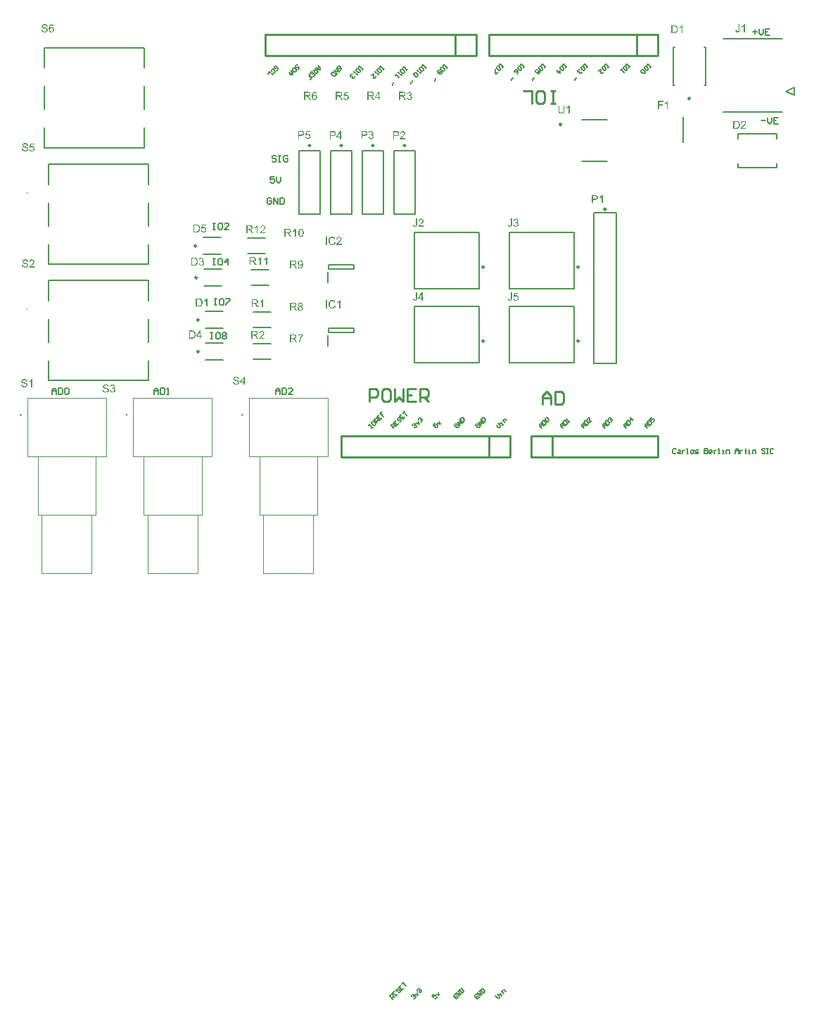
<source format=gto>
G04*
G04 #@! TF.GenerationSoftware,Altium Limited,Altium Designer,25.2.1 (25)*
G04*
G04 Layer_Color=65535*
%FSLAX44Y44*%
%MOMM*%
G71*
G04*
G04 #@! TF.SameCoordinates,3C1D010B-D615-4C1A-A092-7D16AA53BB1E*
G04*
G04*
G04 #@! TF.FilePolarity,Positive*
G04*
G01*
G75*
%ADD10C,0.2000*%
%ADD11C,0.1000*%
%ADD12C,0.2500*%
%ADD13C,0.1270*%
%ADD14C,0.2540*%
G36*
X-114416Y106551D02*
X-114319D01*
X-114055Y106523D01*
X-113764Y106482D01*
X-113459Y106412D01*
X-113126Y106329D01*
X-112821Y106218D01*
X-112807D01*
X-112779Y106204D01*
X-112738Y106177D01*
X-112682Y106149D01*
X-112544Y106080D01*
X-112363Y105955D01*
X-112155Y105816D01*
X-111947Y105636D01*
X-111753Y105428D01*
X-111573Y105192D01*
Y105178D01*
X-111559Y105164D01*
X-111531Y105123D01*
X-111503Y105081D01*
X-111434Y104942D01*
X-111351Y104762D01*
X-111254Y104540D01*
X-111185Y104277D01*
X-111115Y103999D01*
X-111087Y103694D01*
X-112308Y103597D01*
Y103611D01*
Y103639D01*
X-112322Y103680D01*
X-112336Y103750D01*
X-112377Y103902D01*
X-112433Y104110D01*
X-112516Y104332D01*
X-112641Y104554D01*
X-112793Y104762D01*
X-112987Y104956D01*
X-113015Y104970D01*
X-113084Y105026D01*
X-113223Y105109D01*
X-113403Y105192D01*
X-113639Y105275D01*
X-113917Y105358D01*
X-114263Y105414D01*
X-114652Y105428D01*
X-114846D01*
X-114929Y105414D01*
X-115040Y105400D01*
X-115289Y105372D01*
X-115567Y105317D01*
X-115844Y105247D01*
X-116108Y105136D01*
X-116219Y105067D01*
X-116330Y104998D01*
X-116357Y104984D01*
X-116413Y104928D01*
X-116496Y104831D01*
X-116579Y104720D01*
X-116676Y104568D01*
X-116760Y104401D01*
X-116815Y104207D01*
X-116843Y103985D01*
Y103958D01*
Y103902D01*
X-116829Y103805D01*
X-116801Y103694D01*
X-116760Y103555D01*
X-116690Y103417D01*
X-116607Y103278D01*
X-116482Y103139D01*
X-116468Y103125D01*
X-116399Y103084D01*
X-116343Y103042D01*
X-116288Y103015D01*
X-116205Y102973D01*
X-116108Y102917D01*
X-115983Y102876D01*
X-115844Y102820D01*
X-115692Y102765D01*
X-115511Y102696D01*
X-115317Y102640D01*
X-115095Y102571D01*
X-114846Y102515D01*
X-114568Y102446D01*
X-114555D01*
X-114499Y102432D01*
X-114416Y102418D01*
X-114319Y102390D01*
X-114194Y102363D01*
X-114041Y102321D01*
X-113889Y102280D01*
X-113722Y102238D01*
X-113362Y102141D01*
X-113015Y102044D01*
X-112849Y101988D01*
X-112696Y101933D01*
X-112557Y101891D01*
X-112446Y101836D01*
X-112433D01*
X-112405Y101822D01*
X-112363Y101794D01*
X-112308Y101766D01*
X-112155Y101683D01*
X-111975Y101572D01*
X-111767Y101420D01*
X-111559Y101253D01*
X-111365Y101059D01*
X-111198Y100851D01*
X-111185Y100823D01*
X-111129Y100754D01*
X-111074Y100629D01*
X-110990Y100463D01*
X-110921Y100269D01*
X-110852Y100033D01*
X-110810Y99769D01*
X-110796Y99492D01*
Y99478D01*
Y99464D01*
Y99423D01*
Y99367D01*
X-110824Y99215D01*
X-110852Y99021D01*
X-110907Y98799D01*
X-110976Y98563D01*
X-111087Y98313D01*
X-111240Y98050D01*
Y98036D01*
X-111254Y98022D01*
X-111323Y97939D01*
X-111420Y97814D01*
X-111559Y97675D01*
X-111739Y97509D01*
X-111961Y97329D01*
X-112211Y97162D01*
X-112502Y97010D01*
X-112516D01*
X-112544Y96996D01*
X-112585Y96982D01*
X-112641Y96954D01*
X-112724Y96926D01*
X-112821Y96885D01*
X-113043Y96829D01*
X-113306Y96760D01*
X-113625Y96691D01*
X-113972Y96649D01*
X-114347Y96635D01*
X-114568D01*
X-114679Y96649D01*
X-114804D01*
X-114943Y96663D01*
X-115109Y96677D01*
X-115456Y96732D01*
X-115816Y96788D01*
X-116177Y96885D01*
X-116524Y97010D01*
X-116538D01*
X-116565Y97023D01*
X-116607Y97051D01*
X-116663Y97079D01*
X-116829Y97162D01*
X-117023Y97287D01*
X-117245Y97453D01*
X-117481Y97647D01*
X-117703Y97883D01*
X-117911Y98147D01*
Y98161D01*
X-117938Y98188D01*
X-117952Y98230D01*
X-117994Y98286D01*
X-118022Y98355D01*
X-118063Y98438D01*
X-118160Y98646D01*
X-118257Y98910D01*
X-118341Y99201D01*
X-118396Y99534D01*
X-118424Y99880D01*
X-117231Y99991D01*
Y99977D01*
Y99964D01*
X-117217Y99922D01*
Y99866D01*
X-117190Y99742D01*
X-117148Y99561D01*
X-117092Y99381D01*
X-117037Y99173D01*
X-116940Y98979D01*
X-116843Y98799D01*
X-116829Y98785D01*
X-116787Y98729D01*
X-116718Y98632D01*
X-116607Y98535D01*
X-116468Y98410D01*
X-116316Y98286D01*
X-116108Y98161D01*
X-115886Y98050D01*
X-115872D01*
X-115858Y98036D01*
X-115816Y98022D01*
X-115775Y98008D01*
X-115636Y97966D01*
X-115456Y97911D01*
X-115234Y97856D01*
X-114984Y97814D01*
X-114707Y97786D01*
X-114402Y97772D01*
X-114277D01*
X-114138Y97786D01*
X-113972Y97800D01*
X-113778Y97828D01*
X-113556Y97856D01*
X-113334Y97911D01*
X-113126Y97980D01*
X-113098Y97994D01*
X-113029Y98022D01*
X-112932Y98077D01*
X-112807Y98133D01*
X-112682Y98230D01*
X-112544Y98327D01*
X-112405Y98438D01*
X-112294Y98577D01*
X-112280Y98591D01*
X-112252Y98646D01*
X-112211Y98715D01*
X-112155Y98826D01*
X-112100Y98937D01*
X-112058Y99076D01*
X-112030Y99228D01*
X-112017Y99395D01*
Y99409D01*
Y99478D01*
X-112030Y99561D01*
X-112044Y99672D01*
X-112086Y99783D01*
X-112128Y99922D01*
X-112197Y100061D01*
X-112294Y100185D01*
X-112308Y100199D01*
X-112349Y100241D01*
X-112405Y100296D01*
X-112502Y100380D01*
X-112613Y100463D01*
X-112766Y100560D01*
X-112946Y100657D01*
X-113154Y100740D01*
X-113168Y100754D01*
X-113237Y100768D01*
X-113348Y100809D01*
X-113417Y100823D01*
X-113514Y100851D01*
X-113611Y100893D01*
X-113736Y100920D01*
X-113875Y100962D01*
X-114041Y101004D01*
X-114208Y101045D01*
X-114402Y101101D01*
X-114624Y101156D01*
X-114860Y101212D01*
X-114874D01*
X-114915Y101226D01*
X-114984Y101239D01*
X-115068Y101267D01*
X-115179Y101295D01*
X-115303Y101323D01*
X-115581Y101406D01*
X-115886Y101503D01*
X-116205Y101600D01*
X-116482Y101697D01*
X-116607Y101753D01*
X-116718Y101808D01*
X-116732D01*
X-116746Y101822D01*
X-116829Y101877D01*
X-116954Y101947D01*
X-117092Y102058D01*
X-117259Y102183D01*
X-117425Y102335D01*
X-117592Y102515D01*
X-117730Y102710D01*
X-117744Y102737D01*
X-117786Y102807D01*
X-117841Y102917D01*
X-117897Y103056D01*
X-117952Y103237D01*
X-118008Y103444D01*
X-118049Y103666D01*
X-118063Y103902D01*
Y103916D01*
Y103930D01*
Y103972D01*
Y104027D01*
X-118035Y104166D01*
X-118008Y104346D01*
X-117966Y104554D01*
X-117897Y104790D01*
X-117800Y105026D01*
X-117661Y105261D01*
Y105275D01*
X-117647Y105289D01*
X-117578Y105372D01*
X-117481Y105483D01*
X-117356Y105622D01*
X-117190Y105774D01*
X-116981Y105941D01*
X-116732Y106093D01*
X-116454Y106232D01*
X-116441D01*
X-116413Y106246D01*
X-116371Y106260D01*
X-116316Y106287D01*
X-116246Y106315D01*
X-116149Y106343D01*
X-115941Y106398D01*
X-115678Y106454D01*
X-115373Y106509D01*
X-115054Y106551D01*
X-114693Y106565D01*
X-114513D01*
X-114416Y106551D01*
D02*
G37*
G36*
X-105096Y96802D02*
X-106275D01*
Y104304D01*
X-106289Y104291D01*
X-106358Y104235D01*
X-106441Y104152D01*
X-106580Y104055D01*
X-106733Y103930D01*
X-106927Y103791D01*
X-107149Y103639D01*
X-107398Y103486D01*
X-107412D01*
X-107426Y103472D01*
X-107509Y103417D01*
X-107648Y103347D01*
X-107814Y103264D01*
X-108009Y103167D01*
X-108217Y103070D01*
X-108425Y102973D01*
X-108633Y102890D01*
Y104027D01*
X-108619D01*
X-108591Y104055D01*
X-108536Y104069D01*
X-108466Y104110D01*
X-108383Y104152D01*
X-108286Y104207D01*
X-108050Y104346D01*
X-107773Y104499D01*
X-107495Y104693D01*
X-107204Y104915D01*
X-106913Y105150D01*
X-106899Y105164D01*
X-106885Y105178D01*
X-106844Y105220D01*
X-106788Y105261D01*
X-106663Y105400D01*
X-106497Y105566D01*
X-106330Y105760D01*
X-106150Y105982D01*
X-105998Y106204D01*
X-105859Y106440D01*
X-105096D01*
Y96802D01*
D02*
G37*
G36*
X-81471Y533146D02*
X-81374D01*
X-81263Y533132D01*
X-81000Y533077D01*
X-80709Y533008D01*
X-80403Y532897D01*
X-80098Y532730D01*
X-79946Y532633D01*
X-79807Y532522D01*
X-79793Y532508D01*
X-79779Y532494D01*
X-79738Y532453D01*
X-79696Y532411D01*
X-79627Y532342D01*
X-79571Y532259D01*
X-79419Y532065D01*
X-79266Y531815D01*
X-79128Y531510D01*
X-79003Y531163D01*
X-78920Y530775D01*
X-80098Y530678D01*
Y530691D01*
X-80112Y530705D01*
X-80126Y530789D01*
X-80168Y530913D01*
X-80223Y531066D01*
X-80279Y531232D01*
X-80362Y531399D01*
X-80459Y531551D01*
X-80556Y531676D01*
X-80584Y531704D01*
X-80639Y531759D01*
X-80736Y531843D01*
X-80875Y531940D01*
X-81055Y532023D01*
X-81250Y532106D01*
X-81485Y532161D01*
X-81735Y532189D01*
X-81832D01*
X-81943Y532175D01*
X-82068Y532148D01*
X-82234Y532106D01*
X-82401Y532051D01*
X-82567Y531981D01*
X-82733Y531870D01*
X-82761Y531856D01*
X-82830Y531801D01*
X-82928Y531704D01*
X-83052Y531565D01*
X-83191Y531399D01*
X-83344Y531205D01*
X-83482Y530955D01*
X-83621Y530678D01*
Y530664D01*
X-83635Y530636D01*
X-83649Y530594D01*
X-83677Y530539D01*
X-83690Y530456D01*
X-83718Y530359D01*
X-83746Y530248D01*
X-83773Y530109D01*
X-83815Y529957D01*
X-83843Y529790D01*
X-83871Y529610D01*
X-83884Y529416D01*
X-83912Y529194D01*
X-83926Y528972D01*
X-83940Y528722D01*
Y528473D01*
X-83926Y528486D01*
X-83871Y528570D01*
X-83773Y528681D01*
X-83649Y528819D01*
X-83510Y528986D01*
X-83330Y529138D01*
X-83136Y529291D01*
X-82914Y529430D01*
X-82900D01*
X-82886Y529443D01*
X-82803Y529485D01*
X-82678Y529527D01*
X-82512Y529596D01*
X-82317Y529651D01*
X-82095Y529693D01*
X-81860Y529735D01*
X-81610Y529748D01*
X-81499D01*
X-81416Y529735D01*
X-81305Y529721D01*
X-81194Y529707D01*
X-81055Y529679D01*
X-80917Y529637D01*
X-80598Y529540D01*
X-80431Y529471D01*
X-80265Y529374D01*
X-80098Y529277D01*
X-79918Y529166D01*
X-79752Y529027D01*
X-79599Y528875D01*
X-79585Y528861D01*
X-79557Y528833D01*
X-79516Y528792D01*
X-79474Y528722D01*
X-79405Y528625D01*
X-79336Y528528D01*
X-79266Y528403D01*
X-79183Y528265D01*
X-79100Y528112D01*
X-79031Y527946D01*
X-78961Y527751D01*
X-78892Y527557D01*
X-78850Y527349D01*
X-78809Y527113D01*
X-78781Y526878D01*
X-78767Y526628D01*
Y526614D01*
Y526586D01*
Y526545D01*
Y526475D01*
X-78781Y526392D01*
Y526309D01*
X-78822Y526087D01*
X-78864Y525824D01*
X-78934Y525546D01*
X-79031Y525241D01*
X-79169Y524950D01*
Y524936D01*
X-79183Y524922D01*
X-79211Y524881D01*
X-79239Y524825D01*
X-79322Y524687D01*
X-79447Y524506D01*
X-79599Y524312D01*
X-79779Y524118D01*
X-80001Y523924D01*
X-80237Y523757D01*
X-80251D01*
X-80265Y523743D01*
X-80306Y523716D01*
X-80362Y523702D01*
X-80501Y523633D01*
X-80681Y523563D01*
X-80917Y523480D01*
X-81180Y523424D01*
X-81471Y523369D01*
X-81790Y523355D01*
X-81860D01*
X-81929Y523369D01*
X-82040D01*
X-82165Y523383D01*
X-82303Y523411D01*
X-82470Y523452D01*
X-82636Y523494D01*
X-82830Y523549D01*
X-83025Y523619D01*
X-83219Y523702D01*
X-83427Y523813D01*
X-83621Y523938D01*
X-83815Y524076D01*
X-84009Y524243D01*
X-84190Y524437D01*
X-84204Y524451D01*
X-84231Y524492D01*
X-84273Y524548D01*
X-84328Y524645D01*
X-84411Y524770D01*
X-84481Y524908D01*
X-84564Y525089D01*
X-84647Y525283D01*
X-84744Y525519D01*
X-84827Y525782D01*
X-84897Y526073D01*
X-84966Y526392D01*
X-85036Y526753D01*
X-85077Y527141D01*
X-85105Y527557D01*
X-85119Y528001D01*
Y528015D01*
Y528029D01*
Y528070D01*
Y528126D01*
X-85105Y528265D01*
Y528459D01*
X-85091Y528681D01*
X-85063Y528944D01*
X-85036Y529235D01*
X-84994Y529554D01*
X-84938Y529873D01*
X-84869Y530220D01*
X-84786Y530553D01*
X-84689Y530886D01*
X-84564Y531205D01*
X-84425Y531510D01*
X-84273Y531801D01*
X-84093Y532051D01*
X-84079Y532065D01*
X-84051Y532092D01*
X-83995Y532148D01*
X-83926Y532231D01*
X-83843Y532314D01*
X-83732Y532397D01*
X-83593Y532508D01*
X-83455Y532605D01*
X-83288Y532702D01*
X-83108Y532813D01*
X-82900Y532897D01*
X-82692Y532994D01*
X-82456Y533063D01*
X-82206Y533119D01*
X-81943Y533146D01*
X-81665Y533160D01*
X-81555D01*
X-81471Y533146D01*
D02*
G37*
G36*
X-89945Y533271D02*
X-89848D01*
X-89584Y533243D01*
X-89293Y533202D01*
X-88988Y533132D01*
X-88655Y533049D01*
X-88350Y532938D01*
X-88336D01*
X-88308Y532924D01*
X-88267Y532897D01*
X-88211Y532869D01*
X-88073Y532799D01*
X-87893Y532675D01*
X-87684Y532536D01*
X-87476Y532356D01*
X-87282Y532148D01*
X-87102Y531912D01*
Y531898D01*
X-87088Y531884D01*
X-87060Y531843D01*
X-87033Y531801D01*
X-86963Y531662D01*
X-86880Y531482D01*
X-86783Y531260D01*
X-86714Y530997D01*
X-86644Y530719D01*
X-86617Y530414D01*
X-87837Y530317D01*
Y530331D01*
Y530359D01*
X-87851Y530400D01*
X-87865Y530470D01*
X-87906Y530622D01*
X-87962Y530830D01*
X-88045Y531052D01*
X-88170Y531274D01*
X-88322Y531482D01*
X-88517Y531676D01*
X-88544Y531690D01*
X-88614Y531745D01*
X-88752Y531829D01*
X-88933Y531912D01*
X-89168Y531995D01*
X-89446Y532078D01*
X-89792Y532134D01*
X-90181Y532148D01*
X-90375D01*
X-90458Y532134D01*
X-90569Y532120D01*
X-90819Y532092D01*
X-91096Y532037D01*
X-91373Y531967D01*
X-91637Y531856D01*
X-91748Y531787D01*
X-91859Y531718D01*
X-91887Y531704D01*
X-91942Y531648D01*
X-92025Y531551D01*
X-92108Y531440D01*
X-92205Y531288D01*
X-92289Y531121D01*
X-92344Y530927D01*
X-92372Y530705D01*
Y530678D01*
Y530622D01*
X-92358Y530525D01*
X-92330Y530414D01*
X-92289Y530275D01*
X-92219Y530137D01*
X-92136Y529998D01*
X-92011Y529859D01*
X-91997Y529846D01*
X-91928Y529804D01*
X-91873Y529762D01*
X-91817Y529735D01*
X-91734Y529693D01*
X-91637Y529637D01*
X-91512Y529596D01*
X-91373Y529540D01*
X-91221Y529485D01*
X-91041Y529416D01*
X-90846Y529360D01*
X-90625Y529291D01*
X-90375Y529235D01*
X-90098Y529166D01*
X-90084D01*
X-90028Y529152D01*
X-89945Y529138D01*
X-89848Y529110D01*
X-89723Y529083D01*
X-89571Y529041D01*
X-89418Y529000D01*
X-89252Y528958D01*
X-88891Y528861D01*
X-88544Y528764D01*
X-88378Y528708D01*
X-88225Y528653D01*
X-88087Y528611D01*
X-87976Y528556D01*
X-87962D01*
X-87934Y528542D01*
X-87893Y528514D01*
X-87837Y528486D01*
X-87684Y528403D01*
X-87504Y528292D01*
X-87296Y528140D01*
X-87088Y527973D01*
X-86894Y527779D01*
X-86728Y527571D01*
X-86714Y527543D01*
X-86658Y527474D01*
X-86603Y527349D01*
X-86519Y527183D01*
X-86450Y526989D01*
X-86381Y526753D01*
X-86339Y526489D01*
X-86325Y526212D01*
Y526198D01*
Y526184D01*
Y526143D01*
Y526087D01*
X-86353Y525935D01*
X-86381Y525741D01*
X-86436Y525519D01*
X-86506Y525283D01*
X-86617Y525033D01*
X-86769Y524770D01*
Y524756D01*
X-86783Y524742D01*
X-86852Y524659D01*
X-86949Y524534D01*
X-87088Y524395D01*
X-87268Y524229D01*
X-87490Y524049D01*
X-87740Y523882D01*
X-88031Y523730D01*
X-88045D01*
X-88073Y523716D01*
X-88114Y523702D01*
X-88170Y523674D01*
X-88253Y523646D01*
X-88350Y523605D01*
X-88572Y523549D01*
X-88835Y523480D01*
X-89155Y523411D01*
X-89501Y523369D01*
X-89876Y523355D01*
X-90098D01*
X-90209Y523369D01*
X-90333D01*
X-90472Y523383D01*
X-90638Y523397D01*
X-90985Y523452D01*
X-91346Y523508D01*
X-91706Y523605D01*
X-92053Y523730D01*
X-92067D01*
X-92095Y523743D01*
X-92136Y523771D01*
X-92192Y523799D01*
X-92358Y523882D01*
X-92552Y524007D01*
X-92774Y524173D01*
X-93010Y524367D01*
X-93232Y524603D01*
X-93440Y524867D01*
Y524881D01*
X-93468Y524908D01*
X-93481Y524950D01*
X-93523Y525005D01*
X-93551Y525075D01*
X-93592Y525158D01*
X-93689Y525366D01*
X-93786Y525630D01*
X-93870Y525921D01*
X-93925Y526254D01*
X-93953Y526600D01*
X-92760Y526711D01*
Y526697D01*
Y526684D01*
X-92746Y526642D01*
Y526586D01*
X-92719Y526462D01*
X-92677Y526281D01*
X-92622Y526101D01*
X-92566Y525893D01*
X-92469Y525699D01*
X-92372Y525519D01*
X-92358Y525505D01*
X-92317Y525449D01*
X-92247Y525352D01*
X-92136Y525255D01*
X-91997Y525130D01*
X-91845Y525005D01*
X-91637Y524881D01*
X-91415Y524770D01*
X-91401D01*
X-91387Y524756D01*
X-91346Y524742D01*
X-91304Y524728D01*
X-91165Y524687D01*
X-90985Y524631D01*
X-90763Y524576D01*
X-90514Y524534D01*
X-90236Y524506D01*
X-89931Y524492D01*
X-89806D01*
X-89668Y524506D01*
X-89501Y524520D01*
X-89307Y524548D01*
X-89085Y524576D01*
X-88863Y524631D01*
X-88655Y524700D01*
X-88628Y524714D01*
X-88558Y524742D01*
X-88461Y524797D01*
X-88336Y524853D01*
X-88211Y524950D01*
X-88073Y525047D01*
X-87934Y525158D01*
X-87823Y525297D01*
X-87809Y525311D01*
X-87781Y525366D01*
X-87740Y525435D01*
X-87684Y525546D01*
X-87629Y525657D01*
X-87587Y525796D01*
X-87560Y525948D01*
X-87546Y526115D01*
Y526129D01*
Y526198D01*
X-87560Y526281D01*
X-87573Y526392D01*
X-87615Y526503D01*
X-87657Y526642D01*
X-87726Y526781D01*
X-87823Y526905D01*
X-87837Y526919D01*
X-87879Y526961D01*
X-87934Y527016D01*
X-88031Y527100D01*
X-88142Y527183D01*
X-88295Y527280D01*
X-88475Y527377D01*
X-88683Y527460D01*
X-88697Y527474D01*
X-88766Y527488D01*
X-88877Y527529D01*
X-88947Y527543D01*
X-89044Y527571D01*
X-89141Y527613D01*
X-89265Y527640D01*
X-89404Y527682D01*
X-89571Y527724D01*
X-89737Y527765D01*
X-89931Y527821D01*
X-90153Y527876D01*
X-90389Y527932D01*
X-90403D01*
X-90444Y527946D01*
X-90514Y527959D01*
X-90597Y527987D01*
X-90708Y528015D01*
X-90833Y528043D01*
X-91110Y528126D01*
X-91415Y528223D01*
X-91734Y528320D01*
X-92011Y528417D01*
X-92136Y528473D01*
X-92247Y528528D01*
X-92261D01*
X-92275Y528542D01*
X-92358Y528597D01*
X-92483Y528667D01*
X-92622Y528778D01*
X-92788Y528903D01*
X-92954Y529055D01*
X-93121Y529235D01*
X-93259Y529430D01*
X-93273Y529457D01*
X-93315Y529527D01*
X-93371Y529637D01*
X-93426Y529776D01*
X-93481Y529957D01*
X-93537Y530164D01*
X-93579Y530386D01*
X-93592Y530622D01*
Y530636D01*
Y530650D01*
Y530691D01*
Y530747D01*
X-93565Y530886D01*
X-93537Y531066D01*
X-93495Y531274D01*
X-93426Y531510D01*
X-93329Y531745D01*
X-93190Y531981D01*
Y531995D01*
X-93176Y532009D01*
X-93107Y532092D01*
X-93010Y532203D01*
X-92885Y532342D01*
X-92719Y532494D01*
X-92511Y532661D01*
X-92261Y532813D01*
X-91984Y532952D01*
X-91970D01*
X-91942Y532966D01*
X-91900Y532980D01*
X-91845Y533008D01*
X-91776Y533035D01*
X-91678Y533063D01*
X-91470Y533119D01*
X-91207Y533174D01*
X-90902Y533229D01*
X-90583Y533271D01*
X-90222Y533285D01*
X-90042D01*
X-89945Y533271D01*
D02*
G37*
G36*
X746386Y526635D02*
Y526621D01*
Y526580D01*
Y526524D01*
Y526441D01*
X746372Y526330D01*
Y526219D01*
X746344Y525955D01*
X746316Y525650D01*
X746261Y525331D01*
X746178Y525040D01*
X746080Y524763D01*
Y524749D01*
X746067Y524735D01*
X746025Y524652D01*
X745956Y524541D01*
X745859Y524388D01*
X745720Y524236D01*
X745567Y524069D01*
X745373Y523903D01*
X745151Y523764D01*
X745124Y523750D01*
X745040Y523709D01*
X744915Y523653D01*
X744735Y523598D01*
X744513Y523529D01*
X744264Y523473D01*
X743986Y523431D01*
X743681Y523418D01*
X743556D01*
X743473Y523431D01*
X743362Y523445D01*
X743251Y523459D01*
X742960Y523515D01*
X742655Y523598D01*
X742336Y523723D01*
X742170Y523806D01*
X742017Y523903D01*
X741878Y524014D01*
X741740Y524139D01*
X741726Y524152D01*
X741712Y524166D01*
X741684Y524222D01*
X741643Y524277D01*
X741587Y524347D01*
X741532Y524444D01*
X741476Y524555D01*
X741407Y524679D01*
X741351Y524818D01*
X741296Y524985D01*
X741240Y525151D01*
X741185Y525345D01*
X741157Y525553D01*
X741116Y525789D01*
X741102Y526025D01*
Y526288D01*
X742253Y526455D01*
Y526441D01*
Y526413D01*
Y526358D01*
X742267Y526274D01*
X742281Y526191D01*
Y526094D01*
X742322Y525858D01*
X742364Y525609D01*
X742447Y525359D01*
X742530Y525137D01*
X742586Y525040D01*
X742655Y524957D01*
X742669Y524943D01*
X742724Y524901D01*
X742807Y524832D01*
X742918Y524763D01*
X743071Y524679D01*
X743237Y524624D01*
X743446Y524569D01*
X743667Y524555D01*
X743751D01*
X743834Y524569D01*
X743959Y524582D01*
X744083Y524610D01*
X744222Y524638D01*
X744361Y524693D01*
X744500Y524763D01*
X744513Y524777D01*
X744555Y524804D01*
X744610Y524860D01*
X744694Y524915D01*
X744763Y525012D01*
X744846Y525109D01*
X744915Y525220D01*
X744971Y525359D01*
Y525373D01*
X744999Y525428D01*
X745013Y525526D01*
X745040Y525650D01*
X745068Y525817D01*
X745082Y526025D01*
X745110Y526274D01*
Y526566D01*
Y533181D01*
X746386D01*
Y526635D01*
D02*
G37*
G36*
X752418Y523584D02*
X751239D01*
Y531087D01*
X751226Y531073D01*
X751156Y531017D01*
X751073Y530934D01*
X750934Y530837D01*
X750782Y530712D01*
X750588Y530574D01*
X750366Y530421D01*
X750116Y530269D01*
X750102D01*
X750088Y530255D01*
X750005Y530199D01*
X749866Y530130D01*
X749700Y530047D01*
X749506Y529949D01*
X749298Y529852D01*
X749090Y529755D01*
X748882Y529672D01*
Y530809D01*
X748896D01*
X748923Y530837D01*
X748979Y530851D01*
X749048Y530893D01*
X749131Y530934D01*
X749229Y530990D01*
X749464Y531128D01*
X749742Y531281D01*
X750019Y531475D01*
X750310Y531697D01*
X750602Y531933D01*
X750615Y531947D01*
X750629Y531960D01*
X750671Y532002D01*
X750726Y532044D01*
X750851Y532182D01*
X751018Y532349D01*
X751184Y532543D01*
X751364Y532765D01*
X751517Y532987D01*
X751656Y533223D01*
X752418D01*
Y523584D01*
D02*
G37*
G36*
X256317Y201520D02*
X256442Y201506D01*
X256594Y201492D01*
X256747Y201478D01*
X256927Y201436D01*
X257302Y201353D01*
X257718Y201228D01*
X257926Y201145D01*
X258120Y201048D01*
X258314Y200923D01*
X258508Y200798D01*
X258522Y200784D01*
X258550Y200771D01*
X258605Y200729D01*
X258675Y200660D01*
X258744Y200590D01*
X258841Y200493D01*
X258938Y200382D01*
X259049Y200271D01*
X259160Y200133D01*
X259271Y199966D01*
X259396Y199800D01*
X259507Y199620D01*
X259604Y199412D01*
X259715Y199203D01*
X259798Y198982D01*
X259881Y198732D01*
X258633Y198441D01*
Y198455D01*
X258619Y198482D01*
X258591Y198538D01*
X258564Y198607D01*
X258536Y198690D01*
X258494Y198801D01*
X258383Y199023D01*
X258245Y199273D01*
X258078Y199522D01*
X257870Y199758D01*
X257648Y199966D01*
X257621Y199994D01*
X257537Y200049D01*
X257399Y200119D01*
X257218Y200216D01*
X256983Y200299D01*
X256719Y200382D01*
X256400Y200438D01*
X256054Y200452D01*
X255942D01*
X255873Y200438D01*
X255776D01*
X255665Y200424D01*
X255402Y200382D01*
X255110Y200327D01*
X254805Y200230D01*
X254486Y200091D01*
X254195Y199911D01*
X254181D01*
X254167Y199883D01*
X254070Y199814D01*
X253946Y199703D01*
X253793Y199536D01*
X253613Y199328D01*
X253446Y199093D01*
X253294Y198801D01*
X253155Y198482D01*
Y198468D01*
X253141Y198441D01*
X253127Y198399D01*
X253113Y198330D01*
X253086Y198246D01*
X253058Y198150D01*
X253016Y197914D01*
X252961Y197636D01*
X252905Y197331D01*
X252878Y196998D01*
X252864Y196638D01*
Y196624D01*
Y196582D01*
Y196513D01*
Y196430D01*
X252878Y196333D01*
Y196208D01*
X252892Y196069D01*
X252905Y195917D01*
X252947Y195584D01*
X253016Y195223D01*
X253099Y194863D01*
X253211Y194502D01*
Y194488D01*
X253224Y194461D01*
X253252Y194419D01*
X253280Y194349D01*
X253363Y194183D01*
X253488Y193989D01*
X253640Y193767D01*
X253834Y193531D01*
X254056Y193323D01*
X254320Y193129D01*
X254334D01*
X254361Y193115D01*
X254403Y193088D01*
X254459Y193060D01*
X254528Y193032D01*
X254611Y192990D01*
X254805Y192907D01*
X255055Y192824D01*
X255332Y192755D01*
X255637Y192699D01*
X255956Y192685D01*
X256054D01*
X256137Y192699D01*
X256234D01*
X256331Y192713D01*
X256581Y192768D01*
X256872Y192838D01*
X257163Y192949D01*
X257468Y193101D01*
X257621Y193185D01*
X257759Y193295D01*
X257773Y193309D01*
X257787Y193323D01*
X257829Y193365D01*
X257884Y193407D01*
X257940Y193476D01*
X258009Y193559D01*
X258092Y193642D01*
X258162Y193753D01*
X258245Y193878D01*
X258342Y194017D01*
X258425Y194155D01*
X258508Y194322D01*
X258577Y194502D01*
X258647Y194696D01*
X258716Y194904D01*
X258772Y195126D01*
X260048Y194807D01*
Y194793D01*
X260034Y194738D01*
X260006Y194655D01*
X259964Y194544D01*
X259923Y194419D01*
X259867Y194266D01*
X259798Y194100D01*
X259715Y193920D01*
X259521Y193531D01*
X259271Y193143D01*
X259118Y192949D01*
X258966Y192755D01*
X258799Y192588D01*
X258605Y192422D01*
X258591Y192408D01*
X258564Y192380D01*
X258494Y192353D01*
X258425Y192297D01*
X258314Y192228D01*
X258203Y192158D01*
X258050Y192089D01*
X257898Y192020D01*
X257718Y191936D01*
X257523Y191867D01*
X257316Y191798D01*
X257094Y191728D01*
X256858Y191673D01*
X256608Y191645D01*
X256345Y191617D01*
X256067Y191604D01*
X255915D01*
X255804Y191617D01*
X255679D01*
X255527Y191631D01*
X255360Y191659D01*
X255166Y191687D01*
X254764Y191756D01*
X254348Y191867D01*
X253932Y192020D01*
X253738Y192117D01*
X253543Y192228D01*
X253529Y192241D01*
X253502Y192255D01*
X253446Y192297D01*
X253391Y192353D01*
X253307Y192408D01*
X253211Y192491D01*
X253099Y192588D01*
X252989Y192699D01*
X252878Y192824D01*
X252753Y192949D01*
X252503Y193268D01*
X252267Y193642D01*
X252059Y194058D01*
Y194072D01*
X252032Y194114D01*
X252018Y194183D01*
X251976Y194266D01*
X251948Y194377D01*
X251907Y194516D01*
X251851Y194669D01*
X251810Y194835D01*
X251768Y195015D01*
X251713Y195223D01*
X251643Y195653D01*
X251588Y196138D01*
X251560Y196638D01*
Y196652D01*
Y196707D01*
Y196790D01*
X251574Y196887D01*
Y197026D01*
X251588Y197165D01*
X251602Y197345D01*
X251630Y197525D01*
X251699Y197928D01*
X251796Y198371D01*
X251935Y198815D01*
X252129Y199245D01*
X252143Y199259D01*
X252157Y199300D01*
X252184Y199356D01*
X252240Y199425D01*
X252295Y199522D01*
X252365Y199633D01*
X252545Y199883D01*
X252780Y200160D01*
X253058Y200438D01*
X253377Y200715D01*
X253751Y200951D01*
X253765Y200965D01*
X253807Y200979D01*
X253862Y201006D01*
X253932Y201048D01*
X254043Y201090D01*
X254153Y201131D01*
X254292Y201187D01*
X254445Y201242D01*
X254611Y201298D01*
X254792Y201353D01*
X255180Y201436D01*
X255624Y201506D01*
X256081Y201533D01*
X256220D01*
X256317Y201520D01*
D02*
G37*
G36*
X265567Y191770D02*
X264388D01*
Y199273D01*
X264375Y199259D01*
X264305Y199203D01*
X264222Y199120D01*
X264083Y199023D01*
X263931Y198898D01*
X263737Y198760D01*
X263515Y198607D01*
X263265Y198455D01*
X263251D01*
X263237Y198441D01*
X263154Y198385D01*
X263015Y198316D01*
X262849Y198233D01*
X262655Y198136D01*
X262447Y198039D01*
X262239Y197941D01*
X262031Y197858D01*
Y198995D01*
X262045D01*
X262072Y199023D01*
X262128Y199037D01*
X262197Y199079D01*
X262280Y199120D01*
X262377Y199176D01*
X262613Y199314D01*
X262891Y199467D01*
X263168Y199661D01*
X263459Y199883D01*
X263750Y200119D01*
X263764Y200133D01*
X263778Y200147D01*
X263820Y200188D01*
X263875Y200230D01*
X264000Y200368D01*
X264167Y200535D01*
X264333Y200729D01*
X264513Y200951D01*
X264666Y201173D01*
X264804Y201409D01*
X265567D01*
Y191770D01*
D02*
G37*
G36*
X249688D02*
X248412D01*
Y201367D01*
X249688D01*
Y191770D01*
D02*
G37*
G36*
X98739Y252534D02*
X98919Y252506D01*
X99141Y252464D01*
X99391Y252395D01*
X99640Y252312D01*
X99890Y252201D01*
X99904D01*
X99918Y252187D01*
X100001Y252145D01*
X100126Y252062D01*
X100265Y251965D01*
X100431Y251826D01*
X100597Y251674D01*
X100764Y251494D01*
X100902Y251286D01*
X100916Y251258D01*
X100958Y251189D01*
X101013Y251064D01*
X101083Y250911D01*
X101152Y250731D01*
X101208Y250523D01*
X101249Y250287D01*
X101263Y250051D01*
Y250023D01*
Y249940D01*
X101249Y249829D01*
X101221Y249677D01*
X101180Y249496D01*
X101110Y249302D01*
X101027Y249108D01*
X100916Y248914D01*
X100902Y248886D01*
X100861Y248831D01*
X100778Y248734D01*
X100667Y248623D01*
X100528Y248498D01*
X100362Y248359D01*
X100167Y248235D01*
X99932Y248110D01*
X99945D01*
X99973Y248096D01*
X100015Y248082D01*
X100070Y248068D01*
X100223Y248013D01*
X100417Y247929D01*
X100639Y247819D01*
X100861Y247680D01*
X101069Y247500D01*
X101263Y247292D01*
X101277Y247264D01*
X101332Y247181D01*
X101416Y247042D01*
X101499Y246861D01*
X101582Y246640D01*
X101665Y246376D01*
X101721Y246071D01*
X101735Y245738D01*
Y245724D01*
Y245683D01*
Y245613D01*
X101721Y245530D01*
X101707Y245419D01*
X101679Y245294D01*
X101651Y245156D01*
X101624Y245003D01*
X101513Y244670D01*
X101429Y244490D01*
X101346Y244324D01*
X101235Y244143D01*
X101110Y243963D01*
X100972Y243783D01*
X100805Y243616D01*
X100792Y243603D01*
X100764Y243575D01*
X100708Y243533D01*
X100639Y243478D01*
X100556Y243408D01*
X100445Y243339D01*
X100320Y243256D01*
X100167Y243186D01*
X100015Y243103D01*
X99835Y243020D01*
X99654Y242951D01*
X99446Y242881D01*
X99224Y242826D01*
X98989Y242784D01*
X98753Y242757D01*
X98489Y242743D01*
X98364D01*
X98281Y242757D01*
X98170Y242770D01*
X98046Y242784D01*
X97907Y242812D01*
X97754Y242840D01*
X97422Y242923D01*
X97075Y243062D01*
X96895Y243145D01*
X96728Y243242D01*
X96562Y243367D01*
X96395Y243491D01*
X96381Y243505D01*
X96354Y243533D01*
X96312Y243575D01*
X96270Y243630D01*
X96201Y243699D01*
X96132Y243797D01*
X96048Y243894D01*
X95965Y244018D01*
X95882Y244157D01*
X95799Y244296D01*
X95646Y244629D01*
X95521Y245017D01*
X95480Y245225D01*
X95452Y245447D01*
X96631Y245599D01*
Y245586D01*
X96645Y245558D01*
X96659Y245502D01*
X96673Y245433D01*
X96686Y245350D01*
X96714Y245253D01*
X96784Y245045D01*
X96881Y244795D01*
X97005Y244559D01*
X97144Y244338D01*
X97310Y244143D01*
X97338Y244130D01*
X97394Y244074D01*
X97505Y244005D01*
X97643Y243935D01*
X97810Y243852D01*
X98018Y243783D01*
X98254Y243727D01*
X98503Y243713D01*
X98586D01*
X98642Y243727D01*
X98794Y243741D01*
X98989Y243783D01*
X99211Y243852D01*
X99446Y243949D01*
X99682Y244088D01*
X99904Y244282D01*
X99932Y244310D01*
X100001Y244393D01*
X100084Y244518D01*
X100195Y244684D01*
X100306Y244892D01*
X100389Y245128D01*
X100459Y245405D01*
X100486Y245711D01*
Y245724D01*
Y245752D01*
Y245794D01*
X100472Y245849D01*
X100459Y246002D01*
X100417Y246182D01*
X100362Y246404D01*
X100265Y246626D01*
X100126Y246848D01*
X99945Y247056D01*
X99918Y247083D01*
X99848Y247139D01*
X99738Y247222D01*
X99585Y247319D01*
X99391Y247416D01*
X99155Y247500D01*
X98891Y247555D01*
X98600Y247583D01*
X98476D01*
X98378Y247569D01*
X98254Y247555D01*
X98115Y247527D01*
X97949Y247500D01*
X97768Y247458D01*
X97907Y248498D01*
X97976D01*
X98032Y248484D01*
X98212D01*
X98364Y248512D01*
X98545Y248540D01*
X98753Y248581D01*
X98989Y248651D01*
X99211Y248748D01*
X99446Y248873D01*
X99460D01*
X99474Y248886D01*
X99543Y248942D01*
X99640Y249039D01*
X99751Y249164D01*
X99862Y249344D01*
X99959Y249552D01*
X100029Y249788D01*
X100056Y249926D01*
Y250079D01*
Y250093D01*
Y250107D01*
Y250190D01*
X100029Y250301D01*
X100001Y250453D01*
X99945Y250620D01*
X99876Y250800D01*
X99765Y250980D01*
X99613Y251147D01*
X99599Y251161D01*
X99529Y251216D01*
X99432Y251286D01*
X99308Y251369D01*
X99141Y251438D01*
X98947Y251507D01*
X98725Y251563D01*
X98476Y251577D01*
X98364D01*
X98240Y251549D01*
X98073Y251521D01*
X97893Y251466D01*
X97713Y251397D01*
X97519Y251286D01*
X97338Y251147D01*
X97324Y251133D01*
X97269Y251064D01*
X97186Y250967D01*
X97089Y250828D01*
X96992Y250648D01*
X96895Y250426D01*
X96811Y250162D01*
X96756Y249857D01*
X95577Y250065D01*
Y250079D01*
X95591Y250121D01*
X95605Y250176D01*
X95619Y250259D01*
X95646Y250356D01*
X95688Y250467D01*
X95771Y250731D01*
X95910Y251036D01*
X96076Y251341D01*
X96284Y251632D01*
X96548Y251896D01*
X96562Y251910D01*
X96589Y251924D01*
X96631Y251951D01*
X96686Y251993D01*
X96756Y252048D01*
X96853Y252104D01*
X96950Y252159D01*
X97075Y252229D01*
X97352Y252340D01*
X97671Y252451D01*
X98046Y252520D01*
X98240Y252548D01*
X98586D01*
X98739Y252534D01*
D02*
G37*
G36*
X90182Y252492D02*
X90459Y252478D01*
X90737Y252451D01*
X91014Y252409D01*
X91250Y252367D01*
X91264D01*
X91292Y252353D01*
X91333D01*
X91389Y252326D01*
X91541Y252284D01*
X91735Y252215D01*
X91957Y252118D01*
X92193Y251993D01*
X92429Y251854D01*
X92651Y251674D01*
X92665Y251660D01*
X92678Y251646D01*
X92720Y251604D01*
X92776Y251563D01*
X92914Y251424D01*
X93081Y251230D01*
X93261Y250994D01*
X93455Y250717D01*
X93635Y250398D01*
X93788Y250037D01*
Y250023D01*
X93802Y249996D01*
X93830Y249940D01*
X93843Y249857D01*
X93885Y249760D01*
X93913Y249649D01*
X93940Y249524D01*
X93982Y249372D01*
X94024Y249219D01*
X94052Y249039D01*
X94121Y248651D01*
X94162Y248221D01*
X94176Y247749D01*
Y247735D01*
Y247708D01*
Y247638D01*
Y247569D01*
X94162Y247472D01*
Y247361D01*
X94149Y247097D01*
X94107Y246792D01*
X94065Y246473D01*
X93996Y246140D01*
X93913Y245807D01*
Y245794D01*
X93899Y245766D01*
X93885Y245724D01*
X93871Y245669D01*
X93816Y245516D01*
X93733Y245322D01*
X93649Y245100D01*
X93538Y244878D01*
X93400Y244643D01*
X93261Y244421D01*
X93247Y244393D01*
X93192Y244324D01*
X93108Y244226D01*
X92998Y244102D01*
X92873Y243963D01*
X92720Y243824D01*
X92568Y243672D01*
X92387Y243547D01*
X92360Y243533D01*
X92304Y243491D01*
X92207Y243436D01*
X92068Y243367D01*
X91902Y243284D01*
X91708Y243214D01*
X91486Y243131D01*
X91236Y243062D01*
X91208D01*
X91167Y243048D01*
X91125Y243034D01*
X90986Y243020D01*
X90792Y242992D01*
X90570Y242964D01*
X90307Y242937D01*
X90016Y242923D01*
X89697Y242909D01*
X86243D01*
Y252506D01*
X89932D01*
X90182Y252492D01*
D02*
G37*
G36*
X97861Y158605D02*
X99165D01*
Y157524D01*
X97861D01*
Y155222D01*
X96682D01*
Y157524D01*
X92508D01*
Y158605D01*
X96904Y164818D01*
X97861D01*
Y158605D01*
D02*
G37*
G36*
X87654Y164805D02*
X87931Y164791D01*
X88209Y164763D01*
X88486Y164721D01*
X88722Y164680D01*
X88736D01*
X88763Y164666D01*
X88805D01*
X88861Y164638D01*
X89013Y164597D01*
X89207Y164527D01*
X89429Y164430D01*
X89665Y164305D01*
X89901Y164167D01*
X90122Y163986D01*
X90136Y163972D01*
X90150Y163959D01*
X90192Y163917D01*
X90247Y163875D01*
X90386Y163737D01*
X90552Y163543D01*
X90733Y163307D01*
X90927Y163029D01*
X91107Y162710D01*
X91260Y162350D01*
Y162336D01*
X91274Y162308D01*
X91301Y162253D01*
X91315Y162170D01*
X91357Y162073D01*
X91384Y161962D01*
X91412Y161837D01*
X91454Y161684D01*
X91496Y161532D01*
X91523Y161351D01*
X91593Y160963D01*
X91634Y160533D01*
X91648Y160062D01*
Y160048D01*
Y160020D01*
Y159951D01*
Y159881D01*
X91634Y159784D01*
Y159673D01*
X91620Y159410D01*
X91579Y159105D01*
X91537Y158786D01*
X91468Y158453D01*
X91384Y158120D01*
Y158106D01*
X91371Y158078D01*
X91357Y158037D01*
X91343Y157981D01*
X91287Y157829D01*
X91204Y157635D01*
X91121Y157413D01*
X91010Y157191D01*
X90871Y156955D01*
X90733Y156733D01*
X90719Y156706D01*
X90663Y156636D01*
X90580Y156539D01*
X90469Y156414D01*
X90344Y156276D01*
X90192Y156137D01*
X90039Y155984D01*
X89859Y155859D01*
X89831Y155846D01*
X89776Y155804D01*
X89679Y155749D01*
X89540Y155679D01*
X89374Y155596D01*
X89179Y155527D01*
X88958Y155443D01*
X88708Y155374D01*
X88680D01*
X88639Y155360D01*
X88597Y155346D01*
X88458Y155332D01*
X88264Y155305D01*
X88042Y155277D01*
X87779Y155249D01*
X87487Y155235D01*
X87169Y155222D01*
X83715D01*
Y164818D01*
X87404D01*
X87654Y164805D01*
D02*
G37*
G36*
X-16276Y100196D02*
X-16179D01*
X-15915Y100168D01*
X-15624Y100127D01*
X-15319Y100057D01*
X-14986Y99974D01*
X-14681Y99863D01*
X-14667D01*
X-14640Y99849D01*
X-14598Y99822D01*
X-14542Y99794D01*
X-14404Y99725D01*
X-14223Y99600D01*
X-14015Y99461D01*
X-13807Y99281D01*
X-13613Y99073D01*
X-13433Y98837D01*
Y98823D01*
X-13419Y98809D01*
X-13391Y98768D01*
X-13364Y98726D01*
X-13294Y98587D01*
X-13211Y98407D01*
X-13114Y98185D01*
X-13045Y97922D01*
X-12975Y97644D01*
X-12947Y97339D01*
X-14168Y97242D01*
Y97256D01*
Y97284D01*
X-14182Y97325D01*
X-14196Y97395D01*
X-14237Y97547D01*
X-14293Y97755D01*
X-14376Y97977D01*
X-14501Y98199D01*
X-14653Y98407D01*
X-14848Y98601D01*
X-14875Y98615D01*
X-14945Y98671D01*
X-15083Y98754D01*
X-15264Y98837D01*
X-15499Y98920D01*
X-15777Y99003D01*
X-16123Y99059D01*
X-16512Y99073D01*
X-16706D01*
X-16789Y99059D01*
X-16900Y99045D01*
X-17150Y99017D01*
X-17427Y98962D01*
X-17704Y98892D01*
X-17968Y98781D01*
X-18079Y98712D01*
X-18190Y98643D01*
X-18218Y98629D01*
X-18273Y98574D01*
X-18356Y98476D01*
X-18439Y98365D01*
X-18536Y98213D01*
X-18620Y98047D01*
X-18675Y97852D01*
X-18703Y97631D01*
Y97603D01*
Y97547D01*
X-18689Y97450D01*
X-18661Y97339D01*
X-18620Y97200D01*
X-18550Y97062D01*
X-18467Y96923D01*
X-18342Y96784D01*
X-18328Y96771D01*
X-18259Y96729D01*
X-18204Y96687D01*
X-18148Y96660D01*
X-18065Y96618D01*
X-17968Y96563D01*
X-17843Y96521D01*
X-17704Y96466D01*
X-17552Y96410D01*
X-17371Y96341D01*
X-17177Y96285D01*
X-16955Y96216D01*
X-16706Y96160D01*
X-16429Y96091D01*
X-16415D01*
X-16359Y96077D01*
X-16276Y96063D01*
X-16179Y96036D01*
X-16054Y96008D01*
X-15901Y95966D01*
X-15749Y95925D01*
X-15582Y95883D01*
X-15222Y95786D01*
X-14875Y95689D01*
X-14709Y95633D01*
X-14556Y95578D01*
X-14418Y95536D01*
X-14307Y95481D01*
X-14293D01*
X-14265Y95467D01*
X-14223Y95439D01*
X-14168Y95412D01*
X-14015Y95328D01*
X-13835Y95217D01*
X-13627Y95065D01*
X-13419Y94898D01*
X-13225Y94704D01*
X-13059Y94496D01*
X-13045Y94468D01*
X-12989Y94399D01*
X-12934Y94274D01*
X-12850Y94108D01*
X-12781Y93914D01*
X-12712Y93678D01*
X-12670Y93414D01*
X-12656Y93137D01*
Y93123D01*
Y93109D01*
Y93068D01*
Y93012D01*
X-12684Y92860D01*
X-12712Y92666D01*
X-12767Y92444D01*
X-12837Y92208D01*
X-12947Y91958D01*
X-13100Y91695D01*
Y91681D01*
X-13114Y91667D01*
X-13183Y91584D01*
X-13280Y91459D01*
X-13419Y91320D01*
X-13599Y91154D01*
X-13821Y90974D01*
X-14071Y90807D01*
X-14362Y90655D01*
X-14376D01*
X-14404Y90641D01*
X-14445Y90627D01*
X-14501Y90599D01*
X-14584Y90571D01*
X-14681Y90530D01*
X-14903Y90474D01*
X-15166Y90405D01*
X-15485Y90336D01*
X-15832Y90294D01*
X-16207Y90280D01*
X-16429D01*
X-16539Y90294D01*
X-16664D01*
X-16803Y90308D01*
X-16969Y90322D01*
X-17316Y90377D01*
X-17677Y90433D01*
X-18037Y90530D01*
X-18384Y90655D01*
X-18398D01*
X-18426Y90668D01*
X-18467Y90696D01*
X-18523Y90724D01*
X-18689Y90807D01*
X-18883Y90932D01*
X-19105Y91098D01*
X-19341Y91293D01*
X-19563Y91528D01*
X-19771Y91792D01*
Y91806D01*
X-19799Y91833D01*
X-19812Y91875D01*
X-19854Y91931D01*
X-19882Y92000D01*
X-19923Y92083D01*
X-20020Y92291D01*
X-20117Y92555D01*
X-20201Y92846D01*
X-20256Y93179D01*
X-20284Y93525D01*
X-19091Y93636D01*
Y93623D01*
Y93609D01*
X-19077Y93567D01*
Y93511D01*
X-19050Y93387D01*
X-19008Y93206D01*
X-18952Y93026D01*
X-18897Y92818D01*
X-18800Y92624D01*
X-18703Y92444D01*
X-18689Y92430D01*
X-18647Y92374D01*
X-18578Y92277D01*
X-18467Y92180D01*
X-18328Y92055D01*
X-18176Y91931D01*
X-17968Y91806D01*
X-17746Y91695D01*
X-17732D01*
X-17718Y91681D01*
X-17677Y91667D01*
X-17635Y91653D01*
X-17496Y91612D01*
X-17316Y91556D01*
X-17094Y91501D01*
X-16845Y91459D01*
X-16567Y91431D01*
X-16262Y91417D01*
X-16137D01*
X-15999Y91431D01*
X-15832Y91445D01*
X-15638Y91473D01*
X-15416Y91501D01*
X-15194Y91556D01*
X-14986Y91625D01*
X-14958Y91639D01*
X-14889Y91667D01*
X-14792Y91722D01*
X-14667Y91778D01*
X-14542Y91875D01*
X-14404Y91972D01*
X-14265Y92083D01*
X-14154Y92222D01*
X-14140Y92236D01*
X-14112Y92291D01*
X-14071Y92360D01*
X-14015Y92471D01*
X-13960Y92582D01*
X-13918Y92721D01*
X-13891Y92874D01*
X-13877Y93040D01*
Y93054D01*
Y93123D01*
X-13891Y93206D01*
X-13904Y93317D01*
X-13946Y93428D01*
X-13988Y93567D01*
X-14057Y93706D01*
X-14154Y93830D01*
X-14168Y93844D01*
X-14210Y93886D01*
X-14265Y93941D01*
X-14362Y94025D01*
X-14473Y94108D01*
X-14626Y94205D01*
X-14806Y94302D01*
X-15014Y94385D01*
X-15028Y94399D01*
X-15097Y94413D01*
X-15208Y94455D01*
X-15277Y94468D01*
X-15374Y94496D01*
X-15472Y94538D01*
X-15596Y94565D01*
X-15735Y94607D01*
X-15901Y94649D01*
X-16068Y94690D01*
X-16262Y94746D01*
X-16484Y94801D01*
X-16720Y94857D01*
X-16734D01*
X-16775Y94871D01*
X-16845Y94885D01*
X-16928Y94912D01*
X-17039Y94940D01*
X-17163Y94968D01*
X-17441Y95051D01*
X-17746Y95148D01*
X-18065Y95245D01*
X-18342Y95342D01*
X-18467Y95398D01*
X-18578Y95453D01*
X-18592D01*
X-18606Y95467D01*
X-18689Y95522D01*
X-18814Y95592D01*
X-18952Y95703D01*
X-19119Y95828D01*
X-19285Y95980D01*
X-19452Y96160D01*
X-19591Y96355D01*
X-19604Y96382D01*
X-19646Y96452D01*
X-19701Y96563D01*
X-19757Y96701D01*
X-19812Y96882D01*
X-19868Y97090D01*
X-19909Y97311D01*
X-19923Y97547D01*
Y97561D01*
Y97575D01*
Y97617D01*
Y97672D01*
X-19896Y97811D01*
X-19868Y97991D01*
X-19826Y98199D01*
X-19757Y98435D01*
X-19660Y98671D01*
X-19521Y98906D01*
Y98920D01*
X-19507Y98934D01*
X-19438Y99017D01*
X-19341Y99128D01*
X-19216Y99267D01*
X-19050Y99419D01*
X-18842Y99586D01*
X-18592Y99739D01*
X-18315Y99877D01*
X-18301D01*
X-18273Y99891D01*
X-18231Y99905D01*
X-18176Y99933D01*
X-18107Y99960D01*
X-18010Y99988D01*
X-17802Y100044D01*
X-17538Y100099D01*
X-17233Y100154D01*
X-16914Y100196D01*
X-16553Y100210D01*
X-16373D01*
X-16276Y100196D01*
D02*
G37*
G36*
X-8094Y100071D02*
X-7913Y100044D01*
X-7691Y100002D01*
X-7442Y99933D01*
X-7192Y99849D01*
X-6942Y99739D01*
X-6929D01*
X-6915Y99725D01*
X-6832Y99683D01*
X-6707Y99600D01*
X-6568Y99503D01*
X-6402Y99364D01*
X-6235Y99212D01*
X-6069Y99031D01*
X-5930Y98823D01*
X-5916Y98795D01*
X-5875Y98726D01*
X-5819Y98601D01*
X-5750Y98449D01*
X-5681Y98268D01*
X-5625Y98060D01*
X-5583Y97825D01*
X-5569Y97589D01*
Y97561D01*
Y97478D01*
X-5583Y97367D01*
X-5611Y97214D01*
X-5653Y97034D01*
X-5722Y96840D01*
X-5805Y96646D01*
X-5916Y96452D01*
X-5930Y96424D01*
X-5972Y96368D01*
X-6055Y96271D01*
X-6166Y96160D01*
X-6305Y96036D01*
X-6471Y95897D01*
X-6665Y95772D01*
X-6901Y95647D01*
X-6887D01*
X-6859Y95633D01*
X-6818Y95619D01*
X-6762Y95606D01*
X-6610Y95550D01*
X-6416Y95467D01*
X-6194Y95356D01*
X-5972Y95217D01*
X-5764Y95037D01*
X-5569Y94829D01*
X-5556Y94801D01*
X-5500Y94718D01*
X-5417Y94579D01*
X-5334Y94399D01*
X-5251Y94177D01*
X-5167Y93914D01*
X-5112Y93609D01*
X-5098Y93276D01*
Y93262D01*
Y93220D01*
Y93151D01*
X-5112Y93068D01*
X-5126Y92957D01*
X-5153Y92832D01*
X-5181Y92693D01*
X-5209Y92541D01*
X-5320Y92208D01*
X-5403Y92028D01*
X-5486Y91861D01*
X-5597Y91681D01*
X-5722Y91501D01*
X-5861Y91320D01*
X-6027Y91154D01*
X-6041Y91140D01*
X-6069Y91112D01*
X-6124Y91071D01*
X-6194Y91015D01*
X-6277Y90946D01*
X-6388Y90877D01*
X-6513Y90793D01*
X-6665Y90724D01*
X-6818Y90641D01*
X-6998Y90558D01*
X-7178Y90488D01*
X-7386Y90419D01*
X-7608Y90363D01*
X-7844Y90322D01*
X-8080Y90294D01*
X-8343Y90280D01*
X-8468D01*
X-8551Y90294D01*
X-8662Y90308D01*
X-8787Y90322D01*
X-8926Y90350D01*
X-9078Y90377D01*
X-9411Y90461D01*
X-9758Y90599D01*
X-9938Y90682D01*
X-10105Y90779D01*
X-10271Y90904D01*
X-10437Y91029D01*
X-10451Y91043D01*
X-10479Y91071D01*
X-10521Y91112D01*
X-10562Y91168D01*
X-10632Y91237D01*
X-10701Y91334D01*
X-10784Y91431D01*
X-10867Y91556D01*
X-10950Y91695D01*
X-11034Y91833D01*
X-11186Y92166D01*
X-11311Y92555D01*
X-11353Y92763D01*
X-11380Y92985D01*
X-10202Y93137D01*
Y93123D01*
X-10188Y93096D01*
X-10174Y93040D01*
X-10160Y92971D01*
X-10146Y92887D01*
X-10118Y92790D01*
X-10049Y92582D01*
X-9952Y92333D01*
X-9827Y92097D01*
X-9688Y91875D01*
X-9522Y91681D01*
X-9494Y91667D01*
X-9439Y91612D01*
X-9328Y91542D01*
X-9189Y91473D01*
X-9023Y91390D01*
X-8815Y91320D01*
X-8579Y91265D01*
X-8329Y91251D01*
X-8246D01*
X-8191Y91265D01*
X-8038Y91279D01*
X-7844Y91320D01*
X-7622Y91390D01*
X-7386Y91487D01*
X-7150Y91625D01*
X-6929Y91820D01*
X-6901Y91847D01*
X-6832Y91931D01*
X-6748Y92055D01*
X-6637Y92222D01*
X-6526Y92430D01*
X-6443Y92666D01*
X-6374Y92943D01*
X-6346Y93248D01*
Y93262D01*
Y93290D01*
Y93331D01*
X-6360Y93387D01*
X-6374Y93539D01*
X-6416Y93720D01*
X-6471Y93941D01*
X-6568Y94163D01*
X-6707Y94385D01*
X-6887Y94593D01*
X-6915Y94621D01*
X-6984Y94677D01*
X-7095Y94760D01*
X-7248Y94857D01*
X-7442Y94954D01*
X-7678Y95037D01*
X-7941Y95092D01*
X-8232Y95120D01*
X-8357D01*
X-8454Y95106D01*
X-8579Y95092D01*
X-8718Y95065D01*
X-8884Y95037D01*
X-9064Y94995D01*
X-8926Y96036D01*
X-8856D01*
X-8801Y96022D01*
X-8621D01*
X-8468Y96049D01*
X-8288Y96077D01*
X-8080Y96119D01*
X-7844Y96188D01*
X-7622Y96285D01*
X-7386Y96410D01*
X-7372D01*
X-7359Y96424D01*
X-7289Y96479D01*
X-7192Y96576D01*
X-7081Y96701D01*
X-6970Y96882D01*
X-6873Y97090D01*
X-6804Y97325D01*
X-6776Y97464D01*
Y97617D01*
Y97631D01*
Y97644D01*
Y97727D01*
X-6804Y97838D01*
X-6832Y97991D01*
X-6887Y98158D01*
X-6956Y98338D01*
X-7067Y98518D01*
X-7220Y98685D01*
X-7234Y98698D01*
X-7303Y98754D01*
X-7400Y98823D01*
X-7525Y98906D01*
X-7691Y98976D01*
X-7886Y99045D01*
X-8108Y99101D01*
X-8357Y99114D01*
X-8468D01*
X-8593Y99087D01*
X-8759Y99059D01*
X-8940Y99003D01*
X-9120Y98934D01*
X-9314Y98823D01*
X-9494Y98685D01*
X-9508Y98671D01*
X-9564Y98601D01*
X-9647Y98504D01*
X-9744Y98365D01*
X-9841Y98185D01*
X-9938Y97963D01*
X-10021Y97700D01*
X-10077Y97395D01*
X-11256Y97603D01*
Y97617D01*
X-11242Y97658D01*
X-11228Y97714D01*
X-11214Y97797D01*
X-11186Y97894D01*
X-11145Y98005D01*
X-11061Y98268D01*
X-10923Y98574D01*
X-10756Y98879D01*
X-10548Y99170D01*
X-10285Y99433D01*
X-10271Y99447D01*
X-10243Y99461D01*
X-10202Y99489D01*
X-10146Y99530D01*
X-10077Y99586D01*
X-9980Y99641D01*
X-9883Y99697D01*
X-9758Y99766D01*
X-9480Y99877D01*
X-9161Y99988D01*
X-8787Y100057D01*
X-8593Y100085D01*
X-8246D01*
X-8094Y100071D01*
D02*
G37*
G36*
X140660Y109572D02*
X140757D01*
X141020Y109544D01*
X141312Y109502D01*
X141617Y109433D01*
X141950Y109350D01*
X142255Y109239D01*
X142269D01*
X142296Y109225D01*
X142338Y109197D01*
X142394Y109169D01*
X142532Y109100D01*
X142712Y108975D01*
X142921Y108836D01*
X143128Y108656D01*
X143323Y108448D01*
X143503Y108212D01*
Y108198D01*
X143517Y108185D01*
X143545Y108143D01*
X143572Y108101D01*
X143642Y107963D01*
X143725Y107782D01*
X143822Y107561D01*
X143891Y107297D01*
X143961Y107020D01*
X143988Y106715D01*
X142768Y106617D01*
Y106631D01*
Y106659D01*
X142754Y106701D01*
X142740Y106770D01*
X142699Y106923D01*
X142643Y107131D01*
X142560Y107353D01*
X142435Y107574D01*
X142283Y107782D01*
X142088Y107977D01*
X142061Y107991D01*
X141991Y108046D01*
X141853Y108129D01*
X141672Y108212D01*
X141437Y108296D01*
X141159Y108379D01*
X140813Y108434D01*
X140424Y108448D01*
X140230D01*
X140147Y108434D01*
X140036Y108420D01*
X139786Y108393D01*
X139509Y108337D01*
X139232Y108268D01*
X138968Y108157D01*
X138857Y108088D01*
X138746Y108018D01*
X138718Y108004D01*
X138663Y107949D01*
X138580Y107852D01*
X138497Y107741D01*
X138399Y107588D01*
X138316Y107422D01*
X138261Y107228D01*
X138233Y107006D01*
Y106978D01*
Y106923D01*
X138247Y106826D01*
X138275Y106715D01*
X138316Y106576D01*
X138385Y106437D01*
X138469Y106299D01*
X138594Y106160D01*
X138607Y106146D01*
X138677Y106104D01*
X138732Y106063D01*
X138788Y106035D01*
X138871Y105993D01*
X138968Y105938D01*
X139093Y105896D01*
X139232Y105841D01*
X139384Y105785D01*
X139564Y105716D01*
X139759Y105661D01*
X139980Y105591D01*
X140230Y105536D01*
X140507Y105466D01*
X140521D01*
X140577Y105453D01*
X140660Y105439D01*
X140757Y105411D01*
X140882Y105383D01*
X141034Y105342D01*
X141187Y105300D01*
X141353Y105258D01*
X141714Y105161D01*
X142061Y105064D01*
X142227Y105009D01*
X142380Y104953D01*
X142518Y104912D01*
X142629Y104856D01*
X142643D01*
X142671Y104842D01*
X142712Y104815D01*
X142768Y104787D01*
X142921Y104704D01*
X143101Y104593D01*
X143309Y104440D01*
X143517Y104274D01*
X143711Y104080D01*
X143877Y103872D01*
X143891Y103844D01*
X143947Y103774D01*
X144002Y103650D01*
X144086Y103483D01*
X144155Y103289D01*
X144224Y103053D01*
X144266Y102790D01*
X144280Y102513D01*
Y102499D01*
Y102485D01*
Y102443D01*
Y102388D01*
X144252Y102235D01*
X144224Y102041D01*
X144169Y101819D01*
X144099Y101583D01*
X143988Y101334D01*
X143836Y101070D01*
Y101056D01*
X143822Y101042D01*
X143753Y100959D01*
X143656Y100834D01*
X143517Y100696D01*
X143337Y100529D01*
X143115Y100349D01*
X142865Y100183D01*
X142574Y100030D01*
X142560D01*
X142532Y100016D01*
X142491Y100002D01*
X142435Y99975D01*
X142352Y99947D01*
X142255Y99905D01*
X142033Y99850D01*
X141769Y99780D01*
X141451Y99711D01*
X141104Y99669D01*
X140729Y99656D01*
X140507D01*
X140396Y99669D01*
X140272D01*
X140133Y99683D01*
X139966Y99697D01*
X139620Y99753D01*
X139259Y99808D01*
X138899Y99905D01*
X138552Y100030D01*
X138538D01*
X138510Y100044D01*
X138469Y100072D01*
X138413Y100099D01*
X138247Y100183D01*
X138053Y100307D01*
X137831Y100474D01*
X137595Y100668D01*
X137373Y100904D01*
X137165Y101167D01*
Y101181D01*
X137137Y101209D01*
X137123Y101250D01*
X137082Y101306D01*
X137054Y101375D01*
X137013Y101459D01*
X136916Y101666D01*
X136818Y101930D01*
X136735Y102221D01*
X136680Y102554D01*
X136652Y102901D01*
X137845Y103012D01*
Y102998D01*
Y102984D01*
X137859Y102942D01*
Y102887D01*
X137886Y102762D01*
X137928Y102582D01*
X137983Y102402D01*
X138039Y102193D01*
X138136Y101999D01*
X138233Y101819D01*
X138247Y101805D01*
X138288Y101750D01*
X138358Y101653D01*
X138469Y101556D01*
X138607Y101431D01*
X138760Y101306D01*
X138968Y101181D01*
X139190Y101070D01*
X139204D01*
X139218Y101056D01*
X139259Y101042D01*
X139301Y101029D01*
X139439Y100987D01*
X139620Y100932D01*
X139842Y100876D01*
X140091Y100834D01*
X140369Y100807D01*
X140674Y100793D01*
X140799D01*
X140937Y100807D01*
X141104Y100821D01*
X141298Y100848D01*
X141520Y100876D01*
X141742Y100932D01*
X141950Y101001D01*
X141978Y101015D01*
X142047Y101042D01*
X142144Y101098D01*
X142269Y101153D01*
X142394Y101250D01*
X142532Y101348D01*
X142671Y101459D01*
X142782Y101597D01*
X142796Y101611D01*
X142823Y101666D01*
X142865Y101736D01*
X142921Y101847D01*
X142976Y101958D01*
X143018Y102096D01*
X143045Y102249D01*
X143059Y102415D01*
Y102429D01*
Y102499D01*
X143045Y102582D01*
X143032Y102693D01*
X142990Y102804D01*
X142948Y102942D01*
X142879Y103081D01*
X142782Y103206D01*
X142768Y103220D01*
X142726Y103261D01*
X142671Y103317D01*
X142574Y103400D01*
X142463Y103483D01*
X142310Y103580D01*
X142130Y103677D01*
X141922Y103761D01*
X141908Y103774D01*
X141839Y103788D01*
X141728Y103830D01*
X141658Y103844D01*
X141561Y103872D01*
X141464Y103913D01*
X141340Y103941D01*
X141201Y103982D01*
X141034Y104024D01*
X140868Y104066D01*
X140674Y104121D01*
X140452Y104177D01*
X140216Y104232D01*
X140202D01*
X140161Y104246D01*
X140091Y104260D01*
X140008Y104288D01*
X139897Y104315D01*
X139772Y104343D01*
X139495Y104426D01*
X139190Y104523D01*
X138871Y104621D01*
X138594Y104718D01*
X138469Y104773D01*
X138358Y104829D01*
X138344D01*
X138330Y104842D01*
X138247Y104898D01*
X138122Y104967D01*
X137983Y105078D01*
X137817Y105203D01*
X137650Y105356D01*
X137484Y105536D01*
X137345Y105730D01*
X137332Y105758D01*
X137290Y105827D01*
X137234Y105938D01*
X137179Y106077D01*
X137123Y106257D01*
X137068Y106465D01*
X137026Y106687D01*
X137013Y106923D01*
Y106937D01*
Y106950D01*
Y106992D01*
Y107047D01*
X137040Y107186D01*
X137068Y107366D01*
X137110Y107574D01*
X137179Y107810D01*
X137276Y108046D01*
X137415Y108282D01*
Y108296D01*
X137429Y108309D01*
X137498Y108393D01*
X137595Y108504D01*
X137720Y108642D01*
X137886Y108795D01*
X138094Y108961D01*
X138344Y109114D01*
X138621Y109253D01*
X138635D01*
X138663Y109266D01*
X138705Y109280D01*
X138760Y109308D01*
X138829Y109336D01*
X138926Y109363D01*
X139134Y109419D01*
X139398Y109474D01*
X139703Y109530D01*
X140022Y109572D01*
X140383Y109585D01*
X140563D01*
X140660Y109572D01*
D02*
G37*
G36*
X150493Y103206D02*
X151796D01*
Y102124D01*
X150493D01*
Y99822D01*
X149314D01*
Y102124D01*
X145140D01*
Y103206D01*
X149536Y109419D01*
X150493D01*
Y103206D01*
D02*
G37*
G36*
X581350Y318262D02*
X580171D01*
Y325765D01*
X580157Y325751D01*
X580088Y325695D01*
X580004Y325612D01*
X579866Y325515D01*
X579713Y325390D01*
X579519Y325252D01*
X579297Y325099D01*
X579048Y324947D01*
X579034D01*
X579020Y324933D01*
X578937Y324877D01*
X578798Y324808D01*
X578631Y324725D01*
X578437Y324628D01*
X578229Y324530D01*
X578021Y324433D01*
X577813Y324350D01*
Y325487D01*
X577827D01*
X577855Y325515D01*
X577910Y325529D01*
X577980Y325571D01*
X578063Y325612D01*
X578160Y325668D01*
X578396Y325806D01*
X578673Y325959D01*
X578950Y326153D01*
X579242Y326375D01*
X579533Y326611D01*
X579547Y326625D01*
X579561Y326638D01*
X579602Y326680D01*
X579658Y326722D01*
X579782Y326860D01*
X579949Y327027D01*
X580115Y327221D01*
X580296Y327443D01*
X580448Y327665D01*
X580587Y327901D01*
X581350D01*
Y318262D01*
D02*
G37*
G36*
X572599Y327845D02*
X572834Y327831D01*
X573084Y327817D01*
X573320Y327790D01*
X573528Y327762D01*
X573556D01*
X573653Y327734D01*
X573778Y327706D01*
X573944Y327665D01*
X574124Y327595D01*
X574318Y327512D01*
X574526Y327415D01*
X574707Y327304D01*
X574734Y327290D01*
X574790Y327249D01*
X574873Y327165D01*
X574984Y327068D01*
X575109Y326944D01*
X575234Y326777D01*
X575372Y326597D01*
X575483Y326389D01*
X575497Y326361D01*
X575525Y326292D01*
X575580Y326167D01*
X575636Y326001D01*
X575677Y325806D01*
X575733Y325584D01*
X575761Y325335D01*
X575774Y325071D01*
Y325057D01*
Y325016D01*
Y324960D01*
X575761Y324863D01*
X575747Y324766D01*
X575733Y324641D01*
X575705Y324503D01*
X575677Y324350D01*
X575580Y324031D01*
X575525Y323865D01*
X575442Y323685D01*
X575345Y323504D01*
X575247Y323338D01*
X575123Y323171D01*
X574984Y323005D01*
X574970Y322991D01*
X574942Y322963D01*
X574901Y322922D01*
X574832Y322880D01*
X574748Y322811D01*
X574637Y322742D01*
X574499Y322658D01*
X574346Y322589D01*
X574166Y322506D01*
X573958Y322422D01*
X573736Y322353D01*
X573472Y322298D01*
X573195Y322242D01*
X572890Y322201D01*
X572543Y322173D01*
X572183Y322159D01*
X569728D01*
Y318262D01*
X568452D01*
Y327859D01*
X572391D01*
X572599Y327845D01*
D02*
G37*
G36*
X177544Y243586D02*
X176365D01*
Y251089D01*
X176351Y251075D01*
X176282Y251019D01*
X176199Y250936D01*
X176060Y250839D01*
X175907Y250714D01*
X175713Y250576D01*
X175491Y250423D01*
X175242Y250271D01*
X175228D01*
X175214Y250257D01*
X175131Y250201D01*
X174992Y250132D01*
X174826Y250049D01*
X174632Y249952D01*
X174424Y249855D01*
X174216Y249757D01*
X174007Y249674D01*
Y250811D01*
X174021D01*
X174049Y250839D01*
X174105Y250853D01*
X174174Y250895D01*
X174257Y250936D01*
X174354Y250992D01*
X174590Y251130D01*
X174867Y251283D01*
X175145Y251477D01*
X175436Y251699D01*
X175727Y251935D01*
X175741Y251949D01*
X175755Y251963D01*
X175797Y252004D01*
X175852Y252046D01*
X175977Y252184D01*
X176143Y252351D01*
X176310Y252545D01*
X176490Y252767D01*
X176642Y252989D01*
X176781Y253225D01*
X177544D01*
Y243586D01*
D02*
G37*
G36*
X170083D02*
X168904D01*
Y251089D01*
X168890Y251075D01*
X168821Y251019D01*
X168738Y250936D01*
X168599Y250839D01*
X168446Y250714D01*
X168252Y250576D01*
X168030Y250423D01*
X167781Y250271D01*
X167767D01*
X167753Y250257D01*
X167670Y250201D01*
X167531Y250132D01*
X167365Y250049D01*
X167170Y249952D01*
X166962Y249855D01*
X166754Y249757D01*
X166546Y249674D01*
Y250811D01*
X166560D01*
X166588Y250839D01*
X166643Y250853D01*
X166713Y250895D01*
X166796Y250936D01*
X166893Y250992D01*
X167129Y251130D01*
X167406Y251283D01*
X167684Y251477D01*
X167975Y251699D01*
X168266Y251935D01*
X168280Y251949D01*
X168294Y251963D01*
X168335Y252004D01*
X168391Y252046D01*
X168516Y252184D01*
X168682Y252351D01*
X168848Y252545D01*
X169029Y252767D01*
X169181Y252989D01*
X169320Y253225D01*
X170083D01*
Y243586D01*
D02*
G37*
G36*
X161027Y253169D02*
X161152D01*
X161443Y253155D01*
X161748Y253114D01*
X162081Y253072D01*
X162386Y253003D01*
X162538Y252961D01*
X162663Y252919D01*
X162677D01*
X162691Y252906D01*
X162774Y252864D01*
X162899Y252808D01*
X163051Y252711D01*
X163218Y252587D01*
X163398Y252420D01*
X163565Y252226D01*
X163731Y252004D01*
Y251990D01*
X163745Y251976D01*
X163800Y251893D01*
X163856Y251754D01*
X163939Y251574D01*
X164008Y251366D01*
X164078Y251117D01*
X164119Y250853D01*
X164133Y250562D01*
Y250548D01*
Y250520D01*
Y250465D01*
X164119Y250395D01*
Y250298D01*
X164105Y250201D01*
X164050Y249965D01*
X163967Y249688D01*
X163856Y249397D01*
X163689Y249106D01*
X163578Y248967D01*
X163468Y248828D01*
X163454Y248814D01*
X163440Y248801D01*
X163398Y248759D01*
X163343Y248717D01*
X163273Y248662D01*
X163190Y248606D01*
X163079Y248537D01*
X162968Y248454D01*
X162830Y248384D01*
X162677Y248315D01*
X162511Y248232D01*
X162330Y248163D01*
X162122Y248107D01*
X161914Y248038D01*
X161679Y247996D01*
X161429Y247955D01*
X161457Y247941D01*
X161512Y247913D01*
X161595Y247857D01*
X161706Y247802D01*
X161956Y247649D01*
X162081Y247552D01*
X162192Y247469D01*
X162219Y247441D01*
X162289Y247372D01*
X162400Y247261D01*
X162538Y247122D01*
X162691Y246928D01*
X162871Y246720D01*
X163051Y246471D01*
X163246Y246193D01*
X164896Y243586D01*
X163315D01*
X162053Y245583D01*
Y245597D01*
X162025Y245625D01*
X161998Y245666D01*
X161956Y245722D01*
X161859Y245874D01*
X161734Y246068D01*
X161581Y246276D01*
X161429Y246498D01*
X161276Y246706D01*
X161138Y246901D01*
X161124Y246914D01*
X161082Y246970D01*
X161013Y247053D01*
X160916Y247150D01*
X160708Y247358D01*
X160597Y247455D01*
X160486Y247539D01*
X160472Y247552D01*
X160444Y247566D01*
X160389Y247594D01*
X160306Y247636D01*
X160222Y247677D01*
X160125Y247719D01*
X159903Y247788D01*
X159889D01*
X159862Y247802D01*
X159806D01*
X159737Y247816D01*
X159640Y247830D01*
X159529D01*
X159376Y247844D01*
X157740D01*
Y243586D01*
X156464D01*
Y253183D01*
X160916D01*
X161027Y253169D01*
D02*
G37*
G36*
X104003Y291305D02*
X100161D01*
X99648Y288711D01*
X99662Y288725D01*
X99690Y288739D01*
X99731Y288767D01*
X99801Y288808D01*
X99884Y288850D01*
X99981Y288906D01*
X100203Y289016D01*
X100480Y289127D01*
X100785Y289224D01*
X101118Y289294D01*
X101285Y289322D01*
X101590D01*
X101673Y289308D01*
X101784Y289294D01*
X101909Y289280D01*
X102047Y289252D01*
X102200Y289211D01*
X102533Y289114D01*
X102713Y289044D01*
X102893Y288947D01*
X103074Y288850D01*
X103254Y288739D01*
X103420Y288600D01*
X103587Y288448D01*
X103601Y288434D01*
X103628Y288406D01*
X103670Y288365D01*
X103725Y288295D01*
X103795Y288198D01*
X103864Y288101D01*
X103947Y287976D01*
X104030Y287838D01*
X104100Y287685D01*
X104183Y287519D01*
X104252Y287325D01*
X104322Y287130D01*
X104377Y286922D01*
X104419Y286687D01*
X104446Y286451D01*
X104460Y286201D01*
Y286187D01*
Y286146D01*
Y286076D01*
X104446Y285979D01*
X104433Y285868D01*
X104419Y285744D01*
X104391Y285591D01*
X104363Y285438D01*
X104280Y285078D01*
X104141Y284703D01*
X104058Y284509D01*
X103947Y284329D01*
X103836Y284135D01*
X103698Y283955D01*
X103684Y283941D01*
X103656Y283899D01*
X103601Y283844D01*
X103531Y283774D01*
X103434Y283691D01*
X103323Y283580D01*
X103184Y283483D01*
X103032Y283372D01*
X102865Y283261D01*
X102671Y283164D01*
X102463Y283067D01*
X102241Y282970D01*
X102006Y282901D01*
X101742Y282845D01*
X101465Y282803D01*
X101173Y282790D01*
X101049D01*
X100952Y282803D01*
X100841Y282817D01*
X100716Y282831D01*
X100563Y282845D01*
X100411Y282887D01*
X100064Y282970D01*
X99717Y283095D01*
X99537Y283178D01*
X99357Y283275D01*
X99190Y283386D01*
X99024Y283511D01*
X99010Y283525D01*
X98982Y283538D01*
X98955Y283594D01*
X98899Y283649D01*
X98830Y283719D01*
X98760Y283802D01*
X98677Y283913D01*
X98608Y284038D01*
X98525Y284163D01*
X98441Y284315D01*
X98289Y284648D01*
X98164Y285036D01*
X98123Y285244D01*
X98095Y285466D01*
X99329Y285563D01*
Y285549D01*
Y285522D01*
X99343Y285480D01*
X99357Y285411D01*
X99398Y285258D01*
X99454Y285050D01*
X99537Y284842D01*
X99648Y284606D01*
X99787Y284398D01*
X99953Y284204D01*
X99981Y284190D01*
X100036Y284135D01*
X100147Y284065D01*
X100300Y283982D01*
X100466Y283899D01*
X100674Y283830D01*
X100910Y283774D01*
X101173Y283760D01*
X101257D01*
X101312Y283774D01*
X101479Y283788D01*
X101673Y283844D01*
X101909Y283913D01*
X102144Y284024D01*
X102394Y284190D01*
X102505Y284287D01*
X102616Y284398D01*
X102630Y284412D01*
X102644Y284426D01*
X102671Y284468D01*
X102713Y284509D01*
X102810Y284662D01*
X102921Y284856D01*
X103018Y285092D01*
X103115Y285383D01*
X103184Y285730D01*
X103212Y285910D01*
Y286104D01*
Y286118D01*
Y286146D01*
Y286201D01*
X103198Y286271D01*
Y286354D01*
X103184Y286451D01*
X103143Y286673D01*
X103074Y286936D01*
X102976Y287200D01*
X102838Y287449D01*
X102644Y287685D01*
Y287699D01*
X102616Y287713D01*
X102547Y287782D01*
X102422Y287879D01*
X102255Y287990D01*
X102033Y288087D01*
X101784Y288184D01*
X101493Y288254D01*
X101326Y288281D01*
X101063D01*
X100952Y288268D01*
X100813Y288254D01*
X100646Y288212D01*
X100480Y288171D01*
X100300Y288101D01*
X100119Y288018D01*
X100106Y288004D01*
X100050Y287976D01*
X99967Y287907D01*
X99856Y287838D01*
X99745Y287741D01*
X99634Y287616D01*
X99509Y287491D01*
X99412Y287338D01*
X98303Y287491D01*
X99232Y292428D01*
X104003D01*
Y291305D01*
D02*
G37*
G36*
X92839Y292539D02*
X93116Y292525D01*
X93393Y292498D01*
X93671Y292456D01*
X93906Y292414D01*
X93920D01*
X93948Y292400D01*
X93990D01*
X94045Y292373D01*
X94198Y292331D01*
X94392Y292262D01*
X94614Y292165D01*
X94850Y292040D01*
X95085Y291901D01*
X95307Y291721D01*
X95321Y291707D01*
X95335Y291693D01*
X95377Y291651D01*
X95432Y291610D01*
X95571Y291471D01*
X95737Y291277D01*
X95917Y291041D01*
X96112Y290764D01*
X96292Y290445D01*
X96444Y290084D01*
Y290070D01*
X96458Y290043D01*
X96486Y289987D01*
X96500Y289904D01*
X96542Y289807D01*
X96569Y289696D01*
X96597Y289571D01*
X96639Y289419D01*
X96680Y289266D01*
X96708Y289086D01*
X96777Y288697D01*
X96819Y288268D01*
X96833Y287796D01*
Y287782D01*
Y287754D01*
Y287685D01*
Y287616D01*
X96819Y287519D01*
Y287408D01*
X96805Y287144D01*
X96763Y286839D01*
X96722Y286520D01*
X96652Y286187D01*
X96569Y285854D01*
Y285841D01*
X96555Y285813D01*
X96542Y285771D01*
X96528Y285716D01*
X96472Y285563D01*
X96389Y285369D01*
X96306Y285147D01*
X96195Y284925D01*
X96056Y284690D01*
X95917Y284468D01*
X95904Y284440D01*
X95848Y284371D01*
X95765Y284273D01*
X95654Y284149D01*
X95529Y284010D01*
X95377Y283871D01*
X95224Y283719D01*
X95044Y283594D01*
X95016Y283580D01*
X94960Y283538D01*
X94863Y283483D01*
X94725Y283414D01*
X94558Y283330D01*
X94364Y283261D01*
X94142Y283178D01*
X93893Y283109D01*
X93865D01*
X93823Y283095D01*
X93782Y283081D01*
X93643Y283067D01*
X93449Y283039D01*
X93227Y283011D01*
X92963Y282984D01*
X92672Y282970D01*
X92353Y282956D01*
X88900D01*
Y292553D01*
X92589D01*
X92839Y292539D01*
D02*
G37*
G36*
X172708Y291311D02*
X172819Y291297D01*
X172957Y291283D01*
X173110Y291255D01*
X173262Y291227D01*
X173623Y291130D01*
X173984Y290992D01*
X174164Y290909D01*
X174344Y290811D01*
X174511Y290687D01*
X174663Y290548D01*
X174677Y290534D01*
X174705Y290520D01*
X174732Y290465D01*
X174788Y290409D01*
X174857Y290340D01*
X174927Y290243D01*
X174996Y290146D01*
X175079Y290021D01*
X175218Y289757D01*
X175357Y289425D01*
X175412Y289258D01*
X175440Y289064D01*
X175467Y288870D01*
X175481Y288662D01*
Y288634D01*
Y288565D01*
X175467Y288454D01*
X175454Y288301D01*
X175426Y288135D01*
X175370Y287941D01*
X175315Y287733D01*
X175232Y287525D01*
X175218Y287497D01*
X175190Y287428D01*
X175135Y287317D01*
X175051Y287164D01*
X174940Y286998D01*
X174802Y286790D01*
X174635Y286581D01*
X174441Y286346D01*
X174414Y286318D01*
X174344Y286235D01*
X174275Y286166D01*
X174205Y286096D01*
X174122Y286013D01*
X174011Y285902D01*
X173900Y285791D01*
X173762Y285666D01*
X173623Y285527D01*
X173457Y285375D01*
X173276Y285222D01*
X173082Y285042D01*
X172860Y284862D01*
X172638Y284668D01*
X172624Y284654D01*
X172597Y284626D01*
X172541Y284585D01*
X172472Y284529D01*
X172389Y284446D01*
X172292Y284363D01*
X172070Y284182D01*
X171834Y283974D01*
X171612Y283766D01*
X171418Y283586D01*
X171335Y283517D01*
X171265Y283447D01*
X171252Y283433D01*
X171210Y283392D01*
X171154Y283336D01*
X171085Y283253D01*
X171016Y283156D01*
X170933Y283059D01*
X170766Y282823D01*
X175495D01*
Y281686D01*
X169130D01*
Y281700D01*
Y281755D01*
Y281839D01*
X169144Y281950D01*
X169157Y282074D01*
X169185Y282213D01*
X169213Y282352D01*
X169268Y282504D01*
Y282518D01*
X169282Y282532D01*
X169310Y282615D01*
X169365Y282740D01*
X169449Y282906D01*
X169560Y283101D01*
X169698Y283323D01*
X169851Y283544D01*
X170045Y283780D01*
Y283794D01*
X170073Y283808D01*
X170142Y283891D01*
X170267Y284016D01*
X170447Y284196D01*
X170655Y284404D01*
X170919Y284654D01*
X171238Y284931D01*
X171584Y285222D01*
X171598Y285236D01*
X171654Y285278D01*
X171737Y285347D01*
X171834Y285431D01*
X171959Y285541D01*
X172111Y285666D01*
X172264Y285805D01*
X172444Y285958D01*
X172791Y286290D01*
X173138Y286623D01*
X173304Y286790D01*
X173457Y286956D01*
X173595Y287108D01*
X173706Y287261D01*
Y287275D01*
X173734Y287289D01*
X173762Y287330D01*
X173789Y287386D01*
X173887Y287539D01*
X173997Y287719D01*
X174095Y287941D01*
X174192Y288176D01*
X174247Y288440D01*
X174275Y288689D01*
Y288703D01*
Y288717D01*
X174261Y288801D01*
X174247Y288939D01*
X174205Y289092D01*
X174150Y289286D01*
X174053Y289480D01*
X173928Y289674D01*
X173762Y289868D01*
X173734Y289896D01*
X173665Y289952D01*
X173568Y290021D01*
X173415Y290118D01*
X173221Y290201D01*
X172999Y290284D01*
X172735Y290340D01*
X172444Y290354D01*
X172361D01*
X172306Y290340D01*
X172139Y290326D01*
X171945Y290284D01*
X171737Y290229D01*
X171501Y290132D01*
X171279Y290007D01*
X171071Y289841D01*
X171043Y289813D01*
X170988Y289743D01*
X170905Y289633D01*
X170822Y289466D01*
X170725Y289272D01*
X170641Y289022D01*
X170586Y288745D01*
X170558Y288426D01*
X169352Y288551D01*
Y288565D01*
X169365Y288606D01*
Y288676D01*
X169379Y288773D01*
X169407Y288884D01*
X169435Y289009D01*
X169476Y289161D01*
X169518Y289314D01*
X169629Y289646D01*
X169795Y289979D01*
X169892Y290146D01*
X170017Y290312D01*
X170142Y290465D01*
X170281Y290603D01*
X170295Y290617D01*
X170322Y290631D01*
X170364Y290673D01*
X170433Y290714D01*
X170516Y290770D01*
X170614Y290825D01*
X170725Y290895D01*
X170863Y290964D01*
X171016Y291033D01*
X171182Y291103D01*
X171362Y291158D01*
X171557Y291214D01*
X171765Y291255D01*
X171987Y291297D01*
X172222Y291311D01*
X172472Y291325D01*
X172611D01*
X172708Y291311D01*
D02*
G37*
G36*
X166273Y281686D02*
X165094D01*
Y289189D01*
X165080Y289175D01*
X165011Y289119D01*
X164928Y289036D01*
X164789Y288939D01*
X164636Y288814D01*
X164442Y288676D01*
X164220Y288523D01*
X163971Y288371D01*
X163957D01*
X163943Y288357D01*
X163860Y288301D01*
X163721Y288232D01*
X163555Y288149D01*
X163360Y288052D01*
X163152Y287955D01*
X162944Y287857D01*
X162736Y287774D01*
Y288911D01*
X162750D01*
X162778Y288939D01*
X162833Y288953D01*
X162903Y288995D01*
X162986Y289036D01*
X163083Y289092D01*
X163319Y289230D01*
X163596Y289383D01*
X163874Y289577D01*
X164165Y289799D01*
X164456Y290035D01*
X164470Y290049D01*
X164484Y290063D01*
X164525Y290104D01*
X164581Y290146D01*
X164706Y290284D01*
X164872Y290451D01*
X165039Y290645D01*
X165219Y290867D01*
X165371Y291089D01*
X165510Y291325D01*
X166273D01*
Y281686D01*
D02*
G37*
G36*
X157217Y291269D02*
X157341D01*
X157633Y291255D01*
X157938Y291214D01*
X158271Y291172D01*
X158576Y291103D01*
X158728Y291061D01*
X158853Y291019D01*
X158867D01*
X158881Y291006D01*
X158964Y290964D01*
X159089Y290909D01*
X159242Y290811D01*
X159408Y290687D01*
X159588Y290520D01*
X159755Y290326D01*
X159921Y290104D01*
Y290090D01*
X159935Y290076D01*
X159990Y289993D01*
X160046Y289855D01*
X160129Y289674D01*
X160198Y289466D01*
X160268Y289216D01*
X160309Y288953D01*
X160323Y288662D01*
Y288648D01*
Y288620D01*
Y288565D01*
X160309Y288495D01*
Y288398D01*
X160296Y288301D01*
X160240Y288065D01*
X160157Y287788D01*
X160046Y287497D01*
X159879Y287206D01*
X159768Y287067D01*
X159657Y286928D01*
X159644Y286914D01*
X159630Y286901D01*
X159588Y286859D01*
X159533Y286817D01*
X159463Y286762D01*
X159380Y286706D01*
X159269Y286637D01*
X159158Y286554D01*
X159020Y286485D01*
X158867Y286415D01*
X158701Y286332D01*
X158520Y286263D01*
X158312Y286207D01*
X158104Y286138D01*
X157868Y286096D01*
X157619Y286054D01*
X157647Y286041D01*
X157702Y286013D01*
X157785Y285958D01*
X157896Y285902D01*
X158146Y285749D01*
X158271Y285652D01*
X158382Y285569D01*
X158409Y285541D01*
X158479Y285472D01*
X158590Y285361D01*
X158728Y285222D01*
X158881Y285028D01*
X159061Y284820D01*
X159242Y284571D01*
X159436Y284293D01*
X161086Y281686D01*
X159505D01*
X158243Y283683D01*
Y283697D01*
X158215Y283725D01*
X158188Y283766D01*
X158146Y283822D01*
X158049Y283974D01*
X157924Y284168D01*
X157771Y284377D01*
X157619Y284598D01*
X157466Y284806D01*
X157328Y285000D01*
X157314Y285014D01*
X157272Y285070D01*
X157203Y285153D01*
X157106Y285250D01*
X156898Y285458D01*
X156787Y285555D01*
X156676Y285639D01*
X156662Y285652D01*
X156634Y285666D01*
X156579Y285694D01*
X156496Y285736D01*
X156412Y285777D01*
X156315Y285819D01*
X156093Y285888D01*
X156080D01*
X156052Y285902D01*
X155996D01*
X155927Y285916D01*
X155830Y285930D01*
X155719D01*
X155566Y285944D01*
X153930D01*
Y281686D01*
X152654D01*
Y291283D01*
X157106D01*
X157217Y291269D01*
D02*
G37*
G36*
X217589Y249147D02*
X217658D01*
X217755Y249133D01*
X217991Y249091D01*
X218254Y249036D01*
X218546Y248939D01*
X218837Y248814D01*
X219128Y248647D01*
X219142D01*
X219156Y248620D01*
X219198Y248592D01*
X219253Y248550D01*
X219392Y248439D01*
X219572Y248287D01*
X219752Y248079D01*
X219960Y247829D01*
X220140Y247538D01*
X220307Y247205D01*
Y247191D01*
X220321Y247164D01*
X220349Y247108D01*
X220376Y247039D01*
X220404Y246942D01*
X220446Y246817D01*
X220473Y246678D01*
X220515Y246525D01*
X220557Y246345D01*
X220598Y246137D01*
X220626Y245915D01*
X220654Y245680D01*
X220681Y245416D01*
X220709Y245139D01*
X220723Y244834D01*
Y244515D01*
Y244501D01*
Y244431D01*
Y244334D01*
Y244209D01*
X220709Y244057D01*
Y243877D01*
X220695Y243669D01*
X220667Y243461D01*
X220626Y242989D01*
X220557Y242490D01*
X220459Y242018D01*
X220390Y241782D01*
X220321Y241574D01*
Y241561D01*
X220307Y241533D01*
X220279Y241477D01*
X220252Y241394D01*
X220210Y241311D01*
X220154Y241200D01*
X220016Y240964D01*
X219849Y240701D01*
X219655Y240423D01*
X219405Y240160D01*
X219128Y239924D01*
X219114D01*
X219086Y239896D01*
X219045Y239869D01*
X218990Y239841D01*
X218906Y239799D01*
X218823Y239744D01*
X218712Y239688D01*
X218601Y239647D01*
X218338Y239536D01*
X218019Y239439D01*
X217672Y239383D01*
X217284Y239356D01*
X217173D01*
X217103Y239369D01*
X217006D01*
X216895Y239383D01*
X216632Y239439D01*
X216341Y239508D01*
X216035Y239619D01*
X215730Y239772D01*
X215578Y239869D01*
X215439Y239980D01*
X215425Y239993D01*
X215411Y240007D01*
X215370Y240049D01*
X215328Y240091D01*
X215273Y240160D01*
X215203Y240243D01*
X215065Y240437D01*
X214926Y240687D01*
X214787Y240992D01*
X214676Y241339D01*
X214593Y241741D01*
X215730Y241838D01*
Y241824D01*
X215744Y241796D01*
Y241769D01*
X215758Y241713D01*
X215800Y241561D01*
X215855Y241394D01*
X215924Y241200D01*
X216022Y241006D01*
X216133Y240826D01*
X216271Y240673D01*
X216285Y240659D01*
X216341Y240618D01*
X216438Y240562D01*
X216549Y240507D01*
X216701Y240437D01*
X216882Y240382D01*
X217090Y240340D01*
X217311Y240326D01*
X217409D01*
X217505Y240340D01*
X217630Y240354D01*
X217783Y240382D01*
X217936Y240423D01*
X218102Y240479D01*
X218254Y240562D01*
X218268Y240576D01*
X218324Y240604D01*
X218407Y240659D01*
X218490Y240742D01*
X218601Y240840D01*
X218712Y240950D01*
X218823Y241075D01*
X218934Y241228D01*
X218948Y241242D01*
X218976Y241311D01*
X219031Y241408D01*
X219086Y241533D01*
X219156Y241699D01*
X219225Y241894D01*
X219295Y242115D01*
X219364Y242365D01*
Y242379D01*
X219378Y242393D01*
Y242434D01*
X219392Y242490D01*
X219419Y242628D01*
X219461Y242809D01*
X219489Y243031D01*
X219517Y243267D01*
X219530Y243530D01*
X219544Y243807D01*
Y243821D01*
Y243863D01*
Y243932D01*
Y244043D01*
X219530Y244015D01*
X219475Y243946D01*
X219392Y243849D01*
X219295Y243710D01*
X219156Y243572D01*
X218990Y243419D01*
X218795Y243267D01*
X218573Y243128D01*
X218546Y243114D01*
X218463Y243072D01*
X218338Y243017D01*
X218185Y242961D01*
X217977Y242892D01*
X217755Y242836D01*
X217505Y242795D01*
X217242Y242781D01*
X217131D01*
X217048Y242795D01*
X216937Y242809D01*
X216826Y242823D01*
X216687Y242850D01*
X216549Y242892D01*
X216230Y242989D01*
X216063Y243058D01*
X215897Y243142D01*
X215716Y243239D01*
X215550Y243363D01*
X215384Y243488D01*
X215231Y243641D01*
X215217Y243655D01*
X215189Y243682D01*
X215162Y243724D01*
X215106Y243794D01*
X215037Y243890D01*
X214968Y243988D01*
X214898Y244112D01*
X214829Y244251D01*
X214746Y244404D01*
X214676Y244570D01*
X214607Y244764D01*
X214538Y244958D01*
X214482Y245180D01*
X214454Y245416D01*
X214427Y245652D01*
X214413Y245915D01*
Y245929D01*
Y245985D01*
Y246054D01*
X214427Y246151D01*
X214441Y246276D01*
X214454Y246429D01*
X214482Y246581D01*
X214524Y246761D01*
X214621Y247122D01*
X214690Y247316D01*
X214774Y247524D01*
X214870Y247718D01*
X214995Y247899D01*
X215120Y248093D01*
X215273Y248259D01*
X215287Y248273D01*
X215314Y248301D01*
X215356Y248342D01*
X215425Y248398D01*
X215508Y248467D01*
X215619Y248550D01*
X215730Y248620D01*
X215869Y248717D01*
X216008Y248800D01*
X216174Y248869D01*
X216549Y249022D01*
X216743Y249077D01*
X216965Y249119D01*
X217187Y249147D01*
X217422Y249160D01*
X217519D01*
X217589Y249147D01*
D02*
G37*
G36*
X209795Y249105D02*
X209919D01*
X210211Y249091D01*
X210516Y249050D01*
X210849Y249008D01*
X211154Y248939D01*
X211306Y248897D01*
X211431Y248855D01*
X211445D01*
X211459Y248842D01*
X211542Y248800D01*
X211667Y248745D01*
X211819Y248647D01*
X211986Y248523D01*
X212166Y248356D01*
X212333Y248162D01*
X212499Y247940D01*
Y247926D01*
X212513Y247912D01*
X212568Y247829D01*
X212624Y247691D01*
X212707Y247510D01*
X212776Y247302D01*
X212846Y247052D01*
X212887Y246789D01*
X212901Y246498D01*
Y246484D01*
Y246456D01*
Y246401D01*
X212887Y246331D01*
Y246234D01*
X212873Y246137D01*
X212818Y245902D01*
X212735Y245624D01*
X212624Y245333D01*
X212457Y245042D01*
X212346Y244903D01*
X212236Y244764D01*
X212222Y244750D01*
X212208Y244736D01*
X212166Y244695D01*
X212111Y244653D01*
X212041Y244598D01*
X211958Y244542D01*
X211847Y244473D01*
X211736Y244390D01*
X211598Y244321D01*
X211445Y244251D01*
X211279Y244168D01*
X211098Y244099D01*
X210890Y244043D01*
X210682Y243974D01*
X210446Y243932D01*
X210197Y243890D01*
X210225Y243877D01*
X210280Y243849D01*
X210363Y243794D01*
X210474Y243738D01*
X210724Y243585D01*
X210849Y243488D01*
X210960Y243405D01*
X210987Y243377D01*
X211057Y243308D01*
X211168Y243197D01*
X211306Y243058D01*
X211459Y242864D01*
X211639Y242656D01*
X211819Y242407D01*
X212014Y242129D01*
X213664Y239522D01*
X212083D01*
X210821Y241519D01*
Y241533D01*
X210793Y241561D01*
X210765Y241602D01*
X210724Y241658D01*
X210627Y241810D01*
X210502Y242004D01*
X210349Y242213D01*
X210197Y242434D01*
X210044Y242642D01*
X209906Y242836D01*
X209892Y242850D01*
X209850Y242906D01*
X209781Y242989D01*
X209684Y243086D01*
X209476Y243294D01*
X209365Y243391D01*
X209254Y243475D01*
X209240Y243488D01*
X209212Y243502D01*
X209157Y243530D01*
X209074Y243572D01*
X208990Y243613D01*
X208893Y243655D01*
X208671Y243724D01*
X208657D01*
X208630Y243738D01*
X208574D01*
X208505Y243752D01*
X208408Y243766D01*
X208297D01*
X208144Y243780D01*
X206508D01*
Y239522D01*
X205232D01*
Y249119D01*
X209684D01*
X209795Y249105D01*
D02*
G37*
G36*
X212247Y277622D02*
X211068D01*
Y285125D01*
X211054Y285111D01*
X210985Y285056D01*
X210902Y284972D01*
X210763Y284875D01*
X210610Y284750D01*
X210416Y284612D01*
X210194Y284459D01*
X209945Y284307D01*
X209931D01*
X209917Y284293D01*
X209834Y284237D01*
X209695Y284168D01*
X209529Y284085D01*
X209334Y283988D01*
X209126Y283890D01*
X208918Y283793D01*
X208710Y283710D01*
Y284847D01*
X208724D01*
X208752Y284875D01*
X208807Y284889D01*
X208877Y284931D01*
X208960Y284972D01*
X209057Y285028D01*
X209293Y285166D01*
X209570Y285319D01*
X209848Y285513D01*
X210139Y285735D01*
X210430Y285971D01*
X210444Y285985D01*
X210458Y285998D01*
X210499Y286040D01*
X210555Y286082D01*
X210680Y286220D01*
X210846Y286387D01*
X211012Y286581D01*
X211193Y286803D01*
X211345Y287025D01*
X211484Y287260D01*
X212247D01*
Y277622D01*
D02*
G37*
G36*
X203191Y287205D02*
X203316D01*
X203607Y287191D01*
X203912Y287150D01*
X204245Y287108D01*
X204550Y287039D01*
X204702Y286997D01*
X204827Y286955D01*
X204841D01*
X204855Y286942D01*
X204938Y286900D01*
X205063Y286845D01*
X205215Y286747D01*
X205382Y286623D01*
X205562Y286456D01*
X205729Y286262D01*
X205895Y286040D01*
Y286026D01*
X205909Y286012D01*
X205964Y285929D01*
X206020Y285791D01*
X206103Y285610D01*
X206172Y285402D01*
X206242Y285152D01*
X206283Y284889D01*
X206297Y284598D01*
Y284584D01*
Y284556D01*
Y284501D01*
X206283Y284431D01*
Y284334D01*
X206269Y284237D01*
X206214Y284002D01*
X206131Y283724D01*
X206020Y283433D01*
X205853Y283142D01*
X205742Y283003D01*
X205632Y282864D01*
X205618Y282850D01*
X205604Y282836D01*
X205562Y282795D01*
X205507Y282753D01*
X205437Y282698D01*
X205354Y282642D01*
X205243Y282573D01*
X205132Y282490D01*
X204994Y282421D01*
X204841Y282351D01*
X204675Y282268D01*
X204494Y282199D01*
X204286Y282143D01*
X204078Y282074D01*
X203843Y282032D01*
X203593Y281991D01*
X203621Y281977D01*
X203676Y281949D01*
X203759Y281894D01*
X203870Y281838D01*
X204120Y281685D01*
X204245Y281588D01*
X204356Y281505D01*
X204383Y281477D01*
X204453Y281408D01*
X204564Y281297D01*
X204702Y281158D01*
X204855Y280964D01*
X205035Y280756D01*
X205215Y280507D01*
X205410Y280229D01*
X207060Y277622D01*
X205479D01*
X204217Y279619D01*
Y279633D01*
X204189Y279661D01*
X204161Y279702D01*
X204120Y279758D01*
X204023Y279910D01*
X203898Y280104D01*
X203745Y280312D01*
X203593Y280534D01*
X203440Y280742D01*
X203302Y280937D01*
X203288Y280950D01*
X203246Y281006D01*
X203177Y281089D01*
X203080Y281186D01*
X202872Y281394D01*
X202761Y281491D01*
X202650Y281574D01*
X202636Y281588D01*
X202608Y281602D01*
X202553Y281630D01*
X202470Y281672D01*
X202386Y281713D01*
X202289Y281755D01*
X202067Y281824D01*
X202054D01*
X202026Y281838D01*
X201970D01*
X201901Y281852D01*
X201804Y281866D01*
X201693D01*
X201540Y281880D01*
X199904D01*
Y277622D01*
X198628D01*
Y287219D01*
X203080D01*
X203191Y287205D01*
D02*
G37*
G36*
X218682Y287247D02*
X218862Y287219D01*
X219070Y287177D01*
X219292Y287122D01*
X219528Y287052D01*
X219750Y286942D01*
X219763D01*
X219777Y286928D01*
X219847Y286886D01*
X219958Y286817D01*
X220096Y286720D01*
X220249Y286581D01*
X220415Y286428D01*
X220568Y286248D01*
X220720Y286040D01*
X220734Y286012D01*
X220790Y285943D01*
X220845Y285818D01*
X220942Y285638D01*
X221026Y285430D01*
X221136Y285194D01*
X221234Y284917D01*
X221317Y284612D01*
Y284598D01*
X221331Y284570D01*
X221344Y284529D01*
X221358Y284459D01*
X221372Y284376D01*
X221386Y284279D01*
X221414Y284154D01*
X221428Y284015D01*
X221455Y283863D01*
X221469Y283696D01*
X221483Y283502D01*
X221511Y283308D01*
X221525Y283086D01*
Y282864D01*
X221539Y282615D01*
Y282351D01*
Y282337D01*
Y282282D01*
Y282185D01*
Y282074D01*
X221525Y281921D01*
Y281755D01*
X221511Y281574D01*
X221497Y281380D01*
X221455Y280937D01*
X221386Y280479D01*
X221303Y280035D01*
X221247Y279827D01*
X221178Y279619D01*
Y279605D01*
X221164Y279577D01*
X221136Y279522D01*
X221109Y279453D01*
X221081Y279356D01*
X221026Y279258D01*
X220914Y279023D01*
X220776Y278773D01*
X220595Y278496D01*
X220387Y278246D01*
X220138Y278010D01*
X220124D01*
X220110Y277983D01*
X220068Y277955D01*
X220013Y277927D01*
X219944Y277885D01*
X219874Y277830D01*
X219666Y277733D01*
X219417Y277636D01*
X219125Y277539D01*
X218779Y277483D01*
X218404Y277456D01*
X218266D01*
X218169Y277469D01*
X218058Y277483D01*
X217919Y277511D01*
X217766Y277539D01*
X217600Y277580D01*
X217434Y277636D01*
X217253Y277691D01*
X217073Y277775D01*
X216893Y277872D01*
X216712Y277983D01*
X216532Y278121D01*
X216366Y278274D01*
X216213Y278440D01*
X216199Y278454D01*
X216171Y278496D01*
X216130Y278565D01*
X216061Y278676D01*
X215991Y278801D01*
X215922Y278967D01*
X215825Y279161D01*
X215742Y279383D01*
X215658Y279633D01*
X215575Y279924D01*
X215492Y280243D01*
X215423Y280604D01*
X215353Y280992D01*
X215312Y281408D01*
X215284Y281866D01*
X215270Y282351D01*
Y282365D01*
Y282421D01*
Y282518D01*
Y282628D01*
X215284Y282781D01*
Y282948D01*
X215298Y283128D01*
X215312Y283336D01*
X215353Y283766D01*
X215423Y284223D01*
X215506Y284681D01*
X215561Y284889D01*
X215617Y285097D01*
Y285111D01*
X215631Y285139D01*
X215658Y285194D01*
X215686Y285264D01*
X215714Y285361D01*
X215769Y285458D01*
X215880Y285693D01*
X216019Y285943D01*
X216199Y286206D01*
X216407Y286470D01*
X216657Y286692D01*
X216671D01*
X216685Y286720D01*
X216726Y286747D01*
X216782Y286775D01*
X216851Y286831D01*
X216934Y286872D01*
X217142Y286983D01*
X217392Y287080D01*
X217683Y287177D01*
X218030Y287233D01*
X218404Y287260D01*
X218529D01*
X218682Y287247D01*
D02*
G37*
G36*
X256317Y277719D02*
X256442Y277706D01*
X256594Y277692D01*
X256747Y277678D01*
X256927Y277636D01*
X257302Y277553D01*
X257718Y277428D01*
X257926Y277345D01*
X258120Y277248D01*
X258314Y277123D01*
X258508Y276998D01*
X258522Y276985D01*
X258550Y276971D01*
X258605Y276929D01*
X258675Y276860D01*
X258744Y276790D01*
X258841Y276693D01*
X258938Y276582D01*
X259049Y276471D01*
X259160Y276333D01*
X259271Y276166D01*
X259396Y276000D01*
X259507Y275819D01*
X259604Y275611D01*
X259715Y275403D01*
X259798Y275182D01*
X259881Y274932D01*
X258633Y274641D01*
Y274655D01*
X258619Y274682D01*
X258591Y274738D01*
X258564Y274807D01*
X258536Y274890D01*
X258494Y275001D01*
X258383Y275223D01*
X258245Y275473D01*
X258078Y275722D01*
X257870Y275958D01*
X257648Y276166D01*
X257621Y276194D01*
X257537Y276249D01*
X257399Y276319D01*
X257218Y276416D01*
X256983Y276499D01*
X256719Y276582D01*
X256400Y276638D01*
X256054Y276652D01*
X255942D01*
X255873Y276638D01*
X255776D01*
X255665Y276624D01*
X255402Y276582D01*
X255110Y276527D01*
X254805Y276430D01*
X254486Y276291D01*
X254195Y276111D01*
X254181D01*
X254167Y276083D01*
X254070Y276014D01*
X253946Y275903D01*
X253793Y275736D01*
X253613Y275528D01*
X253446Y275292D01*
X253294Y275001D01*
X253155Y274682D01*
Y274668D01*
X253141Y274641D01*
X253127Y274599D01*
X253113Y274530D01*
X253086Y274447D01*
X253058Y274349D01*
X253016Y274114D01*
X252961Y273836D01*
X252905Y273531D01*
X252878Y273198D01*
X252864Y272838D01*
Y272824D01*
Y272782D01*
Y272713D01*
Y272630D01*
X252878Y272533D01*
Y272408D01*
X252892Y272269D01*
X252905Y272117D01*
X252947Y271784D01*
X253016Y271423D01*
X253099Y271063D01*
X253211Y270702D01*
Y270688D01*
X253224Y270660D01*
X253252Y270619D01*
X253280Y270550D01*
X253363Y270383D01*
X253488Y270189D01*
X253640Y269967D01*
X253834Y269731D01*
X254056Y269523D01*
X254320Y269329D01*
X254334D01*
X254361Y269315D01*
X254403Y269287D01*
X254459Y269260D01*
X254528Y269232D01*
X254611Y269190D01*
X254805Y269107D01*
X255055Y269024D01*
X255332Y268955D01*
X255637Y268899D01*
X255956Y268885D01*
X256054D01*
X256137Y268899D01*
X256234D01*
X256331Y268913D01*
X256581Y268969D01*
X256872Y269038D01*
X257163Y269149D01*
X257468Y269301D01*
X257621Y269385D01*
X257759Y269496D01*
X257773Y269509D01*
X257787Y269523D01*
X257829Y269565D01*
X257884Y269606D01*
X257940Y269676D01*
X258009Y269759D01*
X258092Y269842D01*
X258162Y269953D01*
X258245Y270078D01*
X258342Y270217D01*
X258425Y270355D01*
X258508Y270522D01*
X258577Y270702D01*
X258647Y270896D01*
X258716Y271104D01*
X258772Y271326D01*
X260048Y271007D01*
Y270993D01*
X260034Y270938D01*
X260006Y270855D01*
X259964Y270744D01*
X259923Y270619D01*
X259867Y270466D01*
X259798Y270300D01*
X259715Y270120D01*
X259521Y269731D01*
X259271Y269343D01*
X259118Y269149D01*
X258966Y268955D01*
X258799Y268788D01*
X258605Y268622D01*
X258591Y268608D01*
X258564Y268580D01*
X258494Y268552D01*
X258425Y268497D01*
X258314Y268428D01*
X258203Y268358D01*
X258050Y268289D01*
X257898Y268220D01*
X257718Y268136D01*
X257523Y268067D01*
X257316Y267998D01*
X257094Y267928D01*
X256858Y267873D01*
X256608Y267845D01*
X256345Y267817D01*
X256067Y267804D01*
X255915D01*
X255804Y267817D01*
X255679D01*
X255527Y267831D01*
X255360Y267859D01*
X255166Y267887D01*
X254764Y267956D01*
X254348Y268067D01*
X253932Y268220D01*
X253738Y268317D01*
X253543Y268428D01*
X253529Y268442D01*
X253502Y268455D01*
X253446Y268497D01*
X253391Y268552D01*
X253307Y268608D01*
X253211Y268691D01*
X253099Y268788D01*
X252989Y268899D01*
X252878Y269024D01*
X252753Y269149D01*
X252503Y269468D01*
X252267Y269842D01*
X252059Y270258D01*
Y270272D01*
X252032Y270314D01*
X252018Y270383D01*
X251976Y270466D01*
X251948Y270577D01*
X251907Y270716D01*
X251851Y270868D01*
X251810Y271035D01*
X251768Y271215D01*
X251713Y271423D01*
X251643Y271853D01*
X251588Y272339D01*
X251560Y272838D01*
Y272852D01*
Y272907D01*
Y272990D01*
X251574Y273087D01*
Y273226D01*
X251588Y273365D01*
X251602Y273545D01*
X251630Y273725D01*
X251699Y274128D01*
X251796Y274571D01*
X251935Y275015D01*
X252129Y275445D01*
X252143Y275459D01*
X252157Y275501D01*
X252184Y275556D01*
X252240Y275625D01*
X252295Y275722D01*
X252365Y275833D01*
X252545Y276083D01*
X252780Y276360D01*
X253058Y276638D01*
X253377Y276915D01*
X253751Y277151D01*
X253765Y277165D01*
X253807Y277179D01*
X253862Y277206D01*
X253932Y277248D01*
X254043Y277290D01*
X254153Y277331D01*
X254292Y277387D01*
X254445Y277442D01*
X254611Y277498D01*
X254792Y277553D01*
X255180Y277636D01*
X255624Y277706D01*
X256081Y277733D01*
X256220D01*
X256317Y277719D01*
D02*
G37*
G36*
X264541Y277595D02*
X264652Y277581D01*
X264791Y277567D01*
X264943Y277539D01*
X265096Y277512D01*
X265456Y277414D01*
X265817Y277276D01*
X265997Y277192D01*
X266177Y277095D01*
X266344Y276971D01*
X266496Y276832D01*
X266510Y276818D01*
X266538Y276804D01*
X266566Y276749D01*
X266621Y276693D01*
X266691Y276624D01*
X266760Y276527D01*
X266829Y276430D01*
X266912Y276305D01*
X267051Y276041D01*
X267190Y275709D01*
X267245Y275542D01*
X267273Y275348D01*
X267301Y275154D01*
X267315Y274946D01*
Y274918D01*
Y274849D01*
X267301Y274738D01*
X267287Y274585D01*
X267259Y274419D01*
X267204Y274225D01*
X267148Y274017D01*
X267065Y273809D01*
X267051Y273781D01*
X267023Y273711D01*
X266968Y273601D01*
X266885Y273448D01*
X266774Y273282D01*
X266635Y273074D01*
X266469Y272866D01*
X266275Y272630D01*
X266247Y272602D01*
X266177Y272519D01*
X266108Y272449D01*
X266039Y272380D01*
X265956Y272297D01*
X265845Y272186D01*
X265734Y272075D01*
X265595Y271950D01*
X265456Y271812D01*
X265290Y271659D01*
X265110Y271506D01*
X264915Y271326D01*
X264694Y271146D01*
X264472Y270952D01*
X264458Y270938D01*
X264430Y270910D01*
X264375Y270868D01*
X264305Y270813D01*
X264222Y270730D01*
X264125Y270647D01*
X263903Y270466D01*
X263667Y270258D01*
X263445Y270050D01*
X263251Y269870D01*
X263168Y269801D01*
X263099Y269731D01*
X263085Y269717D01*
X263043Y269676D01*
X262988Y269620D01*
X262918Y269537D01*
X262849Y269440D01*
X262766Y269343D01*
X262599Y269107D01*
X267328D01*
Y267970D01*
X260963D01*
Y267984D01*
Y268039D01*
Y268123D01*
X260977Y268234D01*
X260991Y268358D01*
X261018Y268497D01*
X261046Y268636D01*
X261102Y268788D01*
Y268802D01*
X261115Y268816D01*
X261143Y268899D01*
X261199Y269024D01*
X261282Y269190D01*
X261393Y269385D01*
X261532Y269606D01*
X261684Y269828D01*
X261878Y270064D01*
Y270078D01*
X261906Y270092D01*
X261975Y270175D01*
X262100Y270300D01*
X262280Y270480D01*
X262488Y270688D01*
X262752Y270938D01*
X263071Y271215D01*
X263418Y271506D01*
X263431Y271520D01*
X263487Y271562D01*
X263570Y271631D01*
X263667Y271714D01*
X263792Y271825D01*
X263945Y271950D01*
X264097Y272089D01*
X264277Y272241D01*
X264624Y272574D01*
X264971Y272907D01*
X265137Y273074D01*
X265290Y273240D01*
X265429Y273393D01*
X265539Y273545D01*
Y273559D01*
X265567Y273573D01*
X265595Y273614D01*
X265623Y273670D01*
X265720Y273822D01*
X265831Y274003D01*
X265928Y274225D01*
X266025Y274460D01*
X266080Y274724D01*
X266108Y274974D01*
Y274987D01*
Y275001D01*
X266094Y275084D01*
X266080Y275223D01*
X266039Y275376D01*
X265983Y275570D01*
X265886Y275764D01*
X265761Y275958D01*
X265595Y276152D01*
X265567Y276180D01*
X265498Y276236D01*
X265401Y276305D01*
X265248Y276402D01*
X265054Y276485D01*
X264832Y276568D01*
X264569Y276624D01*
X264277Y276638D01*
X264194D01*
X264139Y276624D01*
X263972Y276610D01*
X263778Y276568D01*
X263570Y276513D01*
X263334Y276416D01*
X263113Y276291D01*
X262904Y276125D01*
X262877Y276097D01*
X262821Y276028D01*
X262738Y275917D01*
X262655Y275750D01*
X262558Y275556D01*
X262475Y275306D01*
X262419Y275029D01*
X262391Y274710D01*
X261185Y274835D01*
Y274849D01*
X261199Y274890D01*
Y274960D01*
X261213Y275057D01*
X261240Y275168D01*
X261268Y275292D01*
X261310Y275445D01*
X261351Y275598D01*
X261462Y275931D01*
X261629Y276263D01*
X261726Y276430D01*
X261850Y276596D01*
X261975Y276749D01*
X262114Y276887D01*
X262128Y276901D01*
X262156Y276915D01*
X262197Y276957D01*
X262267Y276998D01*
X262350Y277054D01*
X262447Y277109D01*
X262558Y277179D01*
X262696Y277248D01*
X262849Y277317D01*
X263015Y277387D01*
X263196Y277442D01*
X263390Y277498D01*
X263598Y277539D01*
X263820Y277581D01*
X264056Y277595D01*
X264305Y277609D01*
X264444D01*
X264541Y277595D01*
D02*
G37*
G36*
X249688Y267970D02*
X248412D01*
Y277567D01*
X249688D01*
Y267970D01*
D02*
G37*
G36*
X220709Y159165D02*
X220695Y159151D01*
X220667Y159123D01*
X220612Y159068D01*
X220557Y158985D01*
X220473Y158888D01*
X220362Y158777D01*
X220252Y158638D01*
X220127Y158471D01*
X220002Y158305D01*
X219849Y158111D01*
X219697Y157889D01*
X219544Y157667D01*
X219378Y157417D01*
X219211Y157154D01*
X219045Y156863D01*
X218878Y156572D01*
X218865Y156558D01*
X218837Y156502D01*
X218795Y156419D01*
X218726Y156294D01*
X218657Y156142D01*
X218573Y155975D01*
X218476Y155781D01*
X218379Y155559D01*
X218268Y155309D01*
X218144Y155060D01*
X218032Y154782D01*
X217922Y154491D01*
X217700Y153895D01*
X217492Y153257D01*
Y153243D01*
X217478Y153202D01*
X217464Y153132D01*
X217436Y153049D01*
X217409Y152938D01*
X217381Y152799D01*
X217339Y152647D01*
X217311Y152480D01*
X217270Y152286D01*
X217228Y152078D01*
X217159Y151634D01*
X217090Y151149D01*
X217048Y150622D01*
X215841D01*
Y150636D01*
Y150677D01*
Y150733D01*
X215855Y150816D01*
Y150927D01*
X215869Y151066D01*
X215883Y151218D01*
X215897Y151385D01*
X215924Y151579D01*
X215952Y151773D01*
X215994Y152009D01*
X216035Y152245D01*
X216077Y152494D01*
X216133Y152772D01*
X216271Y153340D01*
Y153354D01*
X216285Y153410D01*
X216313Y153493D01*
X216355Y153618D01*
X216396Y153756D01*
X216451Y153923D01*
X216507Y154117D01*
X216590Y154325D01*
X216673Y154561D01*
X216757Y154796D01*
X216965Y155323D01*
X217214Y155878D01*
X217492Y156433D01*
X217505Y156447D01*
X217533Y156502D01*
X217575Y156572D01*
X217630Y156683D01*
X217700Y156807D01*
X217797Y156960D01*
X217894Y157126D01*
X218005Y157307D01*
X218268Y157709D01*
X218546Y158125D01*
X218865Y158555D01*
X219198Y158957D01*
X214496D01*
Y160094D01*
X220709D01*
Y159165D01*
D02*
G37*
G36*
X209795Y160205D02*
X209919D01*
X210211Y160191D01*
X210516Y160150D01*
X210849Y160108D01*
X211154Y160039D01*
X211306Y159997D01*
X211431Y159955D01*
X211445D01*
X211459Y159942D01*
X211542Y159900D01*
X211667Y159845D01*
X211819Y159747D01*
X211986Y159623D01*
X212166Y159456D01*
X212333Y159262D01*
X212499Y159040D01*
Y159026D01*
X212513Y159012D01*
X212568Y158929D01*
X212624Y158791D01*
X212707Y158610D01*
X212776Y158402D01*
X212846Y158153D01*
X212887Y157889D01*
X212901Y157598D01*
Y157584D01*
Y157556D01*
Y157501D01*
X212887Y157431D01*
Y157334D01*
X212873Y157237D01*
X212818Y157001D01*
X212735Y156724D01*
X212624Y156433D01*
X212457Y156142D01*
X212346Y156003D01*
X212236Y155864D01*
X212222Y155850D01*
X212208Y155836D01*
X212166Y155795D01*
X212111Y155753D01*
X212041Y155698D01*
X211958Y155642D01*
X211847Y155573D01*
X211736Y155490D01*
X211598Y155421D01*
X211445Y155351D01*
X211279Y155268D01*
X211098Y155199D01*
X210890Y155143D01*
X210682Y155074D01*
X210446Y155032D01*
X210197Y154991D01*
X210225Y154977D01*
X210280Y154949D01*
X210363Y154894D01*
X210474Y154838D01*
X210724Y154685D01*
X210849Y154588D01*
X210960Y154505D01*
X210987Y154477D01*
X211057Y154408D01*
X211168Y154297D01*
X211306Y154158D01*
X211459Y153964D01*
X211639Y153756D01*
X211819Y153507D01*
X212014Y153229D01*
X213664Y150622D01*
X212083D01*
X210821Y152619D01*
Y152633D01*
X210793Y152661D01*
X210765Y152702D01*
X210724Y152758D01*
X210627Y152910D01*
X210502Y153104D01*
X210349Y153313D01*
X210197Y153534D01*
X210044Y153742D01*
X209906Y153937D01*
X209892Y153950D01*
X209850Y154006D01*
X209781Y154089D01*
X209684Y154186D01*
X209476Y154394D01*
X209365Y154491D01*
X209254Y154574D01*
X209240Y154588D01*
X209212Y154602D01*
X209157Y154630D01*
X209074Y154672D01*
X208990Y154713D01*
X208893Y154755D01*
X208671Y154824D01*
X208657D01*
X208630Y154838D01*
X208574D01*
X208505Y154852D01*
X208408Y154866D01*
X208297D01*
X208144Y154880D01*
X206508D01*
Y150622D01*
X205232D01*
Y160219D01*
X209684D01*
X209795Y160205D01*
D02*
G37*
G36*
Y198305D02*
X209919D01*
X210211Y198291D01*
X210516Y198250D01*
X210849Y198208D01*
X211154Y198139D01*
X211306Y198097D01*
X211431Y198055D01*
X211445D01*
X211459Y198042D01*
X211542Y198000D01*
X211667Y197945D01*
X211819Y197847D01*
X211986Y197723D01*
X212166Y197556D01*
X212333Y197362D01*
X212499Y197140D01*
Y197126D01*
X212513Y197112D01*
X212568Y197029D01*
X212624Y196891D01*
X212707Y196710D01*
X212776Y196502D01*
X212846Y196252D01*
X212887Y195989D01*
X212901Y195698D01*
Y195684D01*
Y195656D01*
Y195601D01*
X212887Y195531D01*
Y195434D01*
X212873Y195337D01*
X212818Y195102D01*
X212735Y194824D01*
X212624Y194533D01*
X212457Y194242D01*
X212346Y194103D01*
X212236Y193964D01*
X212222Y193950D01*
X212208Y193937D01*
X212166Y193895D01*
X212111Y193853D01*
X212041Y193798D01*
X211958Y193742D01*
X211847Y193673D01*
X211736Y193590D01*
X211598Y193521D01*
X211445Y193451D01*
X211279Y193368D01*
X211098Y193299D01*
X210890Y193243D01*
X210682Y193174D01*
X210446Y193132D01*
X210197Y193090D01*
X210225Y193077D01*
X210280Y193049D01*
X210363Y192994D01*
X210474Y192938D01*
X210724Y192785D01*
X210849Y192688D01*
X210960Y192605D01*
X210987Y192577D01*
X211057Y192508D01*
X211168Y192397D01*
X211306Y192258D01*
X211459Y192064D01*
X211639Y191856D01*
X211819Y191607D01*
X212014Y191329D01*
X213664Y188722D01*
X212083D01*
X210821Y190719D01*
Y190733D01*
X210793Y190761D01*
X210765Y190802D01*
X210724Y190858D01*
X210627Y191010D01*
X210502Y191204D01*
X210349Y191413D01*
X210197Y191634D01*
X210044Y191842D01*
X209906Y192036D01*
X209892Y192050D01*
X209850Y192106D01*
X209781Y192189D01*
X209684Y192286D01*
X209476Y192494D01*
X209365Y192591D01*
X209254Y192675D01*
X209240Y192688D01*
X209212Y192702D01*
X209157Y192730D01*
X209074Y192772D01*
X208990Y192813D01*
X208893Y192855D01*
X208671Y192924D01*
X208657D01*
X208630Y192938D01*
X208574D01*
X208505Y192952D01*
X208408Y192966D01*
X208297D01*
X208144Y192980D01*
X206508D01*
Y188722D01*
X205232D01*
Y198319D01*
X209684D01*
X209795Y198305D01*
D02*
G37*
G36*
X217741Y198347D02*
X217852Y198333D01*
X217977Y198319D01*
X218116Y198305D01*
X218254Y198263D01*
X218587Y198180D01*
X218920Y198055D01*
X219086Y197972D01*
X219253Y197875D01*
X219405Y197750D01*
X219558Y197626D01*
X219572Y197612D01*
X219586Y197598D01*
X219627Y197556D01*
X219683Y197501D01*
X219738Y197418D01*
X219808Y197334D01*
X219946Y197126D01*
X220085Y196863D01*
X220210Y196558D01*
X220307Y196211D01*
X220321Y196031D01*
X220335Y195837D01*
Y195823D01*
Y195809D01*
Y195725D01*
X220321Y195601D01*
X220293Y195448D01*
X220252Y195254D01*
X220182Y195060D01*
X220099Y194866D01*
X219974Y194671D01*
X219960Y194644D01*
X219905Y194588D01*
X219822Y194505D01*
X219711Y194394D01*
X219558Y194269D01*
X219378Y194144D01*
X219170Y194020D01*
X218920Y193909D01*
X218934D01*
X218962Y193895D01*
X219003Y193881D01*
X219059Y193853D01*
X219225Y193784D01*
X219419Y193687D01*
X219627Y193548D01*
X219849Y193396D01*
X220057Y193202D01*
X220252Y192980D01*
Y192966D01*
X220265Y192952D01*
X220321Y192869D01*
X220404Y192730D01*
X220487Y192550D01*
X220571Y192328D01*
X220654Y192064D01*
X220709Y191773D01*
X220723Y191454D01*
Y191440D01*
Y191399D01*
Y191329D01*
X220709Y191246D01*
X220695Y191149D01*
X220681Y191024D01*
X220654Y190886D01*
X220612Y190733D01*
X220515Y190414D01*
X220446Y190234D01*
X220349Y190067D01*
X220252Y189887D01*
X220140Y189720D01*
X220002Y189554D01*
X219849Y189388D01*
X219835Y189374D01*
X219808Y189346D01*
X219766Y189305D01*
X219697Y189263D01*
X219600Y189193D01*
X219503Y189124D01*
X219378Y189055D01*
X219239Y188972D01*
X219086Y188888D01*
X218906Y188819D01*
X218712Y188750D01*
X218518Y188680D01*
X218296Y188639D01*
X218060Y188597D01*
X217824Y188569D01*
X217561Y188556D01*
X217422D01*
X217325Y188569D01*
X217200Y188583D01*
X217062Y188597D01*
X216909Y188625D01*
X216743Y188666D01*
X216368Y188764D01*
X216174Y188833D01*
X215994Y188902D01*
X215800Y188999D01*
X215606Y189110D01*
X215425Y189235D01*
X215259Y189388D01*
X215245Y189402D01*
X215217Y189429D01*
X215176Y189471D01*
X215120Y189540D01*
X215065Y189623D01*
X214981Y189720D01*
X214912Y189832D01*
X214829Y189970D01*
X214746Y190109D01*
X214676Y190275D01*
X214538Y190622D01*
X214482Y190830D01*
X214441Y191038D01*
X214413Y191260D01*
X214399Y191482D01*
Y191496D01*
Y191523D01*
Y191579D01*
X214413Y191634D01*
Y191718D01*
X214427Y191815D01*
X214454Y192036D01*
X214510Y192286D01*
X214593Y192536D01*
X214718Y192799D01*
X214870Y193049D01*
Y193063D01*
X214898Y193077D01*
X214954Y193146D01*
X215065Y193257D01*
X215217Y193396D01*
X215411Y193534D01*
X215647Y193687D01*
X215911Y193812D01*
X216230Y193909D01*
X216216D01*
X216202Y193923D01*
X216160Y193937D01*
X216105Y193964D01*
X215980Y194020D01*
X215814Y194103D01*
X215633Y194214D01*
X215453Y194353D01*
X215287Y194505D01*
X215134Y194671D01*
X215120Y194699D01*
X215079Y194755D01*
X215023Y194866D01*
X214968Y195004D01*
X214898Y195185D01*
X214843Y195393D01*
X214801Y195629D01*
X214787Y195878D01*
Y195892D01*
Y195920D01*
Y195975D01*
X214801Y196058D01*
X214815Y196142D01*
X214829Y196252D01*
X214884Y196488D01*
X214968Y196766D01*
X215106Y197057D01*
X215189Y197209D01*
X215287Y197362D01*
X215411Y197501D01*
X215536Y197639D01*
X215550Y197653D01*
X215578Y197667D01*
X215619Y197709D01*
X215675Y197750D01*
X215744Y197806D01*
X215841Y197861D01*
X215952Y197931D01*
X216063Y198000D01*
X216202Y198069D01*
X216355Y198139D01*
X216521Y198194D01*
X216701Y198250D01*
X217090Y198333D01*
X217311Y198347D01*
X217533Y198361D01*
X217658D01*
X217741Y198347D01*
D02*
G37*
G36*
X358118Y292865D02*
Y292851D01*
Y292810D01*
Y292754D01*
Y292671D01*
X358104Y292560D01*
Y292449D01*
X358076Y292185D01*
X358048Y291880D01*
X357993Y291561D01*
X357910Y291270D01*
X357812Y290993D01*
Y290979D01*
X357799Y290965D01*
X357757Y290882D01*
X357688Y290771D01*
X357591Y290618D01*
X357452Y290466D01*
X357299Y290299D01*
X357105Y290133D01*
X356883Y289994D01*
X356856Y289980D01*
X356772Y289939D01*
X356647Y289883D01*
X356467Y289828D01*
X356245Y289758D01*
X355996Y289703D01*
X355718Y289661D01*
X355413Y289648D01*
X355288D01*
X355205Y289661D01*
X355094Y289675D01*
X354983Y289689D01*
X354692Y289745D01*
X354387Y289828D01*
X354068Y289953D01*
X353902Y290036D01*
X353749Y290133D01*
X353610Y290244D01*
X353472Y290369D01*
X353458Y290383D01*
X353444Y290396D01*
X353416Y290452D01*
X353375Y290507D01*
X353319Y290577D01*
X353264Y290674D01*
X353208Y290785D01*
X353139Y290910D01*
X353083Y291048D01*
X353028Y291215D01*
X352972Y291381D01*
X352917Y291575D01*
X352889Y291783D01*
X352848Y292019D01*
X352834Y292255D01*
Y292518D01*
X353985Y292685D01*
Y292671D01*
Y292643D01*
Y292588D01*
X353999Y292505D01*
X354013Y292421D01*
Y292324D01*
X354054Y292088D01*
X354096Y291839D01*
X354179Y291589D01*
X354262Y291367D01*
X354318Y291270D01*
X354387Y291187D01*
X354401Y291173D01*
X354456Y291131D01*
X354540Y291062D01*
X354650Y290993D01*
X354803Y290910D01*
X354969Y290854D01*
X355177Y290799D01*
X355399Y290785D01*
X355483D01*
X355566Y290799D01*
X355691Y290812D01*
X355815Y290840D01*
X355954Y290868D01*
X356093Y290924D01*
X356231Y290993D01*
X356245Y291007D01*
X356287Y291034D01*
X356342Y291090D01*
X356426Y291145D01*
X356495Y291242D01*
X356578Y291339D01*
X356647Y291451D01*
X356703Y291589D01*
Y291603D01*
X356731Y291658D01*
X356745Y291756D01*
X356772Y291880D01*
X356800Y292047D01*
X356814Y292255D01*
X356842Y292505D01*
Y292796D01*
Y299411D01*
X358118D01*
Y292865D01*
D02*
G37*
G36*
X363124Y299439D02*
X363235Y299425D01*
X363374Y299411D01*
X363526Y299383D01*
X363679Y299356D01*
X364039Y299258D01*
X364400Y299120D01*
X364580Y299037D01*
X364761Y298939D01*
X364927Y298815D01*
X365079Y298676D01*
X365093Y298662D01*
X365121Y298648D01*
X365149Y298593D01*
X365204Y298537D01*
X365274Y298468D01*
X365343Y298371D01*
X365412Y298274D01*
X365496Y298149D01*
X365634Y297885D01*
X365773Y297553D01*
X365828Y297386D01*
X365856Y297192D01*
X365884Y296998D01*
X365898Y296790D01*
Y296762D01*
Y296693D01*
X365884Y296582D01*
X365870Y296429D01*
X365842Y296263D01*
X365787Y296069D01*
X365731Y295861D01*
X365648Y295653D01*
X365634Y295625D01*
X365606Y295555D01*
X365551Y295445D01*
X365468Y295292D01*
X365357Y295126D01*
X365218Y294918D01*
X365052Y294709D01*
X364858Y294474D01*
X364830Y294446D01*
X364761Y294363D01*
X364691Y294293D01*
X364622Y294224D01*
X364539Y294141D01*
X364428Y294030D01*
X364317Y293919D01*
X364178Y293794D01*
X364039Y293655D01*
X363873Y293503D01*
X363693Y293350D01*
X363498Y293170D01*
X363277Y292990D01*
X363055Y292796D01*
X363041Y292782D01*
X363013Y292754D01*
X362958Y292712D01*
X362888Y292657D01*
X362805Y292574D01*
X362708Y292491D01*
X362486Y292310D01*
X362250Y292102D01*
X362029Y291894D01*
X361834Y291714D01*
X361751Y291645D01*
X361682Y291575D01*
X361668Y291561D01*
X361626Y291520D01*
X361571Y291464D01*
X361502Y291381D01*
X361432Y291284D01*
X361349Y291187D01*
X361183Y290951D01*
X365912D01*
Y289814D01*
X359546D01*
Y289828D01*
Y289883D01*
Y289967D01*
X359560Y290077D01*
X359574Y290202D01*
X359602Y290341D01*
X359629Y290480D01*
X359685Y290632D01*
Y290646D01*
X359699Y290660D01*
X359726Y290743D01*
X359782Y290868D01*
X359865Y291034D01*
X359976Y291229D01*
X360115Y291451D01*
X360267Y291672D01*
X360461Y291908D01*
Y291922D01*
X360489Y291936D01*
X360558Y292019D01*
X360683Y292144D01*
X360863Y292324D01*
X361072Y292532D01*
X361335Y292782D01*
X361654Y293059D01*
X362001Y293350D01*
X362015Y293364D01*
X362070Y293406D01*
X362153Y293475D01*
X362250Y293559D01*
X362375Y293669D01*
X362528Y293794D01*
X362680Y293933D01*
X362861Y294086D01*
X363207Y294418D01*
X363554Y294751D01*
X363720Y294918D01*
X363873Y295084D01*
X364012Y295236D01*
X364123Y295389D01*
Y295403D01*
X364150Y295417D01*
X364178Y295458D01*
X364206Y295514D01*
X364303Y295667D01*
X364414Y295847D01*
X364511Y296069D01*
X364608Y296304D01*
X364664Y296568D01*
X364691Y296817D01*
Y296831D01*
Y296845D01*
X364677Y296929D01*
X364664Y297067D01*
X364622Y297220D01*
X364566Y297414D01*
X364469Y297608D01*
X364344Y297802D01*
X364178Y297996D01*
X364150Y298024D01*
X364081Y298080D01*
X363984Y298149D01*
X363831Y298246D01*
X363637Y298329D01*
X363415Y298412D01*
X363152Y298468D01*
X362861Y298482D01*
X362777D01*
X362722Y298468D01*
X362556Y298454D01*
X362361Y298412D01*
X362153Y298357D01*
X361917Y298260D01*
X361696Y298135D01*
X361488Y297969D01*
X361460Y297941D01*
X361404Y297871D01*
X361321Y297761D01*
X361238Y297594D01*
X361141Y297400D01*
X361058Y297150D01*
X361002Y296873D01*
X360975Y296554D01*
X359768Y296679D01*
Y296693D01*
X359782Y296734D01*
Y296804D01*
X359796Y296901D01*
X359823Y297012D01*
X359851Y297136D01*
X359893Y297289D01*
X359934Y297442D01*
X360045Y297775D01*
X360212Y298107D01*
X360309Y298274D01*
X360434Y298440D01*
X360558Y298593D01*
X360697Y298731D01*
X360711Y298745D01*
X360739Y298759D01*
X360780Y298801D01*
X360850Y298842D01*
X360933Y298898D01*
X361030Y298953D01*
X361141Y299023D01*
X361280Y299092D01*
X361432Y299161D01*
X361599Y299231D01*
X361779Y299286D01*
X361973Y299342D01*
X362181Y299383D01*
X362403Y299425D01*
X362639Y299439D01*
X362888Y299452D01*
X363027D01*
X363124Y299439D01*
D02*
G37*
G36*
X358118Y203965D02*
Y203951D01*
Y203910D01*
Y203854D01*
Y203771D01*
X358104Y203660D01*
Y203549D01*
X358076Y203286D01*
X358048Y202980D01*
X357993Y202661D01*
X357910Y202370D01*
X357812Y202093D01*
Y202079D01*
X357799Y202065D01*
X357757Y201982D01*
X357688Y201871D01*
X357591Y201718D01*
X357452Y201566D01*
X357299Y201399D01*
X357105Y201233D01*
X356883Y201094D01*
X356856Y201080D01*
X356772Y201039D01*
X356647Y200983D01*
X356467Y200928D01*
X356245Y200858D01*
X355996Y200803D01*
X355718Y200761D01*
X355413Y200748D01*
X355288D01*
X355205Y200761D01*
X355094Y200775D01*
X354983Y200789D01*
X354692Y200845D01*
X354387Y200928D01*
X354068Y201053D01*
X353902Y201136D01*
X353749Y201233D01*
X353610Y201344D01*
X353472Y201469D01*
X353458Y201483D01*
X353444Y201497D01*
X353416Y201552D01*
X353375Y201607D01*
X353319Y201677D01*
X353264Y201774D01*
X353208Y201885D01*
X353139Y202010D01*
X353083Y202148D01*
X353028Y202315D01*
X352972Y202481D01*
X352917Y202675D01*
X352889Y202883D01*
X352848Y203119D01*
X352834Y203355D01*
Y203618D01*
X353985Y203785D01*
Y203771D01*
Y203743D01*
Y203688D01*
X353999Y203605D01*
X354013Y203521D01*
Y203424D01*
X354054Y203188D01*
X354096Y202939D01*
X354179Y202689D01*
X354262Y202467D01*
X354318Y202370D01*
X354387Y202287D01*
X354401Y202273D01*
X354456Y202232D01*
X354540Y202162D01*
X354650Y202093D01*
X354803Y202010D01*
X354969Y201954D01*
X355177Y201899D01*
X355399Y201885D01*
X355483D01*
X355566Y201899D01*
X355691Y201912D01*
X355815Y201940D01*
X355954Y201968D01*
X356093Y202024D01*
X356231Y202093D01*
X356245Y202107D01*
X356287Y202134D01*
X356342Y202190D01*
X356426Y202245D01*
X356495Y202342D01*
X356578Y202439D01*
X356647Y202551D01*
X356703Y202689D01*
Y202703D01*
X356731Y202759D01*
X356745Y202856D01*
X356772Y202980D01*
X356800Y203147D01*
X356814Y203355D01*
X356842Y203605D01*
Y203896D01*
Y210511D01*
X358118D01*
Y203965D01*
D02*
G37*
G36*
X364664Y204298D02*
X365967D01*
Y203216D01*
X364664D01*
Y200914D01*
X363485D01*
Y203216D01*
X359310D01*
Y204298D01*
X363707Y210511D01*
X364664D01*
Y204298D01*
D02*
G37*
G36*
X472418Y203965D02*
Y203951D01*
Y203910D01*
Y203854D01*
Y203771D01*
X472404Y203660D01*
Y203549D01*
X472376Y203286D01*
X472348Y202980D01*
X472293Y202661D01*
X472210Y202370D01*
X472113Y202093D01*
Y202079D01*
X472099Y202065D01*
X472057Y201982D01*
X471988Y201871D01*
X471891Y201718D01*
X471752Y201566D01*
X471599Y201399D01*
X471405Y201233D01*
X471183Y201094D01*
X471156Y201080D01*
X471072Y201039D01*
X470947Y200983D01*
X470767Y200928D01*
X470545Y200858D01*
X470296Y200803D01*
X470018Y200761D01*
X469713Y200748D01*
X469588D01*
X469505Y200761D01*
X469394Y200775D01*
X469283Y200789D01*
X468992Y200845D01*
X468687Y200928D01*
X468368Y201053D01*
X468202Y201136D01*
X468049Y201233D01*
X467910Y201344D01*
X467772Y201469D01*
X467758Y201483D01*
X467744Y201497D01*
X467716Y201552D01*
X467675Y201607D01*
X467619Y201677D01*
X467564Y201774D01*
X467508Y201885D01*
X467439Y202010D01*
X467383Y202148D01*
X467328Y202315D01*
X467272Y202481D01*
X467217Y202675D01*
X467189Y202883D01*
X467148Y203119D01*
X467134Y203355D01*
Y203618D01*
X468285Y203785D01*
Y203771D01*
Y203743D01*
Y203688D01*
X468299Y203605D01*
X468313Y203521D01*
Y203424D01*
X468354Y203188D01*
X468396Y202939D01*
X468479Y202689D01*
X468562Y202467D01*
X468618Y202370D01*
X468687Y202287D01*
X468701Y202273D01*
X468756Y202232D01*
X468840Y202162D01*
X468951Y202093D01*
X469103Y202010D01*
X469269Y201954D01*
X469478Y201899D01*
X469699Y201885D01*
X469783D01*
X469866Y201899D01*
X469991Y201912D01*
X470115Y201940D01*
X470254Y201968D01*
X470393Y202024D01*
X470532Y202093D01*
X470545Y202107D01*
X470587Y202134D01*
X470642Y202190D01*
X470726Y202245D01*
X470795Y202342D01*
X470878Y202439D01*
X470947Y202551D01*
X471003Y202689D01*
Y202703D01*
X471031Y202759D01*
X471045Y202856D01*
X471072Y202980D01*
X471100Y203147D01*
X471114Y203355D01*
X471142Y203605D01*
Y203896D01*
Y210511D01*
X472418D01*
Y203965D01*
D02*
G37*
G36*
X479920Y209263D02*
X476079D01*
X475566Y206669D01*
X475580Y206683D01*
X475607Y206697D01*
X475649Y206725D01*
X475718Y206766D01*
X475802Y206808D01*
X475899Y206863D01*
X476120Y206975D01*
X476398Y207085D01*
X476703Y207183D01*
X477036Y207252D01*
X477202Y207280D01*
X477507D01*
X477590Y207266D01*
X477701Y207252D01*
X477826Y207238D01*
X477965Y207210D01*
X478117Y207169D01*
X478450Y207072D01*
X478631Y207002D01*
X478811Y206905D01*
X478991Y206808D01*
X479171Y206697D01*
X479338Y206558D01*
X479504Y206406D01*
X479518Y206392D01*
X479546Y206364D01*
X479588Y206323D01*
X479643Y206253D01*
X479712Y206156D01*
X479782Y206059D01*
X479865Y205934D01*
X479948Y205796D01*
X480018Y205643D01*
X480101Y205477D01*
X480170Y205282D01*
X480239Y205088D01*
X480295Y204880D01*
X480336Y204645D01*
X480364Y204409D01*
X480378Y204159D01*
Y204145D01*
Y204104D01*
Y204034D01*
X480364Y203937D01*
X480350Y203826D01*
X480336Y203701D01*
X480309Y203549D01*
X480281Y203396D01*
X480198Y203036D01*
X480059Y202661D01*
X479976Y202467D01*
X479865Y202287D01*
X479754Y202093D01*
X479615Y201912D01*
X479601Y201899D01*
X479574Y201857D01*
X479518Y201802D01*
X479449Y201732D01*
X479352Y201649D01*
X479241Y201538D01*
X479102Y201441D01*
X478950Y201330D01*
X478783Y201219D01*
X478589Y201122D01*
X478381Y201025D01*
X478159Y200928D01*
X477923Y200858D01*
X477660Y200803D01*
X477383Y200761D01*
X477091Y200748D01*
X476966D01*
X476869Y200761D01*
X476758Y200775D01*
X476634Y200789D01*
X476481Y200803D01*
X476329Y200845D01*
X475982Y200928D01*
X475635Y201053D01*
X475455Y201136D01*
X475275Y201233D01*
X475108Y201344D01*
X474942Y201469D01*
X474928Y201483D01*
X474900Y201497D01*
X474872Y201552D01*
X474817Y201607D01*
X474748Y201677D01*
X474678Y201760D01*
X474595Y201871D01*
X474526Y201996D01*
X474442Y202121D01*
X474359Y202273D01*
X474207Y202606D01*
X474082Y202994D01*
X474040Y203202D01*
X474012Y203424D01*
X475247Y203521D01*
Y203507D01*
Y203480D01*
X475261Y203438D01*
X475275Y203369D01*
X475316Y203216D01*
X475372Y203008D01*
X475455Y202800D01*
X475566Y202564D01*
X475704Y202356D01*
X475871Y202162D01*
X475899Y202148D01*
X475954Y202093D01*
X476065Y202024D01*
X476217Y201940D01*
X476384Y201857D01*
X476592Y201788D01*
X476828Y201732D01*
X477091Y201718D01*
X477174D01*
X477230Y201732D01*
X477396Y201746D01*
X477590Y201802D01*
X477826Y201871D01*
X478062Y201982D01*
X478312Y202148D01*
X478423Y202245D01*
X478534Y202356D01*
X478547Y202370D01*
X478561Y202384D01*
X478589Y202426D01*
X478631Y202467D01*
X478728Y202620D01*
X478839Y202814D01*
X478936Y203050D01*
X479033Y203341D01*
X479102Y203688D01*
X479130Y203868D01*
Y204062D01*
Y204076D01*
Y204104D01*
Y204159D01*
X479116Y204228D01*
Y204312D01*
X479102Y204409D01*
X479061Y204631D01*
X478991Y204894D01*
X478894Y205158D01*
X478755Y205407D01*
X478561Y205643D01*
Y205657D01*
X478534Y205671D01*
X478464Y205740D01*
X478339Y205837D01*
X478173Y205948D01*
X477951Y206045D01*
X477701Y206142D01*
X477410Y206212D01*
X477244Y206239D01*
X476980D01*
X476869Y206226D01*
X476731Y206212D01*
X476564Y206170D01*
X476398Y206129D01*
X476217Y206059D01*
X476037Y205976D01*
X476023Y205962D01*
X475968Y205934D01*
X475885Y205865D01*
X475774Y205796D01*
X475663Y205699D01*
X475552Y205574D01*
X475427Y205449D01*
X475330Y205296D01*
X474221Y205449D01*
X475150Y210386D01*
X479920D01*
Y209263D01*
D02*
G37*
G36*
X477313Y299439D02*
X477493Y299411D01*
X477715Y299369D01*
X477965Y299300D01*
X478215Y299217D01*
X478464Y299106D01*
X478478D01*
X478492Y299092D01*
X478575Y299050D01*
X478700Y298967D01*
X478839Y298870D01*
X479005Y298731D01*
X479171Y298579D01*
X479338Y298398D01*
X479477Y298190D01*
X479491Y298163D01*
X479532Y298093D01*
X479588Y297969D01*
X479657Y297816D01*
X479726Y297636D01*
X479782Y297428D01*
X479823Y297192D01*
X479837Y296956D01*
Y296929D01*
Y296845D01*
X479823Y296734D01*
X479796Y296582D01*
X479754Y296402D01*
X479685Y296207D01*
X479601Y296013D01*
X479491Y295819D01*
X479477Y295791D01*
X479435Y295736D01*
X479352Y295639D01*
X479241Y295528D01*
X479102Y295403D01*
X478936Y295264D01*
X478742Y295140D01*
X478506Y295015D01*
X478520D01*
X478547Y295001D01*
X478589Y294987D01*
X478644Y294973D01*
X478797Y294918D01*
X478991Y294834D01*
X479213Y294723D01*
X479435Y294585D01*
X479643Y294404D01*
X479837Y294196D01*
X479851Y294169D01*
X479907Y294086D01*
X479990Y293947D01*
X480073Y293766D01*
X480156Y293545D01*
X480239Y293281D01*
X480295Y292976D01*
X480309Y292643D01*
Y292629D01*
Y292588D01*
Y292518D01*
X480295Y292435D01*
X480281Y292324D01*
X480253Y292199D01*
X480225Y292061D01*
X480198Y291908D01*
X480087Y291575D01*
X480004Y291395D01*
X479920Y291229D01*
X479809Y291048D01*
X479685Y290868D01*
X479546Y290688D01*
X479380Y290521D01*
X479366Y290507D01*
X479338Y290480D01*
X479282Y290438D01*
X479213Y290383D01*
X479130Y290313D01*
X479019Y290244D01*
X478894Y290161D01*
X478742Y290091D01*
X478589Y290008D01*
X478409Y289925D01*
X478228Y289856D01*
X478020Y289786D01*
X477799Y289731D01*
X477563Y289689D01*
X477327Y289661D01*
X477063Y289648D01*
X476939D01*
X476856Y289661D01*
X476744Y289675D01*
X476620Y289689D01*
X476481Y289717D01*
X476329Y289745D01*
X475996Y289828D01*
X475649Y289967D01*
X475469Y290050D01*
X475302Y290147D01*
X475136Y290272D01*
X474969Y290396D01*
X474955Y290410D01*
X474928Y290438D01*
X474886Y290480D01*
X474845Y290535D01*
X474775Y290604D01*
X474706Y290702D01*
X474623Y290799D01*
X474539Y290924D01*
X474456Y291062D01*
X474373Y291201D01*
X474221Y291534D01*
X474096Y291922D01*
X474054Y292130D01*
X474026Y292352D01*
X475205Y292505D01*
Y292491D01*
X475219Y292463D01*
X475233Y292407D01*
X475247Y292338D01*
X475261Y292255D01*
X475288Y292158D01*
X475358Y291950D01*
X475455Y291700D01*
X475580Y291464D01*
X475718Y291242D01*
X475885Y291048D01*
X475912Y291034D01*
X475968Y290979D01*
X476079Y290910D01*
X476217Y290840D01*
X476384Y290757D01*
X476592Y290688D01*
X476828Y290632D01*
X477077Y290618D01*
X477161D01*
X477216Y290632D01*
X477369Y290646D01*
X477563Y290688D01*
X477785Y290757D01*
X478020Y290854D01*
X478256Y290993D01*
X478478Y291187D01*
X478506Y291215D01*
X478575Y291298D01*
X478658Y291423D01*
X478769Y291589D01*
X478880Y291797D01*
X478964Y292033D01*
X479033Y292310D01*
X479061Y292615D01*
Y292629D01*
Y292657D01*
Y292699D01*
X479047Y292754D01*
X479033Y292907D01*
X478991Y293087D01*
X478936Y293309D01*
X478839Y293531D01*
X478700Y293753D01*
X478520Y293961D01*
X478492Y293988D01*
X478423Y294044D01*
X478312Y294127D01*
X478159Y294224D01*
X477965Y294321D01*
X477729Y294404D01*
X477466Y294460D01*
X477174Y294488D01*
X477050D01*
X476953Y294474D01*
X476828Y294460D01*
X476689Y294432D01*
X476523Y294404D01*
X476342Y294363D01*
X476481Y295403D01*
X476550D01*
X476606Y295389D01*
X476786D01*
X476939Y295417D01*
X477119Y295445D01*
X477327Y295486D01*
X477563Y295555D01*
X477785Y295653D01*
X478020Y295777D01*
X478034D01*
X478048Y295791D01*
X478117Y295847D01*
X478215Y295944D01*
X478326Y296069D01*
X478437Y296249D01*
X478534Y296457D01*
X478603Y296693D01*
X478631Y296831D01*
Y296984D01*
Y296998D01*
Y297012D01*
Y297095D01*
X478603Y297206D01*
X478575Y297358D01*
X478520Y297525D01*
X478450Y297705D01*
X478339Y297885D01*
X478187Y298052D01*
X478173Y298066D01*
X478104Y298121D01*
X478007Y298190D01*
X477882Y298274D01*
X477715Y298343D01*
X477521Y298412D01*
X477299Y298468D01*
X477050Y298482D01*
X476939D01*
X476814Y298454D01*
X476647Y298426D01*
X476467Y298371D01*
X476287Y298302D01*
X476093Y298190D01*
X475912Y298052D01*
X475899Y298038D01*
X475843Y297969D01*
X475760Y297871D01*
X475663Y297733D01*
X475566Y297553D01*
X475469Y297331D01*
X475385Y297067D01*
X475330Y296762D01*
X474151Y296970D01*
Y296984D01*
X474165Y297026D01*
X474179Y297081D01*
X474193Y297164D01*
X474221Y297261D01*
X474262Y297372D01*
X474345Y297636D01*
X474484Y297941D01*
X474650Y298246D01*
X474858Y298537D01*
X475122Y298801D01*
X475136Y298815D01*
X475163Y298829D01*
X475205Y298856D01*
X475261Y298898D01*
X475330Y298953D01*
X475427Y299009D01*
X475524Y299064D01*
X475649Y299134D01*
X475926Y299244D01*
X476245Y299356D01*
X476620Y299425D01*
X476814Y299452D01*
X477161D01*
X477313Y299439D01*
D02*
G37*
G36*
X472418Y292865D02*
Y292851D01*
Y292810D01*
Y292754D01*
Y292671D01*
X472404Y292560D01*
Y292449D01*
X472376Y292185D01*
X472348Y291880D01*
X472293Y291561D01*
X472210Y291270D01*
X472113Y290993D01*
Y290979D01*
X472099Y290965D01*
X472057Y290882D01*
X471988Y290771D01*
X471891Y290618D01*
X471752Y290466D01*
X471599Y290299D01*
X471405Y290133D01*
X471183Y289994D01*
X471156Y289980D01*
X471072Y289939D01*
X470947Y289883D01*
X470767Y289828D01*
X470545Y289758D01*
X470296Y289703D01*
X470018Y289661D01*
X469713Y289648D01*
X469588D01*
X469505Y289661D01*
X469394Y289675D01*
X469283Y289689D01*
X468992Y289745D01*
X468687Y289828D01*
X468368Y289953D01*
X468202Y290036D01*
X468049Y290133D01*
X467910Y290244D01*
X467772Y290369D01*
X467758Y290383D01*
X467744Y290396D01*
X467716Y290452D01*
X467675Y290507D01*
X467619Y290577D01*
X467564Y290674D01*
X467508Y290785D01*
X467439Y290910D01*
X467383Y291048D01*
X467328Y291215D01*
X467272Y291381D01*
X467217Y291575D01*
X467189Y291783D01*
X467148Y292019D01*
X467134Y292255D01*
Y292518D01*
X468285Y292685D01*
Y292671D01*
Y292643D01*
Y292588D01*
X468299Y292505D01*
X468313Y292421D01*
Y292324D01*
X468354Y292088D01*
X468396Y291839D01*
X468479Y291589D01*
X468562Y291367D01*
X468618Y291270D01*
X468687Y291187D01*
X468701Y291173D01*
X468756Y291131D01*
X468840Y291062D01*
X468951Y290993D01*
X469103Y290910D01*
X469269Y290854D01*
X469478Y290799D01*
X469699Y290785D01*
X469783D01*
X469866Y290799D01*
X469991Y290812D01*
X470115Y290840D01*
X470254Y290868D01*
X470393Y290924D01*
X470532Y290993D01*
X470545Y291007D01*
X470587Y291034D01*
X470642Y291090D01*
X470726Y291145D01*
X470795Y291242D01*
X470878Y291339D01*
X470947Y291451D01*
X471003Y291589D01*
Y291603D01*
X471031Y291658D01*
X471045Y291756D01*
X471072Y291880D01*
X471100Y292047D01*
X471114Y292255D01*
X471142Y292505D01*
Y292796D01*
Y299411D01*
X472418D01*
Y292865D01*
D02*
G37*
G36*
X535610Y430008D02*
Y429994D01*
Y429938D01*
Y429869D01*
Y429772D01*
X535597Y429647D01*
Y429508D01*
X535583Y429342D01*
X535569Y429175D01*
X535527Y428801D01*
X535472Y428413D01*
X535388Y428038D01*
X535333Y427858D01*
X535278Y427691D01*
Y427678D01*
X535264Y427650D01*
X535236Y427608D01*
X535208Y427553D01*
X535125Y427400D01*
X535000Y427206D01*
X534834Y426984D01*
X534640Y426762D01*
X534390Y426527D01*
X534085Y426319D01*
X534071D01*
X534043Y426291D01*
X534002Y426277D01*
X533932Y426235D01*
X533849Y426194D01*
X533738Y426152D01*
X533627Y426111D01*
X533489Y426055D01*
X533336Y426000D01*
X533170Y425958D01*
X532989Y425916D01*
X532781Y425875D01*
X532573Y425847D01*
X532351Y425819D01*
X531852Y425792D01*
X531727D01*
X531630Y425805D01*
X531519D01*
X531381Y425819D01*
X531228Y425833D01*
X531075Y425847D01*
X530729Y425902D01*
X530354Y425986D01*
X529994Y426097D01*
X529647Y426249D01*
X529633D01*
X529605Y426277D01*
X529564Y426305D01*
X529508Y426332D01*
X529356Y426443D01*
X529175Y426596D01*
X528967Y426790D01*
X528773Y427012D01*
X528579Y427289D01*
X528427Y427594D01*
Y427608D01*
X528413Y427636D01*
X528399Y427691D01*
X528371Y427761D01*
X528343Y427844D01*
X528316Y427955D01*
X528274Y428080D01*
X528246Y428232D01*
X528219Y428399D01*
X528177Y428579D01*
X528149Y428773D01*
X528121Y428981D01*
X528094Y429217D01*
X528080Y429467D01*
X528066Y429730D01*
Y430008D01*
Y435555D01*
X529342D01*
Y430008D01*
Y429994D01*
Y429952D01*
Y429883D01*
Y429799D01*
X529356Y429702D01*
Y429578D01*
X529370Y429314D01*
X529397Y429009D01*
X529439Y428704D01*
X529494Y428413D01*
X529522Y428288D01*
X529564Y428163D01*
X529578Y428135D01*
X529605Y428066D01*
X529675Y427969D01*
X529758Y427830D01*
X529855Y427691D01*
X529994Y427539D01*
X530160Y427386D01*
X530354Y427262D01*
X530382Y427248D01*
X530451Y427206D01*
X530576Y427165D01*
X530743Y427109D01*
X530937Y427040D01*
X531186Y426998D01*
X531450Y426956D01*
X531741Y426943D01*
X531880D01*
X531963Y426956D01*
X532088D01*
X532213Y426970D01*
X532518Y427026D01*
X532851Y427095D01*
X533170Y427206D01*
X533475Y427359D01*
X533613Y427456D01*
X533738Y427567D01*
X533752Y427581D01*
X533766Y427594D01*
X533794Y427636D01*
X533835Y427691D01*
X533877Y427775D01*
X533932Y427858D01*
X533988Y427983D01*
X534043Y428108D01*
X534099Y428260D01*
X534140Y428440D01*
X534196Y428648D01*
X534237Y428870D01*
X534279Y429120D01*
X534307Y429384D01*
X534334Y429689D01*
Y430008D01*
Y435555D01*
X535610D01*
Y430008D01*
D02*
G37*
G36*
X541685Y425958D02*
X540506D01*
Y433461D01*
X540492Y433447D01*
X540423Y433391D01*
X540340Y433308D01*
X540201Y433211D01*
X540048Y433086D01*
X539854Y432948D01*
X539632Y432795D01*
X539383Y432643D01*
X539369D01*
X539355Y432629D01*
X539272Y432573D01*
X539133Y432504D01*
X538967Y432421D01*
X538772Y432324D01*
X538564Y432226D01*
X538356Y432129D01*
X538148Y432046D01*
Y433183D01*
X538162D01*
X538190Y433211D01*
X538245Y433225D01*
X538315Y433267D01*
X538398Y433308D01*
X538495Y433364D01*
X538731Y433502D01*
X539008Y433655D01*
X539286Y433849D01*
X539577Y434071D01*
X539868Y434307D01*
X539882Y434321D01*
X539896Y434334D01*
X539937Y434376D01*
X539993Y434418D01*
X540118Y434556D01*
X540284Y434723D01*
X540451Y434917D01*
X540631Y435139D01*
X540783Y435361D01*
X540922Y435597D01*
X541685D01*
Y425958D01*
D02*
G37*
G36*
X341055Y404595D02*
X341166Y404581D01*
X341305Y404567D01*
X341457Y404539D01*
X341610Y404511D01*
X341971Y404414D01*
X342331Y404276D01*
X342511Y404193D01*
X342692Y404095D01*
X342858Y403971D01*
X343011Y403832D01*
X343025Y403818D01*
X343052Y403804D01*
X343080Y403749D01*
X343136Y403693D01*
X343205Y403624D01*
X343274Y403527D01*
X343344Y403430D01*
X343427Y403305D01*
X343565Y403041D01*
X343704Y402709D01*
X343760Y402542D01*
X343787Y402348D01*
X343815Y402154D01*
X343829Y401946D01*
Y401918D01*
Y401849D01*
X343815Y401738D01*
X343801Y401585D01*
X343774Y401419D01*
X343718Y401225D01*
X343663Y401017D01*
X343579Y400809D01*
X343565Y400781D01*
X343538Y400712D01*
X343482Y400601D01*
X343399Y400448D01*
X343288Y400282D01*
X343149Y400074D01*
X342983Y399865D01*
X342789Y399630D01*
X342761Y399602D01*
X342692Y399519D01*
X342622Y399450D01*
X342553Y399380D01*
X342470Y399297D01*
X342359Y399186D01*
X342248Y399075D01*
X342109Y398950D01*
X341971Y398811D01*
X341804Y398659D01*
X341624Y398506D01*
X341430Y398326D01*
X341208Y398146D01*
X340986Y397952D01*
X340972Y397938D01*
X340944Y397910D01*
X340889Y397868D01*
X340820Y397813D01*
X340736Y397730D01*
X340639Y397647D01*
X340417Y397466D01*
X340182Y397258D01*
X339960Y397050D01*
X339766Y396870D01*
X339682Y396801D01*
X339613Y396731D01*
X339599Y396717D01*
X339558Y396676D01*
X339502Y396620D01*
X339433Y396537D01*
X339363Y396440D01*
X339280Y396343D01*
X339114Y396107D01*
X343843D01*
Y394970D01*
X337477D01*
Y394984D01*
Y395039D01*
Y395123D01*
X337491Y395233D01*
X337505Y395358D01*
X337533Y395497D01*
X337561Y395636D01*
X337616Y395788D01*
Y395802D01*
X337630Y395816D01*
X337658Y395899D01*
X337713Y396024D01*
X337796Y396190D01*
X337907Y396385D01*
X338046Y396606D01*
X338199Y396828D01*
X338393Y397064D01*
Y397078D01*
X338420Y397092D01*
X338490Y397175D01*
X338615Y397300D01*
X338795Y397480D01*
X339003Y397688D01*
X339266Y397938D01*
X339585Y398215D01*
X339932Y398506D01*
X339946Y398520D01*
X340001Y398562D01*
X340085Y398631D01*
X340182Y398714D01*
X340307Y398825D01*
X340459Y398950D01*
X340612Y399089D01*
X340792Y399241D01*
X341139Y399574D01*
X341485Y399907D01*
X341652Y400074D01*
X341804Y400240D01*
X341943Y400392D01*
X342054Y400545D01*
Y400559D01*
X342082Y400573D01*
X342109Y400614D01*
X342137Y400670D01*
X342234Y400822D01*
X342345Y401003D01*
X342442Y401225D01*
X342539Y401460D01*
X342595Y401724D01*
X342622Y401973D01*
Y401987D01*
Y402001D01*
X342609Y402085D01*
X342595Y402223D01*
X342553Y402376D01*
X342498Y402570D01*
X342401Y402764D01*
X342276Y402958D01*
X342109Y403152D01*
X342082Y403180D01*
X342012Y403236D01*
X341915Y403305D01*
X341763Y403402D01*
X341568Y403485D01*
X341347Y403568D01*
X341083Y403624D01*
X340792Y403638D01*
X340709D01*
X340653Y403624D01*
X340487Y403610D01*
X340293Y403568D01*
X340085Y403513D01*
X339849Y403416D01*
X339627Y403291D01*
X339419Y403125D01*
X339391Y403097D01*
X339336Y403027D01*
X339253Y402917D01*
X339169Y402750D01*
X339072Y402556D01*
X338989Y402306D01*
X338933Y402029D01*
X338906Y401710D01*
X337699Y401835D01*
Y401849D01*
X337713Y401890D01*
Y401960D01*
X337727Y402057D01*
X337755Y402168D01*
X337782Y402293D01*
X337824Y402445D01*
X337866Y402598D01*
X337977Y402930D01*
X338143Y403263D01*
X338240Y403430D01*
X338365Y403596D01*
X338490Y403749D01*
X338628Y403887D01*
X338642Y403901D01*
X338670Y403915D01*
X338712Y403957D01*
X338781Y403998D01*
X338864Y404054D01*
X338961Y404109D01*
X339072Y404179D01*
X339211Y404248D01*
X339363Y404317D01*
X339530Y404387D01*
X339710Y404442D01*
X339904Y404498D01*
X340112Y404539D01*
X340334Y404581D01*
X340570Y404595D01*
X340820Y404608D01*
X340958D01*
X341055Y404595D01*
D02*
G37*
G36*
X333331Y404553D02*
X333566Y404539D01*
X333816Y404525D01*
X334052Y404498D01*
X334260Y404470D01*
X334288D01*
X334385Y404442D01*
X334510Y404414D01*
X334676Y404373D01*
X334856Y404303D01*
X335050Y404220D01*
X335258Y404123D01*
X335439Y404012D01*
X335466Y403998D01*
X335522Y403957D01*
X335605Y403873D01*
X335716Y403776D01*
X335841Y403652D01*
X335966Y403485D01*
X336104Y403305D01*
X336215Y403097D01*
X336229Y403069D01*
X336257Y403000D01*
X336312Y402875D01*
X336368Y402709D01*
X336409Y402514D01*
X336465Y402293D01*
X336493Y402043D01*
X336507Y401779D01*
Y401766D01*
Y401724D01*
Y401668D01*
X336493Y401571D01*
X336479Y401474D01*
X336465Y401349D01*
X336437Y401211D01*
X336409Y401058D01*
X336312Y400739D01*
X336257Y400573D01*
X336174Y400392D01*
X336077Y400212D01*
X335979Y400046D01*
X335855Y399879D01*
X335716Y399713D01*
X335702Y399699D01*
X335674Y399671D01*
X335633Y399630D01*
X335564Y399588D01*
X335480Y399519D01*
X335369Y399450D01*
X335231Y399366D01*
X335078Y399297D01*
X334898Y399214D01*
X334690Y399131D01*
X334468Y399061D01*
X334204Y399006D01*
X333927Y398950D01*
X333622Y398909D01*
X333275Y398881D01*
X332915Y398867D01*
X330460D01*
Y394970D01*
X329184D01*
Y404567D01*
X333123D01*
X333331Y404553D01*
D02*
G37*
G36*
X302844Y404849D02*
X303025Y404821D01*
X303247Y404779D01*
X303496Y404710D01*
X303746Y404627D01*
X303995Y404516D01*
X304009D01*
X304023Y404502D01*
X304106Y404460D01*
X304231Y404377D01*
X304370Y404280D01*
X304536Y404141D01*
X304703Y403989D01*
X304869Y403809D01*
X305008Y403601D01*
X305022Y403573D01*
X305063Y403503D01*
X305119Y403379D01*
X305188Y403226D01*
X305257Y403046D01*
X305313Y402838D01*
X305355Y402602D01*
X305368Y402366D01*
Y402338D01*
Y402255D01*
X305355Y402144D01*
X305327Y401992D01*
X305285Y401811D01*
X305216Y401617D01*
X305133Y401423D01*
X305022Y401229D01*
X305008Y401201D01*
X304966Y401146D01*
X304883Y401049D01*
X304772Y400938D01*
X304633Y400813D01*
X304467Y400674D01*
X304273Y400550D01*
X304037Y400425D01*
X304051D01*
X304079Y400411D01*
X304120Y400397D01*
X304176Y400383D01*
X304328Y400328D01*
X304522Y400244D01*
X304744Y400133D01*
X304966Y399995D01*
X305174Y399814D01*
X305368Y399606D01*
X305382Y399579D01*
X305438Y399496D01*
X305521Y399357D01*
X305604Y399176D01*
X305687Y398955D01*
X305771Y398691D01*
X305826Y398386D01*
X305840Y398053D01*
Y398039D01*
Y397998D01*
Y397928D01*
X305826Y397845D01*
X305812Y397734D01*
X305784Y397609D01*
X305757Y397471D01*
X305729Y397318D01*
X305618Y396985D01*
X305535Y396805D01*
X305452Y396639D01*
X305341Y396458D01*
X305216Y396278D01*
X305077Y396098D01*
X304911Y395931D01*
X304897Y395917D01*
X304869Y395890D01*
X304814Y395848D01*
X304744Y395793D01*
X304661Y395723D01*
X304550Y395654D01*
X304425Y395571D01*
X304273Y395501D01*
X304120Y395418D01*
X303940Y395335D01*
X303760Y395266D01*
X303552Y395196D01*
X303330Y395141D01*
X303094Y395099D01*
X302858Y395071D01*
X302595Y395058D01*
X302470D01*
X302387Y395071D01*
X302276Y395085D01*
X302151Y395099D01*
X302012Y395127D01*
X301860Y395155D01*
X301527Y395238D01*
X301180Y395377D01*
X301000Y395460D01*
X300833Y395557D01*
X300667Y395682D01*
X300501Y395807D01*
X300487Y395820D01*
X300459Y395848D01*
X300417Y395890D01*
X300376Y395945D01*
X300306Y396015D01*
X300237Y396112D01*
X300154Y396209D01*
X300071Y396334D01*
X299988Y396472D01*
X299904Y396611D01*
X299752Y396944D01*
X299627Y397332D01*
X299585Y397540D01*
X299558Y397762D01*
X300736Y397915D01*
Y397901D01*
X300750Y397873D01*
X300764Y397817D01*
X300778Y397748D01*
X300792Y397665D01*
X300820Y397568D01*
X300889Y397360D01*
X300986Y397110D01*
X301111Y396874D01*
X301250Y396652D01*
X301416Y396458D01*
X301444Y396444D01*
X301499Y396389D01*
X301610Y396320D01*
X301749Y396250D01*
X301915Y396167D01*
X302123Y396098D01*
X302359Y396042D01*
X302609Y396028D01*
X302692D01*
X302747Y396042D01*
X302900Y396056D01*
X303094Y396098D01*
X303316Y396167D01*
X303552Y396264D01*
X303787Y396403D01*
X304009Y396597D01*
X304037Y396625D01*
X304106Y396708D01*
X304190Y396833D01*
X304301Y396999D01*
X304412Y397207D01*
X304495Y397443D01*
X304564Y397720D01*
X304592Y398025D01*
Y398039D01*
Y398067D01*
Y398109D01*
X304578Y398164D01*
X304564Y398317D01*
X304522Y398497D01*
X304467Y398719D01*
X304370Y398941D01*
X304231Y399163D01*
X304051Y399371D01*
X304023Y399398D01*
X303954Y399454D01*
X303843Y399537D01*
X303690Y399634D01*
X303496Y399731D01*
X303260Y399814D01*
X302997Y399870D01*
X302706Y399898D01*
X302581D01*
X302484Y399884D01*
X302359Y399870D01*
X302220Y399842D01*
X302054Y399814D01*
X301874Y399773D01*
X302012Y400813D01*
X302082D01*
X302137Y400799D01*
X302317D01*
X302470Y400827D01*
X302650Y400855D01*
X302858Y400896D01*
X303094Y400965D01*
X303316Y401063D01*
X303552Y401187D01*
X303566D01*
X303579Y401201D01*
X303649Y401257D01*
X303746Y401354D01*
X303857Y401479D01*
X303968Y401659D01*
X304065Y401867D01*
X304134Y402103D01*
X304162Y402241D01*
Y402394D01*
Y402408D01*
Y402422D01*
Y402505D01*
X304134Y402616D01*
X304106Y402768D01*
X304051Y402935D01*
X303982Y403115D01*
X303871Y403295D01*
X303718Y403462D01*
X303704Y403476D01*
X303635Y403531D01*
X303538Y403601D01*
X303413Y403684D01*
X303247Y403753D01*
X303052Y403822D01*
X302831Y403878D01*
X302581Y403892D01*
X302470D01*
X302345Y403864D01*
X302179Y403836D01*
X301998Y403781D01*
X301818Y403712D01*
X301624Y403601D01*
X301444Y403462D01*
X301430Y403448D01*
X301374Y403379D01*
X301291Y403282D01*
X301194Y403143D01*
X301097Y402963D01*
X301000Y402741D01*
X300917Y402477D01*
X300861Y402172D01*
X299682Y402380D01*
Y402394D01*
X299696Y402436D01*
X299710Y402491D01*
X299724Y402574D01*
X299752Y402671D01*
X299793Y402782D01*
X299877Y403046D01*
X300015Y403351D01*
X300182Y403656D01*
X300390Y403947D01*
X300653Y404211D01*
X300667Y404225D01*
X300695Y404239D01*
X300736Y404266D01*
X300792Y404308D01*
X300861Y404363D01*
X300958Y404419D01*
X301055Y404474D01*
X301180Y404544D01*
X301458Y404655D01*
X301777Y404766D01*
X302151Y404835D01*
X302345Y404863D01*
X302692D01*
X302844Y404849D01*
D02*
G37*
G36*
X295231Y404807D02*
X295466Y404793D01*
X295716Y404779D01*
X295952Y404752D01*
X296160Y404724D01*
X296188D01*
X296285Y404696D01*
X296409Y404668D01*
X296576Y404627D01*
X296756Y404557D01*
X296950Y404474D01*
X297158Y404377D01*
X297339Y404266D01*
X297366Y404252D01*
X297422Y404211D01*
X297505Y404128D01*
X297616Y404030D01*
X297741Y403906D01*
X297866Y403739D01*
X298004Y403559D01*
X298115Y403351D01*
X298129Y403323D01*
X298157Y403254D01*
X298212Y403129D01*
X298268Y402963D01*
X298309Y402768D01*
X298365Y402547D01*
X298393Y402297D01*
X298407Y402033D01*
Y402020D01*
Y401978D01*
Y401922D01*
X298393Y401825D01*
X298379Y401728D01*
X298365Y401604D01*
X298337Y401465D01*
X298309Y401312D01*
X298212Y400993D01*
X298157Y400827D01*
X298074Y400647D01*
X297977Y400466D01*
X297880Y400300D01*
X297755Y400133D01*
X297616Y399967D01*
X297602Y399953D01*
X297574Y399925D01*
X297533Y399884D01*
X297463Y399842D01*
X297380Y399773D01*
X297269Y399703D01*
X297131Y399620D01*
X296978Y399551D01*
X296798Y399468D01*
X296590Y399384D01*
X296368Y399315D01*
X296104Y399260D01*
X295827Y399204D01*
X295522Y399163D01*
X295175Y399135D01*
X294815Y399121D01*
X292360D01*
Y395224D01*
X291084D01*
Y404821D01*
X295023D01*
X295231Y404807D01*
D02*
G37*
G36*
X235023Y451839D02*
X235120D01*
X235231Y451825D01*
X235494Y451769D01*
X235786Y451700D01*
X236091Y451589D01*
X236396Y451423D01*
X236548Y451325D01*
X236687Y451215D01*
X236701Y451201D01*
X236715Y451187D01*
X236756Y451145D01*
X236798Y451104D01*
X236867Y451034D01*
X236923Y450951D01*
X237075Y450757D01*
X237228Y450507D01*
X237367Y450202D01*
X237491Y449855D01*
X237575Y449467D01*
X236396Y449370D01*
Y449384D01*
X236382Y449398D01*
X236368Y449481D01*
X236326Y449606D01*
X236271Y449758D01*
X236215Y449925D01*
X236132Y450091D01*
X236035Y450244D01*
X235938Y450369D01*
X235910Y450396D01*
X235855Y450452D01*
X235758Y450535D01*
X235619Y450632D01*
X235439Y450715D01*
X235245Y450798D01*
X235009Y450854D01*
X234759Y450882D01*
X234662D01*
X234551Y450868D01*
X234426Y450840D01*
X234260Y450798D01*
X234094Y450743D01*
X233927Y450674D01*
X233761Y450563D01*
X233733Y450549D01*
X233664Y450493D01*
X233567Y450396D01*
X233442Y450258D01*
X233303Y450091D01*
X233151Y449897D01*
X233012Y449647D01*
X232873Y449370D01*
Y449356D01*
X232859Y449328D01*
X232845Y449287D01*
X232818Y449231D01*
X232804Y449148D01*
X232776Y449051D01*
X232748Y448940D01*
X232721Y448801D01*
X232679Y448649D01*
X232651Y448483D01*
X232624Y448302D01*
X232610Y448108D01*
X232582Y447886D01*
X232568Y447664D01*
X232554Y447415D01*
Y447165D01*
X232568Y447179D01*
X232624Y447262D01*
X232721Y447373D01*
X232845Y447512D01*
X232984Y447678D01*
X233164Y447831D01*
X233359Y447983D01*
X233580Y448122D01*
X233594D01*
X233608Y448136D01*
X233691Y448177D01*
X233816Y448219D01*
X233983Y448288D01*
X234177Y448344D01*
X234399Y448385D01*
X234634Y448427D01*
X234884Y448441D01*
X234995D01*
X235078Y448427D01*
X235189Y448413D01*
X235300Y448399D01*
X235439Y448372D01*
X235578Y448330D01*
X235896Y448233D01*
X236063Y448163D01*
X236229Y448066D01*
X236396Y447969D01*
X236576Y447858D01*
X236742Y447720D01*
X236895Y447567D01*
X236909Y447553D01*
X236937Y447526D01*
X236978Y447484D01*
X237020Y447415D01*
X237089Y447318D01*
X237159Y447220D01*
X237228Y447096D01*
X237311Y446957D01*
X237394Y446804D01*
X237464Y446638D01*
X237533Y446444D01*
X237602Y446250D01*
X237644Y446042D01*
X237686Y445806D01*
X237713Y445570D01*
X237727Y445321D01*
Y445307D01*
Y445279D01*
Y445237D01*
Y445168D01*
X237713Y445085D01*
Y445001D01*
X237672Y444780D01*
X237630Y444516D01*
X237561Y444239D01*
X237464Y443934D01*
X237325Y443642D01*
Y443629D01*
X237311Y443615D01*
X237283Y443573D01*
X237256Y443518D01*
X237172Y443379D01*
X237048Y443199D01*
X236895Y443004D01*
X236715Y442810D01*
X236493Y442616D01*
X236257Y442450D01*
X236243D01*
X236229Y442436D01*
X236188Y442408D01*
X236132Y442394D01*
X235994Y442325D01*
X235813Y442256D01*
X235578Y442172D01*
X235314Y442117D01*
X235023Y442061D01*
X234704Y442048D01*
X234634D01*
X234565Y442061D01*
X234454D01*
X234329Y442075D01*
X234191Y442103D01*
X234024Y442145D01*
X233858Y442186D01*
X233664Y442242D01*
X233470Y442311D01*
X233275Y442394D01*
X233067Y442505D01*
X232873Y442630D01*
X232679Y442769D01*
X232485Y442935D01*
X232305Y443129D01*
X232291Y443143D01*
X232263Y443185D01*
X232221Y443240D01*
X232166Y443337D01*
X232083Y443462D01*
X232013Y443601D01*
X231930Y443781D01*
X231847Y443975D01*
X231750Y444211D01*
X231667Y444474D01*
X231597Y444766D01*
X231528Y445085D01*
X231459Y445445D01*
X231417Y445834D01*
X231389Y446250D01*
X231375Y446693D01*
Y446707D01*
Y446721D01*
Y446763D01*
Y446818D01*
X231389Y446957D01*
Y447151D01*
X231403Y447373D01*
X231431Y447636D01*
X231459Y447928D01*
X231500Y448247D01*
X231556Y448566D01*
X231625Y448912D01*
X231708Y449245D01*
X231805Y449578D01*
X231930Y449897D01*
X232069Y450202D01*
X232221Y450493D01*
X232402Y450743D01*
X232416Y450757D01*
X232443Y450785D01*
X232499Y450840D01*
X232568Y450923D01*
X232651Y451007D01*
X232762Y451090D01*
X232901Y451201D01*
X233040Y451298D01*
X233206Y451395D01*
X233386Y451506D01*
X233594Y451589D01*
X233802Y451686D01*
X234038Y451755D01*
X234288Y451811D01*
X234551Y451839D01*
X234829Y451852D01*
X234940D01*
X235023Y451839D01*
D02*
G37*
G36*
X226813Y451797D02*
X226938D01*
X227229Y451783D01*
X227534Y451742D01*
X227867Y451700D01*
X228172Y451631D01*
X228324Y451589D01*
X228449Y451547D01*
X228463D01*
X228477Y451534D01*
X228560Y451492D01*
X228685Y451437D01*
X228838Y451339D01*
X229004Y451215D01*
X229184Y451048D01*
X229351Y450854D01*
X229517Y450632D01*
Y450618D01*
X229531Y450604D01*
X229586Y450521D01*
X229642Y450382D01*
X229725Y450202D01*
X229794Y449994D01*
X229864Y449744D01*
X229905Y449481D01*
X229919Y449190D01*
Y449176D01*
Y449148D01*
Y449093D01*
X229905Y449023D01*
Y448926D01*
X229891Y448829D01*
X229836Y448593D01*
X229753Y448316D01*
X229642Y448025D01*
X229475Y447734D01*
X229364Y447595D01*
X229254Y447456D01*
X229240Y447442D01*
X229226Y447429D01*
X229184Y447387D01*
X229129Y447345D01*
X229059Y447290D01*
X228976Y447234D01*
X228865Y447165D01*
X228754Y447082D01*
X228616Y447012D01*
X228463Y446943D01*
X228297Y446860D01*
X228116Y446791D01*
X227908Y446735D01*
X227700Y446666D01*
X227465Y446624D01*
X227215Y446582D01*
X227243Y446569D01*
X227298Y446541D01*
X227381Y446485D01*
X227492Y446430D01*
X227742Y446277D01*
X227867Y446180D01*
X227978Y446097D01*
X228005Y446069D01*
X228075Y446000D01*
X228186Y445889D01*
X228324Y445750D01*
X228477Y445556D01*
X228657Y445348D01*
X228838Y445099D01*
X229032Y444821D01*
X230682Y442214D01*
X229101D01*
X227839Y444211D01*
Y444225D01*
X227811Y444253D01*
X227784Y444294D01*
X227742Y444350D01*
X227645Y444502D01*
X227520Y444696D01*
X227367Y444905D01*
X227215Y445126D01*
X227062Y445334D01*
X226924Y445528D01*
X226910Y445542D01*
X226868Y445598D01*
X226799Y445681D01*
X226702Y445778D01*
X226494Y445986D01*
X226383Y446083D01*
X226272Y446166D01*
X226258Y446180D01*
X226230Y446194D01*
X226175Y446222D01*
X226091Y446264D01*
X226008Y446305D01*
X225911Y446347D01*
X225689Y446416D01*
X225676D01*
X225648Y446430D01*
X225592D01*
X225523Y446444D01*
X225426Y446458D01*
X225315D01*
X225162Y446472D01*
X223526D01*
Y442214D01*
X222250D01*
Y451811D01*
X226702D01*
X226813Y451797D01*
D02*
G37*
G36*
X266395Y398354D02*
X267698D01*
Y397272D01*
X266395D01*
Y394970D01*
X265216D01*
Y397272D01*
X261042D01*
Y398354D01*
X265438Y404567D01*
X266395D01*
Y398354D01*
D02*
G37*
G36*
X257131Y404553D02*
X257366Y404539D01*
X257616Y404525D01*
X257852Y404498D01*
X258060Y404470D01*
X258088D01*
X258185Y404442D01*
X258309Y404414D01*
X258476Y404373D01*
X258656Y404303D01*
X258850Y404220D01*
X259058Y404123D01*
X259239Y404012D01*
X259266Y403998D01*
X259322Y403957D01*
X259405Y403873D01*
X259516Y403776D01*
X259641Y403652D01*
X259766Y403485D01*
X259904Y403305D01*
X260015Y403097D01*
X260029Y403069D01*
X260057Y403000D01*
X260112Y402875D01*
X260168Y402709D01*
X260209Y402514D01*
X260265Y402293D01*
X260293Y402043D01*
X260306Y401779D01*
Y401766D01*
Y401724D01*
Y401668D01*
X260293Y401571D01*
X260279Y401474D01*
X260265Y401349D01*
X260237Y401211D01*
X260209Y401058D01*
X260112Y400739D01*
X260057Y400573D01*
X259974Y400392D01*
X259877Y400212D01*
X259779Y400046D01*
X259655Y399879D01*
X259516Y399713D01*
X259502Y399699D01*
X259474Y399671D01*
X259433Y399630D01*
X259363Y399588D01*
X259280Y399519D01*
X259169Y399450D01*
X259031Y399366D01*
X258878Y399297D01*
X258698Y399214D01*
X258490Y399131D01*
X258268Y399061D01*
X258004Y399006D01*
X257727Y398950D01*
X257422Y398909D01*
X257075Y398881D01*
X256715Y398867D01*
X254260D01*
Y394970D01*
X252984D01*
Y404567D01*
X256923D01*
X257131Y404553D01*
D02*
G37*
G36*
X275439Y450563D02*
X271597D01*
X271084Y447969D01*
X271098Y447983D01*
X271126Y447997D01*
X271167Y448025D01*
X271237Y448066D01*
X271320Y448108D01*
X271417Y448163D01*
X271639Y448274D01*
X271916Y448385D01*
X272221Y448483D01*
X272554Y448552D01*
X272721Y448580D01*
X273026D01*
X273109Y448566D01*
X273220Y448552D01*
X273345Y448538D01*
X273483Y448510D01*
X273636Y448469D01*
X273969Y448372D01*
X274149Y448302D01*
X274329Y448205D01*
X274510Y448108D01*
X274690Y447997D01*
X274856Y447858D01*
X275023Y447706D01*
X275037Y447692D01*
X275064Y447664D01*
X275106Y447623D01*
X275161Y447553D01*
X275231Y447456D01*
X275300Y447359D01*
X275383Y447234D01*
X275467Y447096D01*
X275536Y446943D01*
X275619Y446777D01*
X275688Y446582D01*
X275758Y446388D01*
X275813Y446180D01*
X275855Y445945D01*
X275883Y445709D01*
X275896Y445459D01*
Y445445D01*
Y445404D01*
Y445334D01*
X275883Y445237D01*
X275869Y445126D01*
X275855Y445001D01*
X275827Y444849D01*
X275799Y444696D01*
X275716Y444336D01*
X275578Y443961D01*
X275494Y443767D01*
X275383Y443587D01*
X275272Y443393D01*
X275134Y443213D01*
X275120Y443199D01*
X275092Y443157D01*
X275037Y443102D01*
X274967Y443032D01*
X274870Y442949D01*
X274759Y442838D01*
X274621Y442741D01*
X274468Y442630D01*
X274302Y442519D01*
X274107Y442422D01*
X273899Y442325D01*
X273678Y442228D01*
X273442Y442159D01*
X273178Y442103D01*
X272901Y442061D01*
X272610Y442048D01*
X272485D01*
X272388Y442061D01*
X272277Y442075D01*
X272152Y442089D01*
X271999Y442103D01*
X271847Y442145D01*
X271500Y442228D01*
X271154Y442353D01*
X270973Y442436D01*
X270793Y442533D01*
X270627Y442644D01*
X270460Y442769D01*
X270446Y442783D01*
X270418Y442797D01*
X270391Y442852D01*
X270335Y442907D01*
X270266Y442977D01*
X270197Y443060D01*
X270113Y443171D01*
X270044Y443296D01*
X269961Y443421D01*
X269878Y443573D01*
X269725Y443906D01*
X269600Y444294D01*
X269559Y444502D01*
X269531Y444724D01*
X270765Y444821D01*
Y444807D01*
Y444780D01*
X270779Y444738D01*
X270793Y444669D01*
X270835Y444516D01*
X270890Y444308D01*
X270973Y444100D01*
X271084Y443864D01*
X271223Y443656D01*
X271389Y443462D01*
X271417Y443448D01*
X271472Y443393D01*
X271583Y443324D01*
X271736Y443240D01*
X271902Y443157D01*
X272110Y443088D01*
X272346Y443032D01*
X272610Y443018D01*
X272693D01*
X272748Y443032D01*
X272915Y443046D01*
X273109Y443102D01*
X273345Y443171D01*
X273580Y443282D01*
X273830Y443448D01*
X273941Y443545D01*
X274052Y443656D01*
X274066Y443670D01*
X274080Y443684D01*
X274107Y443726D01*
X274149Y443767D01*
X274246Y443920D01*
X274357Y444114D01*
X274454Y444350D01*
X274551Y444641D01*
X274621Y444988D01*
X274648Y445168D01*
Y445362D01*
Y445376D01*
Y445404D01*
Y445459D01*
X274634Y445528D01*
Y445612D01*
X274621Y445709D01*
X274579Y445931D01*
X274510Y446194D01*
X274413Y446458D01*
X274274Y446707D01*
X274080Y446943D01*
Y446957D01*
X274052Y446971D01*
X273983Y447040D01*
X273858Y447137D01*
X273691Y447248D01*
X273470Y447345D01*
X273220Y447442D01*
X272929Y447512D01*
X272762Y447539D01*
X272499D01*
X272388Y447526D01*
X272249Y447512D01*
X272083Y447470D01*
X271916Y447429D01*
X271736Y447359D01*
X271556Y447276D01*
X271542Y447262D01*
X271486Y447234D01*
X271403Y447165D01*
X271292Y447096D01*
X271181Y446999D01*
X271070Y446874D01*
X270945Y446749D01*
X270848Y446596D01*
X269739Y446749D01*
X270668Y451686D01*
X275439D01*
Y450563D01*
D02*
G37*
G36*
X264913Y451797D02*
X265037D01*
X265329Y451783D01*
X265634Y451742D01*
X265967Y451700D01*
X266272Y451631D01*
X266424Y451589D01*
X266549Y451547D01*
X266563D01*
X266577Y451534D01*
X266660Y451492D01*
X266785Y451437D01*
X266938Y451339D01*
X267104Y451215D01*
X267284Y451048D01*
X267451Y450854D01*
X267617Y450632D01*
Y450618D01*
X267631Y450604D01*
X267686Y450521D01*
X267742Y450382D01*
X267825Y450202D01*
X267894Y449994D01*
X267964Y449744D01*
X268005Y449481D01*
X268019Y449190D01*
Y449176D01*
Y449148D01*
Y449093D01*
X268005Y449023D01*
Y448926D01*
X267992Y448829D01*
X267936Y448593D01*
X267853Y448316D01*
X267742Y448025D01*
X267575Y447734D01*
X267465Y447595D01*
X267353Y447456D01*
X267340Y447442D01*
X267326Y447429D01*
X267284Y447387D01*
X267229Y447345D01*
X267159Y447290D01*
X267076Y447234D01*
X266965Y447165D01*
X266854Y447082D01*
X266716Y447012D01*
X266563Y446943D01*
X266397Y446860D01*
X266216Y446791D01*
X266008Y446735D01*
X265800Y446666D01*
X265564Y446624D01*
X265315Y446582D01*
X265343Y446569D01*
X265398Y446541D01*
X265481Y446485D01*
X265592Y446430D01*
X265842Y446277D01*
X265967Y446180D01*
X266078Y446097D01*
X266105Y446069D01*
X266175Y446000D01*
X266286Y445889D01*
X266424Y445750D01*
X266577Y445556D01*
X266757Y445348D01*
X266938Y445099D01*
X267132Y444821D01*
X268782Y442214D01*
X267201D01*
X265939Y444211D01*
Y444225D01*
X265911Y444253D01*
X265884Y444294D01*
X265842Y444350D01*
X265745Y444502D01*
X265620Y444696D01*
X265467Y444905D01*
X265315Y445126D01*
X265162Y445334D01*
X265024Y445528D01*
X265010Y445542D01*
X264968Y445598D01*
X264899Y445681D01*
X264802Y445778D01*
X264594Y445986D01*
X264483Y446083D01*
X264372Y446166D01*
X264358Y446180D01*
X264330Y446194D01*
X264275Y446222D01*
X264191Y446264D01*
X264108Y446305D01*
X264011Y446347D01*
X263789Y446416D01*
X263776D01*
X263748Y446430D01*
X263692D01*
X263623Y446444D01*
X263526Y446458D01*
X263415D01*
X263262Y446472D01*
X261626D01*
Y442214D01*
X260350D01*
Y451811D01*
X264802D01*
X264913Y451797D01*
D02*
G37*
G36*
X349032Y451839D02*
X349212Y451811D01*
X349434Y451769D01*
X349683Y451700D01*
X349933Y451617D01*
X350183Y451506D01*
X350196D01*
X350210Y451492D01*
X350294Y451450D01*
X350418Y451367D01*
X350557Y451270D01*
X350723Y451131D01*
X350890Y450979D01*
X351056Y450798D01*
X351195Y450591D01*
X351209Y450563D01*
X351250Y450493D01*
X351306Y450369D01*
X351375Y450216D01*
X351445Y450036D01*
X351500Y449828D01*
X351542Y449592D01*
X351556Y449356D01*
Y449328D01*
Y449245D01*
X351542Y449134D01*
X351514Y448982D01*
X351472Y448801D01*
X351403Y448607D01*
X351320Y448413D01*
X351209Y448219D01*
X351195Y448191D01*
X351153Y448136D01*
X351070Y448039D01*
X350959Y447928D01*
X350821Y447803D01*
X350654Y447664D01*
X350460Y447539D01*
X350224Y447415D01*
X350238D01*
X350266Y447401D01*
X350308Y447387D01*
X350363Y447373D01*
X350516Y447318D01*
X350710Y447234D01*
X350932Y447123D01*
X351153Y446985D01*
X351362Y446804D01*
X351556Y446596D01*
X351570Y446569D01*
X351625Y446485D01*
X351708Y446347D01*
X351791Y446166D01*
X351875Y445945D01*
X351958Y445681D01*
X352013Y445376D01*
X352027Y445043D01*
Y445029D01*
Y444988D01*
Y444918D01*
X352013Y444835D01*
X351999Y444724D01*
X351972Y444599D01*
X351944Y444461D01*
X351916Y444308D01*
X351805Y443975D01*
X351722Y443795D01*
X351639Y443629D01*
X351528Y443448D01*
X351403Y443268D01*
X351264Y443088D01*
X351098Y442921D01*
X351084Y442907D01*
X351056Y442880D01*
X351001Y442838D01*
X350932Y442783D01*
X350848Y442713D01*
X350737Y442644D01*
X350613Y442561D01*
X350460Y442491D01*
X350308Y442408D01*
X350127Y442325D01*
X349947Y442256D01*
X349739Y442186D01*
X349517Y442131D01*
X349281Y442089D01*
X349045Y442061D01*
X348782Y442048D01*
X348657D01*
X348574Y442061D01*
X348463Y442075D01*
X348338Y442089D01*
X348200Y442117D01*
X348047Y442145D01*
X347714Y442228D01*
X347367Y442367D01*
X347187Y442450D01*
X347021Y442547D01*
X346854Y442672D01*
X346688Y442797D01*
X346674Y442810D01*
X346646Y442838D01*
X346605Y442880D01*
X346563Y442935D01*
X346494Y443004D01*
X346424Y443102D01*
X346341Y443199D01*
X346258Y443324D01*
X346175Y443462D01*
X346091Y443601D01*
X345939Y443934D01*
X345814Y444322D01*
X345773Y444530D01*
X345745Y444752D01*
X346924Y444905D01*
Y444891D01*
X346937Y444863D01*
X346951Y444807D01*
X346965Y444738D01*
X346979Y444655D01*
X347007Y444558D01*
X347076Y444350D01*
X347173Y444100D01*
X347298Y443864D01*
X347437Y443642D01*
X347603Y443448D01*
X347631Y443434D01*
X347686Y443379D01*
X347797Y443310D01*
X347936Y443240D01*
X348102Y443157D01*
X348310Y443088D01*
X348546Y443032D01*
X348796Y443018D01*
X348879D01*
X348935Y443032D01*
X349087Y443046D01*
X349281Y443088D01*
X349503Y443157D01*
X349739Y443254D01*
X349975Y443393D01*
X350196Y443587D01*
X350224Y443615D01*
X350294Y443698D01*
X350377Y443823D01*
X350488Y443989D01*
X350599Y444197D01*
X350682Y444433D01*
X350751Y444710D01*
X350779Y445015D01*
Y445029D01*
Y445057D01*
Y445099D01*
X350765Y445154D01*
X350751Y445307D01*
X350710Y445487D01*
X350654Y445709D01*
X350557Y445931D01*
X350418Y446153D01*
X350238Y446361D01*
X350210Y446388D01*
X350141Y446444D01*
X350030Y446527D01*
X349878Y446624D01*
X349683Y446721D01*
X349448Y446804D01*
X349184Y446860D01*
X348893Y446888D01*
X348768D01*
X348671Y446874D01*
X348546Y446860D01*
X348408Y446832D01*
X348241Y446804D01*
X348061Y446763D01*
X348200Y447803D01*
X348269D01*
X348324Y447789D01*
X348505D01*
X348657Y447817D01*
X348837Y447845D01*
X349045Y447886D01*
X349281Y447956D01*
X349503Y448053D01*
X349739Y448177D01*
X349753D01*
X349767Y448191D01*
X349836Y448247D01*
X349933Y448344D01*
X350044Y448469D01*
X350155Y448649D01*
X350252Y448857D01*
X350321Y449093D01*
X350349Y449231D01*
Y449384D01*
Y449398D01*
Y449412D01*
Y449495D01*
X350321Y449606D01*
X350294Y449758D01*
X350238Y449925D01*
X350169Y450105D01*
X350058Y450285D01*
X349905Y450452D01*
X349891Y450466D01*
X349822Y450521D01*
X349725Y450591D01*
X349600Y450674D01*
X349434Y450743D01*
X349240Y450812D01*
X349018Y450868D01*
X348768Y450882D01*
X348657D01*
X348532Y450854D01*
X348366Y450826D01*
X348186Y450771D01*
X348005Y450701D01*
X347811Y450591D01*
X347631Y450452D01*
X347617Y450438D01*
X347561Y450369D01*
X347478Y450271D01*
X347381Y450133D01*
X347284Y449953D01*
X347187Y449731D01*
X347104Y449467D01*
X347048Y449162D01*
X345870Y449370D01*
Y449384D01*
X345883Y449426D01*
X345897Y449481D01*
X345911Y449564D01*
X345939Y449661D01*
X345980Y449772D01*
X346064Y450036D01*
X346202Y450341D01*
X346369Y450646D01*
X346577Y450937D01*
X346840Y451201D01*
X346854Y451215D01*
X346882Y451228D01*
X346924Y451256D01*
X346979Y451298D01*
X347048Y451353D01*
X347146Y451409D01*
X347243Y451464D01*
X347367Y451534D01*
X347645Y451645D01*
X347964Y451755D01*
X348338Y451825D01*
X348532Y451852D01*
X348879D01*
X349032Y451839D01*
D02*
G37*
G36*
X341113Y451797D02*
X341237D01*
X341529Y451783D01*
X341834Y451742D01*
X342167Y451700D01*
X342472Y451631D01*
X342624Y451589D01*
X342749Y451547D01*
X342763D01*
X342777Y451534D01*
X342860Y451492D01*
X342985Y451437D01*
X343138Y451339D01*
X343304Y451215D01*
X343484Y451048D01*
X343651Y450854D01*
X343817Y450632D01*
Y450618D01*
X343831Y450604D01*
X343886Y450521D01*
X343942Y450382D01*
X344025Y450202D01*
X344094Y449994D01*
X344164Y449744D01*
X344205Y449481D01*
X344219Y449190D01*
Y449176D01*
Y449148D01*
Y449093D01*
X344205Y449023D01*
Y448926D01*
X344192Y448829D01*
X344136Y448593D01*
X344053Y448316D01*
X343942Y448025D01*
X343775Y447734D01*
X343665Y447595D01*
X343554Y447456D01*
X343540Y447442D01*
X343526Y447429D01*
X343484Y447387D01*
X343429Y447345D01*
X343359Y447290D01*
X343276Y447234D01*
X343165Y447165D01*
X343054Y447082D01*
X342916Y447012D01*
X342763Y446943D01*
X342597Y446860D01*
X342416Y446791D01*
X342208Y446735D01*
X342000Y446666D01*
X341764Y446624D01*
X341515Y446582D01*
X341543Y446569D01*
X341598Y446541D01*
X341681Y446485D01*
X341792Y446430D01*
X342042Y446277D01*
X342167Y446180D01*
X342278Y446097D01*
X342305Y446069D01*
X342375Y446000D01*
X342486Y445889D01*
X342624Y445750D01*
X342777Y445556D01*
X342957Y445348D01*
X343138Y445099D01*
X343332Y444821D01*
X344982Y442214D01*
X343401D01*
X342139Y444211D01*
Y444225D01*
X342111Y444253D01*
X342084Y444294D01*
X342042Y444350D01*
X341945Y444502D01*
X341820Y444696D01*
X341667Y444905D01*
X341515Y445126D01*
X341362Y445334D01*
X341224Y445528D01*
X341210Y445542D01*
X341168Y445598D01*
X341099Y445681D01*
X341002Y445778D01*
X340794Y445986D01*
X340683Y446083D01*
X340572Y446166D01*
X340558Y446180D01*
X340530Y446194D01*
X340475Y446222D01*
X340392Y446264D01*
X340308Y446305D01*
X340211Y446347D01*
X339989Y446416D01*
X339976D01*
X339948Y446430D01*
X339892D01*
X339823Y446444D01*
X339726Y446458D01*
X339615D01*
X339462Y446472D01*
X337826D01*
Y442214D01*
X336550D01*
Y451811D01*
X341002D01*
X341113Y451797D01*
D02*
G37*
G36*
X312582Y445852D02*
X313885D01*
Y444770D01*
X312582D01*
Y442468D01*
X311403D01*
Y444770D01*
X307229D01*
Y445852D01*
X311625Y452065D01*
X312582D01*
Y445852D01*
D02*
G37*
G36*
X303013Y452051D02*
X303137D01*
X303429Y452037D01*
X303734Y451996D01*
X304067Y451954D01*
X304372Y451885D01*
X304524Y451843D01*
X304649Y451801D01*
X304663D01*
X304677Y451788D01*
X304760Y451746D01*
X304885Y451690D01*
X305037Y451593D01*
X305204Y451469D01*
X305384Y451302D01*
X305551Y451108D01*
X305717Y450886D01*
Y450872D01*
X305731Y450858D01*
X305786Y450775D01*
X305842Y450636D01*
X305925Y450456D01*
X305994Y450248D01*
X306064Y449999D01*
X306105Y449735D01*
X306119Y449444D01*
Y449430D01*
Y449402D01*
Y449347D01*
X306105Y449277D01*
Y449180D01*
X306091Y449083D01*
X306036Y448848D01*
X305953Y448570D01*
X305842Y448279D01*
X305675Y447988D01*
X305564Y447849D01*
X305453Y447710D01*
X305440Y447696D01*
X305426Y447682D01*
X305384Y447641D01*
X305329Y447599D01*
X305259Y447544D01*
X305176Y447488D01*
X305065Y447419D01*
X304954Y447336D01*
X304816Y447267D01*
X304663Y447197D01*
X304497Y447114D01*
X304316Y447045D01*
X304108Y446989D01*
X303900Y446920D01*
X303664Y446878D01*
X303415Y446837D01*
X303443Y446823D01*
X303498Y446795D01*
X303581Y446740D01*
X303692Y446684D01*
X303942Y446531D01*
X304067Y446434D01*
X304178Y446351D01*
X304205Y446323D01*
X304275Y446254D01*
X304386Y446143D01*
X304524Y446004D01*
X304677Y445810D01*
X304857Y445602D01*
X305037Y445353D01*
X305232Y445075D01*
X306882Y442468D01*
X305301D01*
X304039Y444465D01*
Y444479D01*
X304011Y444507D01*
X303983Y444548D01*
X303942Y444604D01*
X303845Y444756D01*
X303720Y444950D01*
X303567Y445159D01*
X303415Y445380D01*
X303262Y445588D01*
X303124Y445783D01*
X303110Y445796D01*
X303068Y445852D01*
X302999Y445935D01*
X302902Y446032D01*
X302694Y446240D01*
X302583Y446337D01*
X302472Y446421D01*
X302458Y446434D01*
X302430Y446448D01*
X302375Y446476D01*
X302292Y446518D01*
X302208Y446559D01*
X302111Y446601D01*
X301889Y446670D01*
X301875D01*
X301848Y446684D01*
X301792D01*
X301723Y446698D01*
X301626Y446712D01*
X301515D01*
X301362Y446726D01*
X299726D01*
Y442468D01*
X298450D01*
Y452065D01*
X302902D01*
X303013Y452051D01*
D02*
G37*
G36*
X229252Y403573D02*
X225410D01*
X224897Y400979D01*
X224911Y400993D01*
X224939Y401007D01*
X224980Y401035D01*
X225049Y401077D01*
X225133Y401118D01*
X225230Y401174D01*
X225452Y401284D01*
X225729Y401395D01*
X226034Y401493D01*
X226367Y401562D01*
X226534Y401590D01*
X226839D01*
X226922Y401576D01*
X227033Y401562D01*
X227157Y401548D01*
X227296Y401520D01*
X227449Y401479D01*
X227782Y401382D01*
X227962Y401312D01*
X228142Y401215D01*
X228323Y401118D01*
X228503Y401007D01*
X228669Y400868D01*
X228836Y400716D01*
X228850Y400702D01*
X228877Y400674D01*
X228919Y400633D01*
X228974Y400563D01*
X229044Y400466D01*
X229113Y400369D01*
X229196Y400244D01*
X229279Y400106D01*
X229349Y399953D01*
X229432Y399787D01*
X229501Y399593D01*
X229571Y399398D01*
X229626Y399190D01*
X229668Y398955D01*
X229695Y398719D01*
X229709Y398469D01*
Y398455D01*
Y398414D01*
Y398344D01*
X229695Y398247D01*
X229682Y398136D01*
X229668Y398012D01*
X229640Y397859D01*
X229612Y397706D01*
X229529Y397346D01*
X229390Y396971D01*
X229307Y396777D01*
X229196Y396597D01*
X229085Y396403D01*
X228947Y396222D01*
X228933Y396209D01*
X228905Y396167D01*
X228850Y396112D01*
X228780Y396042D01*
X228683Y395959D01*
X228572Y395848D01*
X228433Y395751D01*
X228281Y395640D01*
X228114Y395529D01*
X227920Y395432D01*
X227712Y395335D01*
X227490Y395238D01*
X227255Y395168D01*
X226991Y395113D01*
X226714Y395071D01*
X226423Y395058D01*
X226298D01*
X226201Y395071D01*
X226090Y395085D01*
X225965Y395099D01*
X225812Y395113D01*
X225660Y395155D01*
X225313Y395238D01*
X224966Y395363D01*
X224786Y395446D01*
X224606Y395543D01*
X224439Y395654D01*
X224273Y395779D01*
X224259Y395793D01*
X224231Y395807D01*
X224204Y395862D01*
X224148Y395917D01*
X224079Y395987D01*
X224009Y396070D01*
X223926Y396181D01*
X223857Y396306D01*
X223774Y396431D01*
X223690Y396583D01*
X223538Y396916D01*
X223413Y397304D01*
X223372Y397512D01*
X223344Y397734D01*
X224578Y397831D01*
Y397817D01*
Y397790D01*
X224592Y397748D01*
X224606Y397679D01*
X224647Y397526D01*
X224703Y397318D01*
X224786Y397110D01*
X224897Y396874D01*
X225036Y396666D01*
X225202Y396472D01*
X225230Y396458D01*
X225285Y396403D01*
X225396Y396334D01*
X225549Y396250D01*
X225715Y396167D01*
X225923Y396098D01*
X226159Y396042D01*
X226423Y396028D01*
X226506D01*
X226561Y396042D01*
X226728Y396056D01*
X226922Y396112D01*
X227157Y396181D01*
X227393Y396292D01*
X227643Y396458D01*
X227754Y396555D01*
X227865Y396666D01*
X227879Y396680D01*
X227893Y396694D01*
X227920Y396736D01*
X227962Y396777D01*
X228059Y396930D01*
X228170Y397124D01*
X228267Y397360D01*
X228364Y397651D01*
X228433Y397998D01*
X228461Y398178D01*
Y398372D01*
Y398386D01*
Y398414D01*
Y398469D01*
X228447Y398539D01*
Y398622D01*
X228433Y398719D01*
X228392Y398941D01*
X228323Y399204D01*
X228225Y399468D01*
X228087Y399717D01*
X227893Y399953D01*
Y399967D01*
X227865Y399981D01*
X227796Y400050D01*
X227671Y400147D01*
X227504Y400258D01*
X227282Y400355D01*
X227033Y400452D01*
X226742Y400522D01*
X226575Y400550D01*
X226312D01*
X226201Y400536D01*
X226062Y400522D01*
X225896Y400480D01*
X225729Y400438D01*
X225549Y400369D01*
X225368Y400286D01*
X225355Y400272D01*
X225299Y400244D01*
X225216Y400175D01*
X225105Y400106D01*
X224994Y400009D01*
X224883Y399884D01*
X224758Y399759D01*
X224661Y399606D01*
X223552Y399759D01*
X224481Y404696D01*
X229252D01*
Y403573D01*
D02*
G37*
G36*
X219031Y404807D02*
X219266Y404793D01*
X219516Y404779D01*
X219752Y404752D01*
X219960Y404724D01*
X219988D01*
X220085Y404696D01*
X220210Y404668D01*
X220376Y404627D01*
X220556Y404557D01*
X220750Y404474D01*
X220958Y404377D01*
X221139Y404266D01*
X221166Y404252D01*
X221222Y404211D01*
X221305Y404128D01*
X221416Y404030D01*
X221541Y403906D01*
X221666Y403739D01*
X221804Y403559D01*
X221915Y403351D01*
X221929Y403323D01*
X221957Y403254D01*
X222012Y403129D01*
X222068Y402963D01*
X222109Y402768D01*
X222165Y402547D01*
X222193Y402297D01*
X222206Y402033D01*
Y402020D01*
Y401978D01*
Y401922D01*
X222193Y401825D01*
X222179Y401728D01*
X222165Y401604D01*
X222137Y401465D01*
X222109Y401312D01*
X222012Y400993D01*
X221957Y400827D01*
X221874Y400647D01*
X221777Y400466D01*
X221679Y400300D01*
X221555Y400133D01*
X221416Y399967D01*
X221402Y399953D01*
X221374Y399925D01*
X221333Y399884D01*
X221264Y399842D01*
X221180Y399773D01*
X221069Y399703D01*
X220931Y399620D01*
X220778Y399551D01*
X220598Y399468D01*
X220390Y399384D01*
X220168Y399315D01*
X219904Y399260D01*
X219627Y399204D01*
X219322Y399163D01*
X218975Y399135D01*
X218615Y399121D01*
X216160D01*
Y395224D01*
X214884D01*
Y404821D01*
X218823D01*
X219031Y404807D01*
D02*
G37*
G36*
X751238Y417041D02*
X751349Y417027D01*
X751488Y417013D01*
X751641Y416985D01*
X751793Y416958D01*
X752154Y416860D01*
X752514Y416722D01*
X752695Y416638D01*
X752875Y416541D01*
X753041Y416417D01*
X753194Y416278D01*
X753208Y416264D01*
X753235Y416250D01*
X753263Y416195D01*
X753319Y416139D01*
X753388Y416070D01*
X753457Y415973D01*
X753527Y415876D01*
X753610Y415751D01*
X753749Y415487D01*
X753887Y415155D01*
X753943Y414988D01*
X753970Y414794D01*
X753998Y414600D01*
X754012Y414392D01*
Y414364D01*
Y414295D01*
X753998Y414184D01*
X753984Y414031D01*
X753957Y413865D01*
X753901Y413671D01*
X753846Y413463D01*
X753762Y413255D01*
X753749Y413227D01*
X753721Y413158D01*
X753665Y413047D01*
X753582Y412894D01*
X753471Y412728D01*
X753333Y412520D01*
X753166Y412312D01*
X752972Y412076D01*
X752944Y412048D01*
X752875Y411965D01*
X752805Y411895D01*
X752736Y411826D01*
X752653Y411743D01*
X752542Y411632D01*
X752431Y411521D01*
X752292Y411396D01*
X752154Y411258D01*
X751987Y411105D01*
X751807Y410952D01*
X751613Y410772D01*
X751391Y410592D01*
X751169Y410398D01*
X751155Y410384D01*
X751127Y410356D01*
X751072Y410314D01*
X751003Y410259D01*
X750919Y410176D01*
X750822Y410093D01*
X750600Y409912D01*
X750365Y409704D01*
X750143Y409496D01*
X749949Y409316D01*
X749865Y409247D01*
X749796Y409177D01*
X749782Y409163D01*
X749741Y409122D01*
X749685Y409066D01*
X749616Y408983D01*
X749546Y408886D01*
X749463Y408789D01*
X749297Y408553D01*
X754026D01*
Y407416D01*
X747660D01*
Y407430D01*
Y407485D01*
Y407569D01*
X747674Y407679D01*
X747688Y407804D01*
X747716Y407943D01*
X747744Y408082D01*
X747799Y408234D01*
Y408248D01*
X747813Y408262D01*
X747841Y408345D01*
X747896Y408470D01*
X747979Y408636D01*
X748090Y408831D01*
X748229Y409053D01*
X748382Y409274D01*
X748576Y409510D01*
Y409524D01*
X748603Y409538D01*
X748673Y409621D01*
X748798Y409746D01*
X748978Y409926D01*
X749186Y410134D01*
X749449Y410384D01*
X749768Y410661D01*
X750115Y410952D01*
X750129Y410966D01*
X750184Y411008D01*
X750268Y411077D01*
X750365Y411161D01*
X750490Y411271D01*
X750642Y411396D01*
X750795Y411535D01*
X750975Y411688D01*
X751322Y412020D01*
X751668Y412353D01*
X751835Y412520D01*
X751987Y412686D01*
X752126Y412839D01*
X752237Y412991D01*
Y413005D01*
X752265Y413019D01*
X752292Y413060D01*
X752320Y413116D01*
X752417Y413269D01*
X752528Y413449D01*
X752625Y413671D01*
X752722Y413906D01*
X752778Y414170D01*
X752805Y414420D01*
Y414433D01*
Y414447D01*
X752792Y414530D01*
X752778Y414669D01*
X752736Y414822D01*
X752681Y415016D01*
X752584Y415210D01*
X752459Y415404D01*
X752292Y415598D01*
X752265Y415626D01*
X752195Y415682D01*
X752098Y415751D01*
X751946Y415848D01*
X751751Y415931D01*
X751530Y416014D01*
X751266Y416070D01*
X750975Y416084D01*
X750892D01*
X750836Y416070D01*
X750670Y416056D01*
X750476Y416014D01*
X750268Y415959D01*
X750032Y415862D01*
X749810Y415737D01*
X749602Y415571D01*
X749574Y415543D01*
X749519Y415474D01*
X749436Y415363D01*
X749352Y415196D01*
X749255Y415002D01*
X749172Y414752D01*
X749117Y414475D01*
X749089Y414156D01*
X747882Y414281D01*
Y414295D01*
X747896Y414336D01*
Y414406D01*
X747910Y414503D01*
X747938Y414614D01*
X747965Y414739D01*
X748007Y414891D01*
X748049Y415044D01*
X748160Y415377D01*
X748326Y415709D01*
X748423Y415876D01*
X748548Y416042D01*
X748673Y416195D01*
X748811Y416333D01*
X748825Y416347D01*
X748853Y416361D01*
X748895Y416403D01*
X748964Y416444D01*
X749047Y416500D01*
X749144Y416555D01*
X749255Y416625D01*
X749394Y416694D01*
X749546Y416763D01*
X749713Y416833D01*
X749893Y416888D01*
X750087Y416944D01*
X750295Y416985D01*
X750517Y417027D01*
X750753Y417041D01*
X751003Y417054D01*
X751141D01*
X751238Y417041D01*
D02*
G37*
G36*
X742571Y416999D02*
X742848Y416985D01*
X743125Y416958D01*
X743403Y416916D01*
X743639Y416874D01*
X743652D01*
X743680Y416860D01*
X743722D01*
X743777Y416833D01*
X743930Y416791D01*
X744124Y416722D01*
X744346Y416625D01*
X744582Y416500D01*
X744817Y416361D01*
X745039Y416181D01*
X745053Y416167D01*
X745067Y416153D01*
X745108Y416111D01*
X745164Y416070D01*
X745303Y415931D01*
X745469Y415737D01*
X745649Y415501D01*
X745844Y415224D01*
X746024Y414905D01*
X746176Y414544D01*
Y414530D01*
X746190Y414503D01*
X746218Y414447D01*
X746232Y414364D01*
X746273Y414267D01*
X746301Y414156D01*
X746329Y414031D01*
X746371Y413879D01*
X746412Y413726D01*
X746440Y413546D01*
X746509Y413158D01*
X746551Y412728D01*
X746565Y412256D01*
Y412242D01*
Y412215D01*
Y412145D01*
Y412076D01*
X746551Y411979D01*
Y411868D01*
X746537Y411604D01*
X746495Y411299D01*
X746454Y410980D01*
X746384Y410647D01*
X746301Y410314D01*
Y410301D01*
X746287Y410273D01*
X746273Y410231D01*
X746260Y410176D01*
X746204Y410023D01*
X746121Y409829D01*
X746038Y409607D01*
X745927Y409385D01*
X745788Y409150D01*
X745649Y408928D01*
X745636Y408900D01*
X745580Y408831D01*
X745497Y408733D01*
X745386Y408609D01*
X745261Y408470D01*
X745108Y408331D01*
X744956Y408179D01*
X744776Y408054D01*
X744748Y408040D01*
X744693Y407999D01*
X744595Y407943D01*
X744457Y407874D01*
X744290Y407790D01*
X744096Y407721D01*
X743874Y407638D01*
X743625Y407569D01*
X743597D01*
X743555Y407555D01*
X743514Y407541D01*
X743375Y407527D01*
X743181Y407499D01*
X742959Y407472D01*
X742695Y407444D01*
X742404Y407430D01*
X742085Y407416D01*
X738632D01*
Y417013D01*
X742321D01*
X742571Y416999D01*
D02*
G37*
G36*
X660047Y431292D02*
X658868D01*
Y438795D01*
X658855Y438781D01*
X658785Y438726D01*
X658702Y438642D01*
X658563Y438545D01*
X658411Y438420D01*
X658217Y438282D01*
X657995Y438129D01*
X657745Y437977D01*
X657731D01*
X657717Y437963D01*
X657634Y437907D01*
X657495Y437838D01*
X657329Y437755D01*
X657135Y437658D01*
X656927Y437561D01*
X656719Y437463D01*
X656511Y437380D01*
Y438517D01*
X656525D01*
X656552Y438545D01*
X656608Y438559D01*
X656677Y438601D01*
X656760Y438642D01*
X656858Y438698D01*
X657093Y438836D01*
X657371Y438989D01*
X657648Y439183D01*
X657939Y439405D01*
X658231Y439641D01*
X658244Y439655D01*
X658258Y439669D01*
X658300Y439710D01*
X658355Y439752D01*
X658480Y439890D01*
X658646Y440057D01*
X658813Y440251D01*
X658993Y440473D01*
X659146Y440695D01*
X659285Y440930D01*
X660047D01*
Y431292D01*
D02*
G37*
G36*
X654444Y439752D02*
X649230D01*
Y436784D01*
X653737D01*
Y435647D01*
X649230D01*
Y431292D01*
X647954D01*
Y440889D01*
X654444D01*
Y439752D01*
D02*
G37*
G36*
X677589Y522478D02*
X676410D01*
Y529981D01*
X676396Y529967D01*
X676327Y529911D01*
X676243Y529828D01*
X676105Y529731D01*
X675952Y529606D01*
X675758Y529468D01*
X675536Y529315D01*
X675286Y529163D01*
X675273D01*
X675259Y529149D01*
X675175Y529093D01*
X675037Y529024D01*
X674870Y528941D01*
X674676Y528844D01*
X674468Y528746D01*
X674260Y528649D01*
X674052Y528566D01*
Y529703D01*
X674066D01*
X674094Y529731D01*
X674149Y529745D01*
X674219Y529787D01*
X674302Y529828D01*
X674399Y529884D01*
X674635Y530022D01*
X674912Y530175D01*
X675189Y530369D01*
X675481Y530591D01*
X675772Y530827D01*
X675786Y530841D01*
X675800Y530854D01*
X675841Y530896D01*
X675897Y530938D01*
X676021Y531076D01*
X676188Y531243D01*
X676354Y531437D01*
X676535Y531659D01*
X676687Y531881D01*
X676826Y532117D01*
X677589D01*
Y522478D01*
D02*
G37*
G36*
X667895Y532061D02*
X668172Y532047D01*
X668449Y532020D01*
X668727Y531978D01*
X668962Y531936D01*
X668976D01*
X669004Y531922D01*
X669046D01*
X669101Y531895D01*
X669254Y531853D01*
X669448Y531784D01*
X669670Y531687D01*
X669905Y531562D01*
X670141Y531423D01*
X670363Y531243D01*
X670377Y531229D01*
X670391Y531215D01*
X670433Y531174D01*
X670488Y531132D01*
X670627Y530993D01*
X670793Y530799D01*
X670973Y530563D01*
X671168Y530286D01*
X671348Y529967D01*
X671500Y529606D01*
Y529593D01*
X671514Y529565D01*
X671542Y529509D01*
X671556Y529426D01*
X671598Y529329D01*
X671625Y529218D01*
X671653Y529093D01*
X671695Y528941D01*
X671736Y528788D01*
X671764Y528608D01*
X671833Y528219D01*
X671875Y527790D01*
X671889Y527318D01*
Y527304D01*
Y527276D01*
Y527207D01*
Y527138D01*
X671875Y527041D01*
Y526930D01*
X671861Y526666D01*
X671819Y526361D01*
X671778Y526042D01*
X671708Y525709D01*
X671625Y525377D01*
Y525363D01*
X671611Y525335D01*
X671598Y525293D01*
X671584Y525238D01*
X671528Y525085D01*
X671445Y524891D01*
X671362Y524669D01*
X671251Y524447D01*
X671112Y524212D01*
X670973Y523990D01*
X670959Y523962D01*
X670904Y523893D01*
X670821Y523796D01*
X670710Y523671D01*
X670585Y523532D01*
X670433Y523393D01*
X670280Y523241D01*
X670100Y523116D01*
X670072Y523102D01*
X670016Y523060D01*
X669919Y523005D01*
X669781Y522936D01*
X669614Y522852D01*
X669420Y522783D01*
X669198Y522700D01*
X668949Y522631D01*
X668921D01*
X668879Y522617D01*
X668838Y522603D01*
X668699Y522589D01*
X668505Y522561D01*
X668283Y522533D01*
X668019Y522506D01*
X667728Y522492D01*
X667409Y522478D01*
X663956D01*
Y532075D01*
X667645D01*
X667895Y532061D01*
D02*
G37*
G36*
X-113340Y250541D02*
X-113243D01*
X-112979Y250514D01*
X-112688Y250472D01*
X-112383Y250403D01*
X-112050Y250320D01*
X-111745Y250209D01*
X-111731D01*
X-111704Y250195D01*
X-111662Y250167D01*
X-111607Y250139D01*
X-111468Y250070D01*
X-111287Y249945D01*
X-111080Y249806D01*
X-110871Y249626D01*
X-110677Y249418D01*
X-110497Y249182D01*
Y249168D01*
X-110483Y249155D01*
X-110455Y249113D01*
X-110428Y249071D01*
X-110358Y248933D01*
X-110275Y248752D01*
X-110178Y248531D01*
X-110109Y248267D01*
X-110039Y247990D01*
X-110012Y247685D01*
X-111232Y247588D01*
Y247601D01*
Y247629D01*
X-111246Y247671D01*
X-111260Y247740D01*
X-111301Y247893D01*
X-111357Y248101D01*
X-111440Y248323D01*
X-111565Y248544D01*
X-111717Y248752D01*
X-111912Y248947D01*
X-111939Y248960D01*
X-112009Y249016D01*
X-112147Y249099D01*
X-112328Y249182D01*
X-112563Y249266D01*
X-112841Y249349D01*
X-113188Y249404D01*
X-113576Y249418D01*
X-113770D01*
X-113853Y249404D01*
X-113964Y249390D01*
X-114214Y249363D01*
X-114491Y249307D01*
X-114768Y249238D01*
X-115032Y249127D01*
X-115143Y249058D01*
X-115254Y248988D01*
X-115282Y248974D01*
X-115337Y248919D01*
X-115420Y248822D01*
X-115504Y248711D01*
X-115601Y248558D01*
X-115684Y248392D01*
X-115739Y248198D01*
X-115767Y247976D01*
Y247948D01*
Y247893D01*
X-115753Y247796D01*
X-115725Y247685D01*
X-115684Y247546D01*
X-115614Y247407D01*
X-115531Y247269D01*
X-115406Y247130D01*
X-115393Y247116D01*
X-115323Y247074D01*
X-115268Y247033D01*
X-115212Y247005D01*
X-115129Y246963D01*
X-115032Y246908D01*
X-114907Y246866D01*
X-114768Y246811D01*
X-114616Y246755D01*
X-114436Y246686D01*
X-114242Y246631D01*
X-114020Y246561D01*
X-113770Y246506D01*
X-113493Y246436D01*
X-113479D01*
X-113423Y246423D01*
X-113340Y246409D01*
X-113243Y246381D01*
X-113118Y246353D01*
X-112966Y246312D01*
X-112813Y246270D01*
X-112647Y246228D01*
X-112286Y246131D01*
X-111939Y246034D01*
X-111773Y245979D01*
X-111620Y245923D01*
X-111482Y245882D01*
X-111371Y245826D01*
X-111357D01*
X-111329Y245812D01*
X-111287Y245785D01*
X-111232Y245757D01*
X-111080Y245674D01*
X-110899Y245563D01*
X-110691Y245410D01*
X-110483Y245244D01*
X-110289Y245050D01*
X-110123Y244842D01*
X-110109Y244814D01*
X-110053Y244744D01*
X-109998Y244620D01*
X-109915Y244453D01*
X-109845Y244259D01*
X-109776Y244023D01*
X-109734Y243760D01*
X-109720Y243482D01*
Y243469D01*
Y243455D01*
Y243413D01*
Y243358D01*
X-109748Y243205D01*
X-109776Y243011D01*
X-109831Y242789D01*
X-109901Y242553D01*
X-110012Y242304D01*
X-110164Y242040D01*
Y242026D01*
X-110178Y242012D01*
X-110247Y241929D01*
X-110344Y241804D01*
X-110483Y241666D01*
X-110663Y241499D01*
X-110885Y241319D01*
X-111135Y241153D01*
X-111426Y241000D01*
X-111440D01*
X-111468Y240986D01*
X-111509Y240972D01*
X-111565Y240945D01*
X-111648Y240917D01*
X-111745Y240875D01*
X-111967Y240820D01*
X-112231Y240750D01*
X-112549Y240681D01*
X-112896Y240639D01*
X-113271Y240626D01*
X-113493D01*
X-113603Y240639D01*
X-113728D01*
X-113867Y240653D01*
X-114033Y240667D01*
X-114380Y240723D01*
X-114741Y240778D01*
X-115101Y240875D01*
X-115448Y241000D01*
X-115462D01*
X-115490Y241014D01*
X-115531Y241042D01*
X-115587Y241069D01*
X-115753Y241153D01*
X-115947Y241277D01*
X-116169Y241444D01*
X-116405Y241638D01*
X-116627Y241874D01*
X-116835Y242137D01*
Y242151D01*
X-116863Y242179D01*
X-116876Y242220D01*
X-116918Y242276D01*
X-116946Y242345D01*
X-116987Y242428D01*
X-117085Y242637D01*
X-117182Y242900D01*
X-117265Y243191D01*
X-117320Y243524D01*
X-117348Y243871D01*
X-116155Y243982D01*
Y243968D01*
Y243954D01*
X-116141Y243912D01*
Y243857D01*
X-116114Y243732D01*
X-116072Y243552D01*
X-116017Y243372D01*
X-115961Y243164D01*
X-115864Y242969D01*
X-115767Y242789D01*
X-115753Y242775D01*
X-115711Y242720D01*
X-115642Y242623D01*
X-115531Y242526D01*
X-115393Y242401D01*
X-115240Y242276D01*
X-115032Y242151D01*
X-114810Y242040D01*
X-114796D01*
X-114782Y242026D01*
X-114741Y242012D01*
X-114699Y241999D01*
X-114560Y241957D01*
X-114380Y241901D01*
X-114158Y241846D01*
X-113909Y241804D01*
X-113631Y241777D01*
X-113326Y241763D01*
X-113201D01*
X-113063Y241777D01*
X-112896Y241791D01*
X-112702Y241818D01*
X-112480Y241846D01*
X-112258Y241901D01*
X-112050Y241971D01*
X-112022Y241985D01*
X-111953Y242012D01*
X-111856Y242068D01*
X-111731Y242123D01*
X-111607Y242220D01*
X-111468Y242318D01*
X-111329Y242428D01*
X-111218Y242567D01*
X-111204Y242581D01*
X-111177Y242637D01*
X-111135Y242706D01*
X-111080Y242817D01*
X-111024Y242928D01*
X-110982Y243066D01*
X-110955Y243219D01*
X-110941Y243385D01*
Y243399D01*
Y243469D01*
X-110955Y243552D01*
X-110969Y243663D01*
X-111010Y243774D01*
X-111052Y243912D01*
X-111121Y244051D01*
X-111218Y244176D01*
X-111232Y244190D01*
X-111274Y244231D01*
X-111329Y244287D01*
X-111426Y244370D01*
X-111537Y244453D01*
X-111690Y244550D01*
X-111870Y244647D01*
X-112078Y244731D01*
X-112092Y244744D01*
X-112161Y244758D01*
X-112272Y244800D01*
X-112341Y244814D01*
X-112439Y244842D01*
X-112536Y244883D01*
X-112661Y244911D01*
X-112799Y244953D01*
X-112966Y244994D01*
X-113132Y245036D01*
X-113326Y245091D01*
X-113548Y245147D01*
X-113784Y245202D01*
X-113798D01*
X-113839Y245216D01*
X-113909Y245230D01*
X-113992Y245258D01*
X-114103Y245285D01*
X-114228Y245313D01*
X-114505Y245396D01*
X-114810Y245493D01*
X-115129Y245590D01*
X-115406Y245688D01*
X-115531Y245743D01*
X-115642Y245798D01*
X-115656D01*
X-115670Y245812D01*
X-115753Y245868D01*
X-115878Y245937D01*
X-116017Y246048D01*
X-116183Y246173D01*
X-116349Y246325D01*
X-116516Y246506D01*
X-116655Y246700D01*
X-116668Y246728D01*
X-116710Y246797D01*
X-116765Y246908D01*
X-116821Y247047D01*
X-116876Y247227D01*
X-116932Y247435D01*
X-116974Y247657D01*
X-116987Y247893D01*
Y247906D01*
Y247920D01*
Y247962D01*
Y248017D01*
X-116960Y248156D01*
X-116932Y248336D01*
X-116890Y248544D01*
X-116821Y248780D01*
X-116724Y249016D01*
X-116585Y249252D01*
Y249266D01*
X-116571Y249279D01*
X-116502Y249363D01*
X-116405Y249474D01*
X-116280Y249612D01*
X-116114Y249765D01*
X-115906Y249931D01*
X-115656Y250084D01*
X-115379Y250222D01*
X-115365D01*
X-115337Y250236D01*
X-115295Y250250D01*
X-115240Y250278D01*
X-115171Y250306D01*
X-115074Y250333D01*
X-114866Y250389D01*
X-114602Y250444D01*
X-114297Y250500D01*
X-113978Y250541D01*
X-113617Y250555D01*
X-113437D01*
X-113340Y250541D01*
D02*
G37*
G36*
X-105047Y250417D02*
X-104936Y250403D01*
X-104797Y250389D01*
X-104644Y250361D01*
X-104492Y250333D01*
X-104131Y250236D01*
X-103771Y250098D01*
X-103590Y250014D01*
X-103410Y249917D01*
X-103244Y249793D01*
X-103091Y249654D01*
X-103077Y249640D01*
X-103050Y249626D01*
X-103022Y249571D01*
X-102966Y249515D01*
X-102897Y249446D01*
X-102828Y249349D01*
X-102758Y249252D01*
X-102675Y249127D01*
X-102536Y248863D01*
X-102398Y248531D01*
X-102342Y248364D01*
X-102315Y248170D01*
X-102287Y247976D01*
X-102273Y247768D01*
Y247740D01*
Y247671D01*
X-102287Y247560D01*
X-102301Y247407D01*
X-102329Y247241D01*
X-102384Y247047D01*
X-102439Y246839D01*
X-102523Y246631D01*
X-102536Y246603D01*
X-102564Y246534D01*
X-102620Y246423D01*
X-102703Y246270D01*
X-102814Y246104D01*
X-102953Y245896D01*
X-103119Y245688D01*
X-103313Y245452D01*
X-103341Y245424D01*
X-103410Y245341D01*
X-103480Y245271D01*
X-103549Y245202D01*
X-103632Y245119D01*
X-103743Y245008D01*
X-103854Y244897D01*
X-103993Y244772D01*
X-104131Y244634D01*
X-104298Y244481D01*
X-104478Y244328D01*
X-104672Y244148D01*
X-104894Y243968D01*
X-105116Y243774D01*
X-105130Y243760D01*
X-105158Y243732D01*
X-105213Y243690D01*
X-105282Y243635D01*
X-105366Y243552D01*
X-105463Y243469D01*
X-105685Y243288D01*
X-105920Y243080D01*
X-106142Y242872D01*
X-106336Y242692D01*
X-106420Y242623D01*
X-106489Y242553D01*
X-106503Y242539D01*
X-106545Y242498D01*
X-106600Y242442D01*
X-106669Y242359D01*
X-106739Y242262D01*
X-106822Y242165D01*
X-106988Y241929D01*
X-102259D01*
Y240792D01*
X-108625D01*
Y240806D01*
Y240861D01*
Y240945D01*
X-108611Y241056D01*
X-108597Y241180D01*
X-108569Y241319D01*
X-108542Y241458D01*
X-108486Y241610D01*
Y241624D01*
X-108472Y241638D01*
X-108444Y241721D01*
X-108389Y241846D01*
X-108306Y242012D01*
X-108195Y242207D01*
X-108056Y242428D01*
X-107904Y242650D01*
X-107710Y242886D01*
Y242900D01*
X-107682Y242914D01*
X-107612Y242997D01*
X-107488Y243122D01*
X-107307Y243302D01*
X-107099Y243510D01*
X-106836Y243760D01*
X-106517Y244037D01*
X-106170Y244328D01*
X-106156Y244342D01*
X-106101Y244384D01*
X-106018Y244453D01*
X-105920Y244536D01*
X-105796Y244647D01*
X-105643Y244772D01*
X-105491Y244911D01*
X-105310Y245063D01*
X-104964Y245396D01*
X-104617Y245729D01*
X-104450Y245896D01*
X-104298Y246062D01*
X-104159Y246215D01*
X-104048Y246367D01*
Y246381D01*
X-104021Y246395D01*
X-103993Y246436D01*
X-103965Y246492D01*
X-103868Y246644D01*
X-103757Y246825D01*
X-103660Y247047D01*
X-103563Y247282D01*
X-103507Y247546D01*
X-103480Y247796D01*
Y247809D01*
Y247823D01*
X-103493Y247906D01*
X-103507Y248045D01*
X-103549Y248198D01*
X-103604Y248392D01*
X-103701Y248586D01*
X-103826Y248780D01*
X-103993Y248974D01*
X-104021Y249002D01*
X-104090Y249058D01*
X-104187Y249127D01*
X-104339Y249224D01*
X-104534Y249307D01*
X-104755Y249390D01*
X-105019Y249446D01*
X-105310Y249460D01*
X-105393D01*
X-105449Y249446D01*
X-105615Y249432D01*
X-105809Y249390D01*
X-106018Y249335D01*
X-106253Y249238D01*
X-106475Y249113D01*
X-106683Y248947D01*
X-106711Y248919D01*
X-106766Y248850D01*
X-106850Y248739D01*
X-106933Y248572D01*
X-107030Y248378D01*
X-107113Y248128D01*
X-107169Y247851D01*
X-107196Y247532D01*
X-108403Y247657D01*
Y247671D01*
X-108389Y247712D01*
Y247782D01*
X-108375Y247879D01*
X-108347Y247990D01*
X-108320Y248114D01*
X-108278Y248267D01*
X-108237Y248420D01*
X-108125Y248752D01*
X-107959Y249085D01*
X-107862Y249252D01*
X-107737Y249418D01*
X-107612Y249571D01*
X-107474Y249709D01*
X-107460Y249723D01*
X-107432Y249737D01*
X-107390Y249779D01*
X-107321Y249820D01*
X-107238Y249876D01*
X-107141Y249931D01*
X-107030Y250001D01*
X-106891Y250070D01*
X-106739Y250139D01*
X-106572Y250209D01*
X-106392Y250264D01*
X-106198Y250320D01*
X-105990Y250361D01*
X-105768Y250403D01*
X-105532Y250417D01*
X-105282Y250431D01*
X-105144D01*
X-105047Y250417D01*
D02*
G37*
G36*
X-113340Y390242D02*
X-113243D01*
X-112979Y390214D01*
X-112688Y390172D01*
X-112383Y390103D01*
X-112050Y390020D01*
X-111745Y389909D01*
X-111731D01*
X-111704Y389895D01*
X-111662Y389867D01*
X-111607Y389839D01*
X-111468Y389770D01*
X-111287Y389645D01*
X-111080Y389506D01*
X-110871Y389326D01*
X-110677Y389118D01*
X-110497Y388882D01*
Y388868D01*
X-110483Y388855D01*
X-110455Y388813D01*
X-110428Y388771D01*
X-110358Y388633D01*
X-110275Y388452D01*
X-110178Y388231D01*
X-110109Y387967D01*
X-110039Y387690D01*
X-110012Y387385D01*
X-111232Y387287D01*
Y387301D01*
Y387329D01*
X-111246Y387371D01*
X-111260Y387440D01*
X-111301Y387593D01*
X-111357Y387801D01*
X-111440Y388022D01*
X-111565Y388244D01*
X-111717Y388452D01*
X-111912Y388647D01*
X-111939Y388661D01*
X-112009Y388716D01*
X-112147Y388799D01*
X-112328Y388882D01*
X-112563Y388966D01*
X-112841Y389049D01*
X-113188Y389104D01*
X-113576Y389118D01*
X-113770D01*
X-113853Y389104D01*
X-113964Y389090D01*
X-114214Y389063D01*
X-114491Y389007D01*
X-114768Y388938D01*
X-115032Y388827D01*
X-115143Y388758D01*
X-115254Y388688D01*
X-115282Y388674D01*
X-115337Y388619D01*
X-115420Y388522D01*
X-115504Y388411D01*
X-115601Y388258D01*
X-115684Y388092D01*
X-115739Y387898D01*
X-115767Y387676D01*
Y387648D01*
Y387593D01*
X-115753Y387495D01*
X-115725Y387385D01*
X-115684Y387246D01*
X-115614Y387107D01*
X-115531Y386968D01*
X-115406Y386830D01*
X-115393Y386816D01*
X-115323Y386774D01*
X-115268Y386733D01*
X-115212Y386705D01*
X-115129Y386663D01*
X-115032Y386608D01*
X-114907Y386566D01*
X-114768Y386511D01*
X-114616Y386455D01*
X-114436Y386386D01*
X-114242Y386331D01*
X-114020Y386261D01*
X-113770Y386206D01*
X-113493Y386136D01*
X-113479D01*
X-113423Y386123D01*
X-113340Y386109D01*
X-113243Y386081D01*
X-113118Y386053D01*
X-112966Y386012D01*
X-112813Y385970D01*
X-112647Y385928D01*
X-112286Y385831D01*
X-111939Y385734D01*
X-111773Y385679D01*
X-111620Y385623D01*
X-111482Y385582D01*
X-111371Y385526D01*
X-111357D01*
X-111329Y385512D01*
X-111287Y385485D01*
X-111232Y385457D01*
X-111080Y385374D01*
X-110899Y385263D01*
X-110691Y385110D01*
X-110483Y384944D01*
X-110289Y384750D01*
X-110123Y384542D01*
X-110109Y384514D01*
X-110053Y384445D01*
X-109998Y384320D01*
X-109915Y384153D01*
X-109845Y383959D01*
X-109776Y383723D01*
X-109734Y383460D01*
X-109720Y383182D01*
Y383169D01*
Y383155D01*
Y383113D01*
Y383058D01*
X-109748Y382905D01*
X-109776Y382711D01*
X-109831Y382489D01*
X-109901Y382253D01*
X-110012Y382004D01*
X-110164Y381740D01*
Y381726D01*
X-110178Y381712D01*
X-110247Y381629D01*
X-110344Y381504D01*
X-110483Y381366D01*
X-110663Y381199D01*
X-110885Y381019D01*
X-111135Y380853D01*
X-111426Y380700D01*
X-111440D01*
X-111468Y380686D01*
X-111509Y380672D01*
X-111565Y380645D01*
X-111648Y380617D01*
X-111745Y380575D01*
X-111967Y380520D01*
X-112231Y380450D01*
X-112549Y380381D01*
X-112896Y380339D01*
X-113271Y380326D01*
X-113493D01*
X-113603Y380339D01*
X-113728D01*
X-113867Y380353D01*
X-114033Y380367D01*
X-114380Y380423D01*
X-114741Y380478D01*
X-115101Y380575D01*
X-115448Y380700D01*
X-115462D01*
X-115490Y380714D01*
X-115531Y380742D01*
X-115587Y380769D01*
X-115753Y380853D01*
X-115947Y380977D01*
X-116169Y381144D01*
X-116405Y381338D01*
X-116627Y381574D01*
X-116835Y381837D01*
Y381851D01*
X-116863Y381879D01*
X-116876Y381920D01*
X-116918Y381976D01*
X-116946Y382045D01*
X-116987Y382128D01*
X-117085Y382337D01*
X-117182Y382600D01*
X-117265Y382891D01*
X-117320Y383224D01*
X-117348Y383571D01*
X-116155Y383682D01*
Y383668D01*
Y383654D01*
X-116141Y383612D01*
Y383557D01*
X-116114Y383432D01*
X-116072Y383252D01*
X-116017Y383072D01*
X-115961Y382864D01*
X-115864Y382669D01*
X-115767Y382489D01*
X-115753Y382475D01*
X-115711Y382420D01*
X-115642Y382323D01*
X-115531Y382225D01*
X-115393Y382101D01*
X-115240Y381976D01*
X-115032Y381851D01*
X-114810Y381740D01*
X-114796D01*
X-114782Y381726D01*
X-114741Y381712D01*
X-114699Y381699D01*
X-114560Y381657D01*
X-114380Y381601D01*
X-114158Y381546D01*
X-113909Y381504D01*
X-113631Y381477D01*
X-113326Y381463D01*
X-113201D01*
X-113063Y381477D01*
X-112896Y381491D01*
X-112702Y381518D01*
X-112480Y381546D01*
X-112258Y381601D01*
X-112050Y381671D01*
X-112022Y381685D01*
X-111953Y381712D01*
X-111856Y381768D01*
X-111731Y381823D01*
X-111607Y381920D01*
X-111468Y382018D01*
X-111329Y382128D01*
X-111218Y382267D01*
X-111204Y382281D01*
X-111177Y382337D01*
X-111135Y382406D01*
X-111080Y382517D01*
X-111024Y382628D01*
X-110982Y382766D01*
X-110955Y382919D01*
X-110941Y383085D01*
Y383099D01*
Y383169D01*
X-110955Y383252D01*
X-110969Y383363D01*
X-111010Y383474D01*
X-111052Y383612D01*
X-111121Y383751D01*
X-111218Y383876D01*
X-111232Y383890D01*
X-111274Y383931D01*
X-111329Y383987D01*
X-111426Y384070D01*
X-111537Y384153D01*
X-111690Y384250D01*
X-111870Y384347D01*
X-112078Y384431D01*
X-112092Y384445D01*
X-112161Y384458D01*
X-112272Y384500D01*
X-112341Y384514D01*
X-112439Y384542D01*
X-112536Y384583D01*
X-112661Y384611D01*
X-112799Y384652D01*
X-112966Y384694D01*
X-113132Y384736D01*
X-113326Y384791D01*
X-113548Y384847D01*
X-113784Y384902D01*
X-113798D01*
X-113839Y384916D01*
X-113909Y384930D01*
X-113992Y384958D01*
X-114103Y384985D01*
X-114228Y385013D01*
X-114505Y385096D01*
X-114810Y385193D01*
X-115129Y385290D01*
X-115406Y385387D01*
X-115531Y385443D01*
X-115642Y385499D01*
X-115656D01*
X-115670Y385512D01*
X-115753Y385568D01*
X-115878Y385637D01*
X-116017Y385748D01*
X-116183Y385873D01*
X-116349Y386026D01*
X-116516Y386206D01*
X-116655Y386400D01*
X-116668Y386428D01*
X-116710Y386497D01*
X-116765Y386608D01*
X-116821Y386747D01*
X-116876Y386927D01*
X-116932Y387135D01*
X-116974Y387357D01*
X-116987Y387593D01*
Y387607D01*
Y387620D01*
Y387662D01*
Y387717D01*
X-116960Y387856D01*
X-116932Y388036D01*
X-116890Y388244D01*
X-116821Y388480D01*
X-116724Y388716D01*
X-116585Y388952D01*
Y388966D01*
X-116571Y388979D01*
X-116502Y389063D01*
X-116405Y389174D01*
X-116280Y389312D01*
X-116114Y389465D01*
X-115906Y389631D01*
X-115656Y389784D01*
X-115379Y389922D01*
X-115365D01*
X-115337Y389936D01*
X-115295Y389950D01*
X-115240Y389978D01*
X-115171Y390006D01*
X-115074Y390033D01*
X-114866Y390089D01*
X-114602Y390144D01*
X-114297Y390200D01*
X-113978Y390242D01*
X-113617Y390255D01*
X-113437D01*
X-113340Y390242D01*
D02*
G37*
G36*
X-102550Y388841D02*
X-106392D01*
X-106905Y386247D01*
X-106891Y386261D01*
X-106863Y386275D01*
X-106822Y386303D01*
X-106753Y386344D01*
X-106669Y386386D01*
X-106572Y386441D01*
X-106350Y386553D01*
X-106073Y386663D01*
X-105768Y386760D01*
X-105435Y386830D01*
X-105269Y386858D01*
X-104964D01*
X-104880Y386844D01*
X-104769Y386830D01*
X-104644Y386816D01*
X-104506Y386788D01*
X-104353Y386747D01*
X-104021Y386650D01*
X-103840Y386580D01*
X-103660Y386483D01*
X-103480Y386386D01*
X-103299Y386275D01*
X-103133Y386136D01*
X-102966Y385984D01*
X-102953Y385970D01*
X-102925Y385942D01*
X-102883Y385901D01*
X-102828Y385831D01*
X-102758Y385734D01*
X-102689Y385637D01*
X-102606Y385512D01*
X-102523Y385374D01*
X-102453Y385221D01*
X-102370Y385055D01*
X-102301Y384860D01*
X-102231Y384666D01*
X-102176Y384458D01*
X-102134Y384223D01*
X-102107Y383987D01*
X-102093Y383737D01*
Y383723D01*
Y383682D01*
Y383612D01*
X-102107Y383515D01*
X-102121Y383404D01*
X-102134Y383279D01*
X-102162Y383127D01*
X-102190Y382974D01*
X-102273Y382614D01*
X-102412Y382239D01*
X-102495Y382045D01*
X-102606Y381865D01*
X-102717Y381671D01*
X-102856Y381491D01*
X-102869Y381477D01*
X-102897Y381435D01*
X-102953Y381380D01*
X-103022Y381310D01*
X-103119Y381227D01*
X-103230Y381116D01*
X-103369Y381019D01*
X-103521Y380908D01*
X-103688Y380797D01*
X-103882Y380700D01*
X-104090Y380603D01*
X-104312Y380506D01*
X-104548Y380437D01*
X-104811Y380381D01*
X-105088Y380339D01*
X-105380Y380326D01*
X-105504D01*
X-105602Y380339D01*
X-105712Y380353D01*
X-105837Y380367D01*
X-105990Y380381D01*
X-106142Y380423D01*
X-106489Y380506D01*
X-106836Y380631D01*
X-107016Y380714D01*
X-107196Y380811D01*
X-107363Y380922D01*
X-107529Y381047D01*
X-107543Y381061D01*
X-107571Y381074D01*
X-107598Y381130D01*
X-107654Y381185D01*
X-107723Y381255D01*
X-107793Y381338D01*
X-107876Y381449D01*
X-107945Y381574D01*
X-108028Y381699D01*
X-108112Y381851D01*
X-108264Y382184D01*
X-108389Y382572D01*
X-108431Y382780D01*
X-108458Y383002D01*
X-107224Y383099D01*
Y383085D01*
Y383058D01*
X-107210Y383016D01*
X-107196Y382947D01*
X-107155Y382794D01*
X-107099Y382586D01*
X-107016Y382378D01*
X-106905Y382142D01*
X-106766Y381934D01*
X-106600Y381740D01*
X-106572Y381726D01*
X-106517Y381671D01*
X-106406Y381601D01*
X-106253Y381518D01*
X-106087Y381435D01*
X-105879Y381366D01*
X-105643Y381310D01*
X-105380Y381296D01*
X-105296D01*
X-105241Y381310D01*
X-105075Y381324D01*
X-104880Y381380D01*
X-104644Y381449D01*
X-104409Y381560D01*
X-104159Y381726D01*
X-104048Y381823D01*
X-103937Y381934D01*
X-103923Y381948D01*
X-103910Y381962D01*
X-103882Y382004D01*
X-103840Y382045D01*
X-103743Y382198D01*
X-103632Y382392D01*
X-103535Y382628D01*
X-103438Y382919D01*
X-103369Y383266D01*
X-103341Y383446D01*
Y383640D01*
Y383654D01*
Y383682D01*
Y383737D01*
X-103355Y383806D01*
Y383890D01*
X-103369Y383987D01*
X-103410Y384209D01*
X-103480Y384472D01*
X-103577Y384736D01*
X-103715Y384985D01*
X-103910Y385221D01*
Y385235D01*
X-103937Y385249D01*
X-104007Y385318D01*
X-104131Y385415D01*
X-104298Y385526D01*
X-104520Y385623D01*
X-104769Y385720D01*
X-105061Y385790D01*
X-105227Y385817D01*
X-105491D01*
X-105602Y385804D01*
X-105740Y385790D01*
X-105907Y385748D01*
X-106073Y385706D01*
X-106253Y385637D01*
X-106434Y385554D01*
X-106447Y385540D01*
X-106503Y385512D01*
X-106586Y385443D01*
X-106697Y385374D01*
X-106808Y385277D01*
X-106919Y385152D01*
X-107044Y385027D01*
X-107141Y384874D01*
X-108250Y385027D01*
X-107321Y389964D01*
X-102550D01*
Y388841D01*
D02*
G37*
G36*
X105581Y193802D02*
X104402D01*
Y201305D01*
X104388Y201291D01*
X104319Y201236D01*
X104235Y201152D01*
X104097Y201055D01*
X103944Y200930D01*
X103750Y200792D01*
X103528Y200639D01*
X103279Y200487D01*
X103265D01*
X103251Y200473D01*
X103167Y200417D01*
X103029Y200348D01*
X102862Y200265D01*
X102668Y200168D01*
X102460Y200070D01*
X102252Y199973D01*
X102044Y199890D01*
Y201027D01*
X102058D01*
X102086Y201055D01*
X102141Y201069D01*
X102211Y201111D01*
X102294Y201152D01*
X102391Y201208D01*
X102627Y201346D01*
X102904Y201499D01*
X103181Y201693D01*
X103473Y201915D01*
X103764Y202151D01*
X103778Y202165D01*
X103792Y202178D01*
X103833Y202220D01*
X103889Y202262D01*
X104014Y202400D01*
X104180Y202567D01*
X104346Y202761D01*
X104527Y202983D01*
X104679Y203205D01*
X104818Y203440D01*
X105581D01*
Y193802D01*
D02*
G37*
G36*
X95887Y203385D02*
X96164Y203371D01*
X96441Y203344D01*
X96719Y203302D01*
X96954Y203260D01*
X96968D01*
X96996Y203246D01*
X97038D01*
X97093Y203219D01*
X97246Y203177D01*
X97440Y203108D01*
X97662Y203011D01*
X97898Y202886D01*
X98133Y202747D01*
X98355Y202567D01*
X98369Y202553D01*
X98383Y202539D01*
X98425Y202498D01*
X98480Y202456D01*
X98619Y202317D01*
X98785Y202123D01*
X98965Y201887D01*
X99160Y201610D01*
X99340Y201291D01*
X99492Y200930D01*
Y200917D01*
X99506Y200889D01*
X99534Y200833D01*
X99548Y200750D01*
X99590Y200653D01*
X99617Y200542D01*
X99645Y200417D01*
X99687Y200265D01*
X99728Y200112D01*
X99756Y199932D01*
X99825Y199543D01*
X99867Y199114D01*
X99881Y198642D01*
Y198628D01*
Y198601D01*
Y198531D01*
Y198462D01*
X99867Y198365D01*
Y198254D01*
X99853Y197990D01*
X99811Y197685D01*
X99770Y197366D01*
X99700Y197033D01*
X99617Y196700D01*
Y196687D01*
X99603Y196659D01*
X99590Y196617D01*
X99576Y196562D01*
X99520Y196409D01*
X99437Y196215D01*
X99354Y195993D01*
X99243Y195771D01*
X99104Y195536D01*
X98965Y195314D01*
X98952Y195286D01*
X98896Y195217D01*
X98813Y195119D01*
X98702Y194995D01*
X98577Y194856D01*
X98425Y194717D01*
X98272Y194565D01*
X98092Y194440D01*
X98064Y194426D01*
X98008Y194384D01*
X97911Y194329D01*
X97773Y194260D01*
X97606Y194176D01*
X97412Y194107D01*
X97190Y194024D01*
X96941Y193955D01*
X96913D01*
X96871Y193941D01*
X96830Y193927D01*
X96691Y193913D01*
X96497Y193885D01*
X96275Y193857D01*
X96011Y193830D01*
X95720Y193816D01*
X95401Y193802D01*
X91948D01*
Y203399D01*
X95637D01*
X95887Y203385D01*
D02*
G37*
G36*
X171343Y164311D02*
X171453Y164297D01*
X171592Y164283D01*
X171745Y164255D01*
X171897Y164228D01*
X172258Y164130D01*
X172618Y163992D01*
X172799Y163909D01*
X172979Y163811D01*
X173145Y163687D01*
X173298Y163548D01*
X173312Y163534D01*
X173340Y163520D01*
X173367Y163465D01*
X173423Y163409D01*
X173492Y163340D01*
X173561Y163243D01*
X173631Y163146D01*
X173714Y163021D01*
X173853Y162757D01*
X173991Y162425D01*
X174047Y162258D01*
X174075Y162064D01*
X174102Y161870D01*
X174116Y161662D01*
Y161634D01*
Y161565D01*
X174102Y161454D01*
X174088Y161301D01*
X174061Y161135D01*
X174005Y160941D01*
X173950Y160733D01*
X173867Y160525D01*
X173853Y160497D01*
X173825Y160427D01*
X173769Y160317D01*
X173686Y160164D01*
X173575Y159998D01*
X173437Y159790D01*
X173270Y159581D01*
X173076Y159346D01*
X173048Y159318D01*
X172979Y159235D01*
X172910Y159165D01*
X172840Y159096D01*
X172757Y159013D01*
X172646Y158902D01*
X172535Y158791D01*
X172397Y158666D01*
X172258Y158527D01*
X172091Y158375D01*
X171911Y158222D01*
X171717Y158042D01*
X171495Y157862D01*
X171273Y157668D01*
X171259Y157654D01*
X171232Y157626D01*
X171176Y157584D01*
X171107Y157529D01*
X171024Y157446D01*
X170926Y157363D01*
X170705Y157182D01*
X170469Y156974D01*
X170247Y156766D01*
X170053Y156586D01*
X169970Y156517D01*
X169900Y156447D01*
X169886Y156433D01*
X169845Y156392D01*
X169789Y156336D01*
X169720Y156253D01*
X169651Y156156D01*
X169567Y156059D01*
X169401Y155823D01*
X174130D01*
Y154686D01*
X167764D01*
Y154700D01*
Y154755D01*
Y154839D01*
X167778Y154950D01*
X167792Y155074D01*
X167820Y155213D01*
X167848Y155352D01*
X167903Y155504D01*
Y155518D01*
X167917Y155532D01*
X167945Y155615D01*
X168000Y155740D01*
X168083Y155906D01*
X168194Y156101D01*
X168333Y156322D01*
X168486Y156544D01*
X168680Y156780D01*
Y156794D01*
X168708Y156808D01*
X168777Y156891D01*
X168902Y157016D01*
X169082Y157196D01*
X169290Y157404D01*
X169554Y157654D01*
X169872Y157931D01*
X170219Y158222D01*
X170233Y158236D01*
X170289Y158278D01*
X170372Y158347D01*
X170469Y158431D01*
X170594Y158541D01*
X170746Y158666D01*
X170899Y158805D01*
X171079Y158958D01*
X171426Y159290D01*
X171772Y159623D01*
X171939Y159790D01*
X172091Y159956D01*
X172230Y160109D01*
X172341Y160261D01*
Y160275D01*
X172369Y160289D01*
X172397Y160330D01*
X172424Y160386D01*
X172521Y160539D01*
X172632Y160719D01*
X172729Y160941D01*
X172826Y161176D01*
X172882Y161440D01*
X172910Y161689D01*
Y161703D01*
Y161717D01*
X172896Y161800D01*
X172882Y161939D01*
X172840Y162092D01*
X172785Y162286D01*
X172688Y162480D01*
X172563Y162674D01*
X172397Y162868D01*
X172369Y162896D01*
X172299Y162952D01*
X172202Y163021D01*
X172050Y163118D01*
X171856Y163201D01*
X171634Y163284D01*
X171370Y163340D01*
X171079Y163354D01*
X170996D01*
X170940Y163340D01*
X170774Y163326D01*
X170580Y163284D01*
X170372Y163229D01*
X170136Y163132D01*
X169914Y163007D01*
X169706Y162841D01*
X169678Y162813D01*
X169623Y162743D01*
X169540Y162633D01*
X169456Y162466D01*
X169359Y162272D01*
X169276Y162022D01*
X169221Y161745D01*
X169193Y161426D01*
X167986Y161551D01*
Y161565D01*
X168000Y161606D01*
Y161676D01*
X168014Y161773D01*
X168042Y161884D01*
X168070Y162008D01*
X168111Y162161D01*
X168153Y162314D01*
X168264Y162647D01*
X168430Y162979D01*
X168527Y163146D01*
X168652Y163312D01*
X168777Y163465D01*
X168916Y163603D01*
X168929Y163617D01*
X168957Y163631D01*
X168999Y163673D01*
X169068Y163714D01*
X169151Y163770D01*
X169248Y163825D01*
X169359Y163895D01*
X169498Y163964D01*
X169651Y164033D01*
X169817Y164103D01*
X169997Y164158D01*
X170191Y164214D01*
X170399Y164255D01*
X170621Y164297D01*
X170857Y164311D01*
X171107Y164324D01*
X171245D01*
X171343Y164311D01*
D02*
G37*
G36*
X163313Y164269D02*
X163438D01*
X163729Y164255D01*
X164034Y164214D01*
X164367Y164172D01*
X164672Y164103D01*
X164824Y164061D01*
X164949Y164019D01*
X164963D01*
X164977Y164006D01*
X165060Y163964D01*
X165185Y163909D01*
X165338Y163811D01*
X165504Y163687D01*
X165684Y163520D01*
X165851Y163326D01*
X166017Y163104D01*
Y163090D01*
X166031Y163076D01*
X166086Y162993D01*
X166142Y162854D01*
X166225Y162674D01*
X166294Y162466D01*
X166364Y162216D01*
X166405Y161953D01*
X166419Y161662D01*
Y161648D01*
Y161620D01*
Y161565D01*
X166405Y161495D01*
Y161398D01*
X166392Y161301D01*
X166336Y161066D01*
X166253Y160788D01*
X166142Y160497D01*
X165975Y160206D01*
X165865Y160067D01*
X165753Y159928D01*
X165740Y159914D01*
X165726Y159901D01*
X165684Y159859D01*
X165629Y159817D01*
X165559Y159762D01*
X165476Y159706D01*
X165365Y159637D01*
X165254Y159554D01*
X165116Y159485D01*
X164963Y159415D01*
X164797Y159332D01*
X164616Y159263D01*
X164408Y159207D01*
X164200Y159138D01*
X163965Y159096D01*
X163715Y159054D01*
X163743Y159041D01*
X163798Y159013D01*
X163881Y158958D01*
X163992Y158902D01*
X164242Y158749D01*
X164367Y158652D01*
X164478Y158569D01*
X164505Y158541D01*
X164575Y158472D01*
X164686Y158361D01*
X164824Y158222D01*
X164977Y158028D01*
X165157Y157820D01*
X165338Y157571D01*
X165532Y157293D01*
X167182Y154686D01*
X165601D01*
X164339Y156683D01*
Y156697D01*
X164311Y156725D01*
X164284Y156766D01*
X164242Y156822D01*
X164145Y156974D01*
X164020Y157168D01*
X163867Y157376D01*
X163715Y157598D01*
X163562Y157806D01*
X163424Y158000D01*
X163410Y158014D01*
X163368Y158070D01*
X163299Y158153D01*
X163202Y158250D01*
X162994Y158458D01*
X162883Y158555D01*
X162772Y158638D01*
X162758Y158652D01*
X162730Y158666D01*
X162675Y158694D01*
X162591Y158736D01*
X162508Y158777D01*
X162411Y158819D01*
X162189Y158888D01*
X162176D01*
X162148Y158902D01*
X162092D01*
X162023Y158916D01*
X161926Y158930D01*
X161815D01*
X161662Y158944D01*
X160026D01*
Y154686D01*
X158750D01*
Y164283D01*
X163202D01*
X163313Y164269D01*
D02*
G37*
G36*
X172623Y192786D02*
X171444D01*
Y200289D01*
X171430Y200275D01*
X171361Y200219D01*
X171278Y200136D01*
X171139Y200039D01*
X170986Y199914D01*
X170792Y199776D01*
X170570Y199623D01*
X170321Y199471D01*
X170307D01*
X170293Y199457D01*
X170210Y199401D01*
X170071Y199332D01*
X169905Y199249D01*
X169710Y199152D01*
X169502Y199055D01*
X169294Y198957D01*
X169086Y198874D01*
Y200011D01*
X169100D01*
X169128Y200039D01*
X169183Y200053D01*
X169253Y200095D01*
X169336Y200136D01*
X169433Y200192D01*
X169669Y200330D01*
X169946Y200483D01*
X170224Y200677D01*
X170515Y200899D01*
X170806Y201135D01*
X170820Y201149D01*
X170834Y201162D01*
X170875Y201204D01*
X170931Y201246D01*
X171056Y201384D01*
X171222Y201551D01*
X171388Y201745D01*
X171569Y201967D01*
X171721Y202189D01*
X171860Y202425D01*
X172623D01*
Y192786D01*
D02*
G37*
G36*
X163567Y202369D02*
X163692D01*
X163983Y202355D01*
X164288Y202314D01*
X164621Y202272D01*
X164926Y202203D01*
X165078Y202161D01*
X165203Y202119D01*
X165217D01*
X165231Y202106D01*
X165314Y202064D01*
X165439Y202008D01*
X165592Y201911D01*
X165758Y201787D01*
X165938Y201620D01*
X166105Y201426D01*
X166271Y201204D01*
Y201190D01*
X166285Y201176D01*
X166340Y201093D01*
X166396Y200954D01*
X166479Y200774D01*
X166548Y200566D01*
X166618Y200317D01*
X166659Y200053D01*
X166673Y199762D01*
Y199748D01*
Y199720D01*
Y199665D01*
X166659Y199595D01*
Y199498D01*
X166646Y199401D01*
X166590Y199165D01*
X166507Y198888D01*
X166396Y198597D01*
X166229Y198306D01*
X166119Y198167D01*
X166007Y198028D01*
X165994Y198014D01*
X165980Y198001D01*
X165938Y197959D01*
X165883Y197917D01*
X165813Y197862D01*
X165730Y197806D01*
X165619Y197737D01*
X165508Y197654D01*
X165370Y197584D01*
X165217Y197515D01*
X165051Y197432D01*
X164870Y197363D01*
X164662Y197307D01*
X164454Y197238D01*
X164219Y197196D01*
X163969Y197155D01*
... [62561 chars truncated]
</source>
